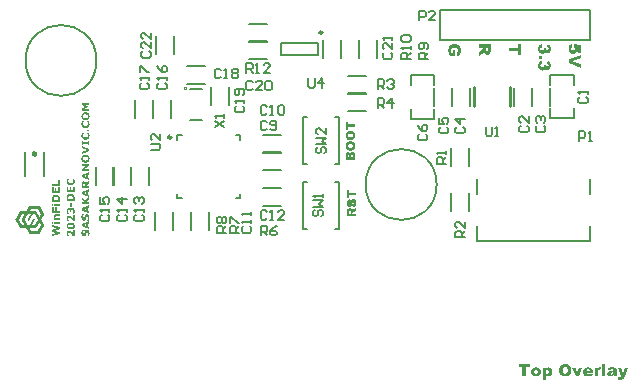
<source format=gto>
G04*
G04 #@! TF.GenerationSoftware,Altium Limited,Altium Designer,24.0.1 (36)*
G04*
G04 Layer_Color=65535*
%FSLAX44Y44*%
%MOMM*%
G71*
G04*
G04 #@! TF.SameCoordinates,F64AAE0E-53C9-4E3E-96B2-16B86AA6748B*
G04*
G04*
G04 #@! TF.FilePolarity,Positive*
G04*
G01*
G75*
%ADD10C,0.2500*%
%ADD11C,0.2000*%
%ADD12C,0.3000*%
%ADD13C,0.2032*%
%ADD14C,0.1778*%
%ADD15C,0.2540*%
%ADD16C,0.1500*%
%ADD17C,0.1000*%
G36*
X4689Y18822D02*
Y18832D01*
X4699D01*
Y18853D01*
X4709D01*
Y18873D01*
X4719D01*
Y18884D01*
X4730D01*
Y18904D01*
X4740D01*
Y18925D01*
X4750D01*
Y18945D01*
X4760D01*
Y18955D01*
X4771D01*
Y18976D01*
X4781D01*
Y18996D01*
X4791D01*
Y19017D01*
X4801D01*
Y19027D01*
X4812D01*
Y19047D01*
X4822D01*
Y19068D01*
X4832D01*
Y19088D01*
X4842D01*
Y19099D01*
X4852D01*
Y19119D01*
X4863D01*
Y19140D01*
X4873D01*
Y19150D01*
X4883D01*
Y19170D01*
X4893D01*
Y19191D01*
X4904D01*
Y19211D01*
X4914D01*
Y19222D01*
X4924D01*
Y19242D01*
X4934D01*
Y19262D01*
X4945D01*
Y19283D01*
X4955D01*
Y19293D01*
X4965D01*
Y19314D01*
X4975D01*
Y19334D01*
X4985D01*
Y19344D01*
X4996D01*
Y19365D01*
X5006D01*
Y19385D01*
X5016D01*
Y19406D01*
X5027D01*
Y19416D01*
X5037D01*
Y19437D01*
X5047D01*
Y19457D01*
X5057D01*
Y19477D01*
X5067D01*
Y19488D01*
X5078D01*
Y19508D01*
X5088D01*
Y19529D01*
X5098D01*
Y19549D01*
X5108D01*
Y19559D01*
X5119D01*
Y19580D01*
X5129D01*
Y19600D01*
X5139D01*
Y19611D01*
X5149D01*
Y19631D01*
X5160D01*
Y19652D01*
X5170D01*
Y19672D01*
X5180D01*
Y19682D01*
X5190D01*
Y19703D01*
X5201D01*
Y19723D01*
X5211D01*
Y19744D01*
X5221D01*
Y19754D01*
X5231D01*
Y19775D01*
X5242D01*
Y19795D01*
X5252D01*
Y19815D01*
X5262D01*
Y19826D01*
X5272D01*
Y19846D01*
X5282D01*
Y19867D01*
X5293D01*
Y19877D01*
X5303D01*
Y19897D01*
X5313D01*
Y19918D01*
X5324D01*
Y19938D01*
X5334D01*
Y19949D01*
X5344D01*
Y19969D01*
X5354D01*
Y19990D01*
X5364D01*
Y20010D01*
X5375D01*
Y20020D01*
X5385D01*
Y20041D01*
X5395D01*
Y20061D01*
X5405D01*
Y20071D01*
X5416D01*
Y20092D01*
X5426D01*
Y20112D01*
X5436D01*
Y20133D01*
X5446D01*
Y20143D01*
X5457D01*
Y20164D01*
X5467D01*
Y20184D01*
X5477D01*
Y20205D01*
X5487D01*
Y20215D01*
X5497D01*
Y20235D01*
X5508D01*
Y20256D01*
X5518D01*
Y20276D01*
X5528D01*
Y20286D01*
X5538D01*
Y20307D01*
X5549D01*
Y20327D01*
X5559D01*
Y20338D01*
X5569D01*
Y20358D01*
X5579D01*
Y20379D01*
X5590D01*
Y20399D01*
X5600D01*
Y20409D01*
X5610D01*
Y20430D01*
X5620D01*
Y20450D01*
X5631D01*
Y20471D01*
X5641D01*
Y20481D01*
X5651D01*
Y20501D01*
X5661D01*
Y20522D01*
X5672D01*
Y20543D01*
X5682D01*
Y20553D01*
X5692D01*
Y20573D01*
X5702D01*
Y20594D01*
X5713D01*
Y20604D01*
X5723D01*
Y20624D01*
X5733D01*
Y20645D01*
X5743D01*
Y20665D01*
X5753D01*
Y20676D01*
X5764D01*
Y20696D01*
X5774D01*
Y20717D01*
X5784D01*
Y20737D01*
X5795D01*
Y20747D01*
X5805D01*
Y20768D01*
X5815D01*
Y20788D01*
X5825D01*
Y20809D01*
X5835D01*
Y20819D01*
X5846D01*
Y20839D01*
X5856D01*
Y20860D01*
X5866D01*
Y20870D01*
X5876D01*
Y20891D01*
X5887D01*
Y20911D01*
X5897D01*
Y20932D01*
X5907D01*
Y20942D01*
X5917D01*
Y20962D01*
X5928D01*
Y20983D01*
X5938D01*
Y21003D01*
X5948D01*
Y21014D01*
X5958D01*
Y21034D01*
X5969D01*
Y21054D01*
X5979D01*
Y21065D01*
X5989D01*
Y21085D01*
X5999D01*
Y21106D01*
X6010D01*
Y21126D01*
X6020D01*
Y21136D01*
X6030D01*
Y21157D01*
X6040D01*
Y21177D01*
X6051D01*
Y21198D01*
X6061D01*
Y21208D01*
X6071D01*
Y21228D01*
X6081D01*
Y21249D01*
X6091D01*
Y21270D01*
X6102D01*
Y21280D01*
X6112D01*
Y21300D01*
X6122D01*
Y21321D01*
X6132D01*
Y21331D01*
X6143D01*
Y21351D01*
X6153D01*
Y21372D01*
X6163D01*
Y21392D01*
X6173D01*
Y21403D01*
X6184D01*
Y21423D01*
X6194D01*
Y21444D01*
X6204D01*
Y21464D01*
X6214D01*
Y21474D01*
X6224D01*
Y21495D01*
X6235D01*
Y21515D01*
X6245D01*
Y21536D01*
X6255D01*
Y21546D01*
X6266D01*
Y21566D01*
X6276D01*
Y21587D01*
X6286D01*
Y21597D01*
X6296D01*
Y21618D01*
X6306D01*
Y21638D01*
X6317D01*
Y21659D01*
X6327D01*
Y21669D01*
X6337D01*
Y21689D01*
X6347D01*
Y21710D01*
X6358D01*
Y21730D01*
X6368D01*
Y21741D01*
X6378D01*
Y21761D01*
X6388D01*
Y21781D01*
X6399D01*
Y21802D01*
X6409D01*
Y21812D01*
X6419D01*
Y21833D01*
X6429D01*
Y21853D01*
X6440D01*
Y21863D01*
X6450D01*
Y21884D01*
X6460D01*
Y21904D01*
X6470D01*
Y21925D01*
X6481D01*
Y21935D01*
X6491D01*
Y21955D01*
X6501D01*
Y21976D01*
X6511D01*
Y21997D01*
X6521D01*
Y22007D01*
X6532D01*
Y22027D01*
X6542D01*
Y22048D01*
X6552D01*
Y22058D01*
X6562D01*
Y22078D01*
X6573D01*
Y22099D01*
X6583D01*
Y22119D01*
X6593D01*
Y22130D01*
X6603D01*
Y22150D01*
X6614D01*
Y22171D01*
X6624D01*
Y22191D01*
X6634D01*
Y22201D01*
X6644D01*
Y22222D01*
X6655D01*
Y22242D01*
X6665D01*
Y22263D01*
X6675D01*
Y22273D01*
X6685D01*
Y22294D01*
X6696D01*
Y22314D01*
X6706D01*
Y22324D01*
X6716D01*
Y22345D01*
X6726D01*
Y22365D01*
X6737D01*
Y22386D01*
X6747D01*
Y22396D01*
X6757D01*
Y22416D01*
X6767D01*
Y22437D01*
X6777D01*
Y22457D01*
X6788D01*
Y22468D01*
X6798D01*
Y22488D01*
X6808D01*
Y22508D01*
X6819D01*
Y22529D01*
X6829D01*
Y22539D01*
X6839D01*
Y22560D01*
X6849D01*
Y22580D01*
X6859D01*
Y22590D01*
X6870D01*
Y22611D01*
X6880D01*
Y22631D01*
X6890D01*
Y22652D01*
X6900D01*
Y22662D01*
X6911D01*
Y22683D01*
X6921D01*
Y22703D01*
X6931D01*
Y22724D01*
X6941D01*
Y22734D01*
X6952D01*
Y22754D01*
X6962D01*
Y22775D01*
X6972D01*
Y22785D01*
X6982D01*
Y22805D01*
X6992D01*
Y22826D01*
X7003D01*
Y22846D01*
X7013D01*
Y22857D01*
X7023D01*
Y22877D01*
X7034D01*
Y22898D01*
X7044D01*
Y22918D01*
X7054D01*
Y22928D01*
X7064D01*
Y22949D01*
X7074D01*
Y22969D01*
X7085D01*
Y22990D01*
X7095D01*
Y23000D01*
X7105D01*
Y23021D01*
X7115D01*
Y23041D01*
X7126D01*
Y23051D01*
X7136D01*
Y23072D01*
X7146D01*
Y23092D01*
X7156D01*
Y23113D01*
X7167D01*
Y23123D01*
X7177D01*
Y23143D01*
X7187D01*
Y23164D01*
X7197D01*
Y23184D01*
X7208D01*
Y23194D01*
X7218D01*
Y23215D01*
X7228D01*
Y23235D01*
X7238D01*
Y23256D01*
X7248D01*
Y23266D01*
X7259D01*
Y23287D01*
X7269D01*
Y23307D01*
X7279D01*
Y23317D01*
X7290D01*
Y23338D01*
X7300D01*
Y23358D01*
X7310D01*
Y23379D01*
X7320D01*
Y23389D01*
X7330D01*
Y23410D01*
X7341D01*
Y23430D01*
X7351D01*
Y23451D01*
X7361D01*
Y23461D01*
X7371D01*
Y23481D01*
X7382D01*
Y23502D01*
X7392D01*
Y23522D01*
X7402D01*
Y23533D01*
X7412D01*
Y23553D01*
X7423D01*
Y23573D01*
X7433D01*
Y23584D01*
X7443D01*
Y23604D01*
X7453D01*
Y23625D01*
X7464D01*
Y23645D01*
X7474D01*
Y23655D01*
X7484D01*
Y23676D01*
X7494D01*
Y23696D01*
X7505D01*
Y23717D01*
X7515D01*
Y23727D01*
X7525D01*
Y23747D01*
X7535D01*
Y23768D01*
X7545D01*
Y23778D01*
X7556D01*
Y23799D01*
X7566D01*
Y23819D01*
X7576D01*
Y23840D01*
X7586D01*
Y23850D01*
X7597D01*
Y23870D01*
X7607D01*
Y23891D01*
X7617D01*
Y23911D01*
X7627D01*
Y23922D01*
X7638D01*
Y23942D01*
X7648D01*
Y23963D01*
X7658D01*
Y23983D01*
X7668D01*
Y23993D01*
X7679D01*
Y24014D01*
X7689D01*
Y24034D01*
X7699D01*
Y24044D01*
X7709D01*
Y24065D01*
X7720D01*
Y24085D01*
X7730D01*
Y24106D01*
X7740D01*
Y24116D01*
X7750D01*
Y24137D01*
X7760D01*
Y24157D01*
X7771D01*
Y24178D01*
X7781D01*
Y24188D01*
X7791D01*
Y24208D01*
X7801D01*
Y24229D01*
X7812D01*
Y24249D01*
X7822D01*
Y24260D01*
X7832D01*
Y24280D01*
X7842D01*
Y24300D01*
X7853D01*
Y24311D01*
X7863D01*
Y24331D01*
X7873D01*
Y24352D01*
X7883D01*
Y24372D01*
X7894D01*
Y24382D01*
X7904D01*
Y24403D01*
X7914D01*
Y24423D01*
X7924D01*
Y24444D01*
X7935D01*
Y24454D01*
X7945D01*
Y24474D01*
X7955D01*
Y24495D01*
X7965D01*
Y24516D01*
X7976D01*
Y24526D01*
X7986D01*
Y24546D01*
X7996D01*
Y24567D01*
X8006D01*
Y24577D01*
X8016D01*
Y24597D01*
X8027D01*
Y24618D01*
X8037D01*
Y24638D01*
X8047D01*
Y24649D01*
X8058D01*
Y24669D01*
X8068D01*
Y24690D01*
X8078D01*
Y24710D01*
X8088D01*
Y24720D01*
X8098D01*
Y24741D01*
X8109D01*
Y24761D01*
X8119D01*
Y24771D01*
X8129D01*
Y24792D01*
X8139D01*
Y24812D01*
X8150D01*
Y24833D01*
X8160D01*
Y24843D01*
X8170D01*
Y24864D01*
X8180D01*
Y24884D01*
X8191D01*
Y24905D01*
X8201D01*
Y24915D01*
X8211D01*
Y24935D01*
X8221D01*
Y24956D01*
X8231D01*
Y24976D01*
X8242D01*
Y24987D01*
X8252D01*
Y25007D01*
X8262D01*
Y25027D01*
X8273D01*
Y25038D01*
X8283D01*
Y25058D01*
X8293D01*
Y25079D01*
X8303D01*
Y25099D01*
X8313D01*
Y25109D01*
X8324D01*
Y25130D01*
X8334D01*
Y25150D01*
X8344D01*
Y25171D01*
X8354D01*
Y25181D01*
X8365D01*
Y25201D01*
X8375D01*
Y25222D01*
X8385D01*
Y25243D01*
X8395D01*
Y25253D01*
X8406D01*
Y25273D01*
X8416D01*
Y25294D01*
X8426D01*
Y25304D01*
X8436D01*
Y25324D01*
X8447D01*
Y25345D01*
X8457D01*
Y25365D01*
X8467D01*
Y25376D01*
X13669D01*
Y25396D01*
X13679D01*
Y25417D01*
X13689D01*
Y25437D01*
X13700D01*
Y25447D01*
X13710D01*
Y25468D01*
X13720D01*
Y25488D01*
X13730D01*
Y25509D01*
X13741D01*
Y25519D01*
X13751D01*
Y25539D01*
X13761D01*
Y25560D01*
X13771D01*
Y25580D01*
X13781D01*
Y25591D01*
X13792D01*
Y25611D01*
X13802D01*
Y25632D01*
X13812D01*
Y25652D01*
X13822D01*
Y25662D01*
X13833D01*
Y25683D01*
X13843D01*
Y25703D01*
X13853D01*
Y25724D01*
X13863D01*
Y25734D01*
X13874D01*
Y25754D01*
X13884D01*
Y25775D01*
X13894D01*
Y25796D01*
X13904D01*
Y25816D01*
X13915D01*
Y25826D01*
X13925D01*
Y25847D01*
X13935D01*
Y25867D01*
X13945D01*
Y25888D01*
X13956D01*
Y25898D01*
X13966D01*
Y25918D01*
X13976D01*
Y25939D01*
X13986D01*
Y25959D01*
X13996D01*
Y25970D01*
X14007D01*
Y25990D01*
X14017D01*
Y26010D01*
X14027D01*
Y26031D01*
X14037D01*
Y26041D01*
X14048D01*
Y26062D01*
X14058D01*
Y26082D01*
X14068D01*
Y26103D01*
X14078D01*
Y26113D01*
X14089D01*
Y26133D01*
X14099D01*
Y26154D01*
X14109D01*
Y26174D01*
X14119D01*
Y26185D01*
X14130D01*
Y26205D01*
X14140D01*
Y26226D01*
X14150D01*
Y26246D01*
X14160D01*
Y26256D01*
X14171D01*
Y26277D01*
X14181D01*
Y26297D01*
X14191D01*
Y26318D01*
X14201D01*
Y26328D01*
X14211D01*
Y26348D01*
X14222D01*
Y26369D01*
X14232D01*
Y26389D01*
X14242D01*
Y26400D01*
X14253D01*
Y26420D01*
X14263D01*
Y26440D01*
X14273D01*
Y26461D01*
X14283D01*
Y26471D01*
X14294D01*
Y26492D01*
X14304D01*
Y26512D01*
X14314D01*
Y26533D01*
X14324D01*
Y26543D01*
X14334D01*
Y26563D01*
X14345D01*
Y26584D01*
X14355D01*
Y26604D01*
X14365D01*
Y26625D01*
X14375D01*
Y26635D01*
X14386D01*
Y26656D01*
X14396D01*
Y26676D01*
X14406D01*
Y26697D01*
X14416D01*
Y26707D01*
X14427D01*
Y26727D01*
X14437D01*
Y26748D01*
X14447D01*
Y26768D01*
X14457D01*
Y26779D01*
X14468D01*
Y26799D01*
X14478D01*
Y26819D01*
X14488D01*
Y26840D01*
X14498D01*
Y26850D01*
X14509D01*
Y26871D01*
X14519D01*
Y26891D01*
X14529D01*
Y26912D01*
X14539D01*
Y26922D01*
X14549D01*
Y26942D01*
X14560D01*
Y26963D01*
X14570D01*
Y26983D01*
X14580D01*
Y26994D01*
X14590D01*
Y27014D01*
X14601D01*
Y27034D01*
X14611D01*
Y27055D01*
X14621D01*
Y27065D01*
X14631D01*
Y27086D01*
X14642D01*
Y27106D01*
X14652D01*
Y27127D01*
X14662D01*
Y27137D01*
X14672D01*
Y27157D01*
X14683D01*
Y27178D01*
X14693D01*
Y27198D01*
X14703D01*
Y27208D01*
X14713D01*
Y27229D01*
X14724D01*
Y27250D01*
X14734D01*
Y27270D01*
X14744D01*
Y27280D01*
X14754D01*
Y27301D01*
X14764D01*
Y27321D01*
X14775D01*
Y27342D01*
X14785D01*
Y27352D01*
X14795D01*
Y27372D01*
X14806D01*
Y27393D01*
X14816D01*
Y27413D01*
X14826D01*
Y27434D01*
X14836D01*
Y27444D01*
X14846D01*
Y27464D01*
X14857D01*
Y27485D01*
X14867D01*
Y27506D01*
X14877D01*
Y27516D01*
X14887D01*
Y27536D01*
X14898D01*
Y27557D01*
X14908D01*
Y27577D01*
X14918D01*
Y27587D01*
X14928D01*
Y27608D01*
X14939D01*
Y27628D01*
X14949D01*
Y27649D01*
X14959D01*
Y27659D01*
X14969D01*
Y27680D01*
X14979D01*
Y27700D01*
X14990D01*
Y27720D01*
X15000D01*
Y27731D01*
X15010D01*
Y27751D01*
X15021D01*
Y27772D01*
X15031D01*
Y27792D01*
X15041D01*
Y27802D01*
X15051D01*
Y27823D01*
X15061D01*
Y27843D01*
X15072D01*
Y27864D01*
X15082D01*
Y27874D01*
X15092D01*
Y27895D01*
X15102D01*
Y27915D01*
X15113D01*
Y27936D01*
X15123D01*
Y27946D01*
X15133D01*
Y27966D01*
X15143D01*
Y27987D01*
X15154D01*
Y28007D01*
X15164D01*
Y28017D01*
X15174D01*
Y28038D01*
X15184D01*
Y28058D01*
X15195D01*
Y28079D01*
X15205D01*
Y28089D01*
X15215D01*
Y28110D01*
X15225D01*
Y28130D01*
X15236D01*
Y28151D01*
X15246D01*
Y28161D01*
X15256D01*
Y28181D01*
X15266D01*
Y28202D01*
X15276D01*
Y28222D01*
X15287D01*
Y28233D01*
X15297D01*
Y28253D01*
X15307D01*
Y28273D01*
X15317D01*
Y28294D01*
X15328D01*
Y28314D01*
X15338D01*
Y28325D01*
X15348D01*
Y28345D01*
X15358D01*
Y28366D01*
X15369D01*
Y28386D01*
X15379D01*
Y28396D01*
X15389D01*
Y28417D01*
X15399D01*
Y28437D01*
X15410D01*
Y28458D01*
X15420D01*
Y28468D01*
X15430D01*
Y28489D01*
X15440D01*
Y28509D01*
X15451D01*
Y28530D01*
X15461D01*
Y28540D01*
X15471D01*
Y28560D01*
X15481D01*
Y28581D01*
X15491D01*
Y28601D01*
X15502D01*
Y28611D01*
X15512D01*
Y28632D01*
X15522D01*
Y28652D01*
X15532D01*
Y28673D01*
X15543D01*
Y28683D01*
X15553D01*
Y28703D01*
X15563D01*
Y28724D01*
X15573D01*
Y28744D01*
X15584D01*
Y28755D01*
X15594D01*
Y28775D01*
X15604D01*
Y28796D01*
X15614D01*
Y28816D01*
X15625D01*
Y28826D01*
X15635D01*
Y28847D01*
X15645D01*
Y28867D01*
X15655D01*
Y28888D01*
X15666D01*
Y28898D01*
X15676D01*
Y28919D01*
X15686D01*
Y28939D01*
X15696D01*
Y28960D01*
X15706D01*
Y28970D01*
X15717D01*
Y28990D01*
X15727D01*
Y29011D01*
X15737D01*
Y29031D01*
X15747D01*
Y29041D01*
X15758D01*
Y29062D01*
X15768D01*
Y29082D01*
X15778D01*
Y29103D01*
X15789D01*
Y29123D01*
X15799D01*
Y29134D01*
X15809D01*
Y29154D01*
X15819D01*
Y29175D01*
X15829D01*
Y29195D01*
X15840D01*
Y29205D01*
X15850D01*
Y29226D01*
X15860D01*
Y29246D01*
X15870D01*
Y29267D01*
X15881D01*
Y29277D01*
X15891D01*
Y29297D01*
X15901D01*
Y29318D01*
X15911D01*
Y29338D01*
X15922D01*
Y29349D01*
X15932D01*
Y29369D01*
X15942D01*
Y29390D01*
X15952D01*
Y29410D01*
X15963D01*
Y29420D01*
X15973D01*
Y29441D01*
X15983D01*
Y29461D01*
X15993D01*
Y29482D01*
X16004D01*
Y29492D01*
X16014D01*
Y29513D01*
X16024D01*
Y29533D01*
X16034D01*
Y29553D01*
X16044D01*
Y29564D01*
X16055D01*
Y29584D01*
X16065D01*
Y29605D01*
X16075D01*
Y29625D01*
X16085D01*
Y29635D01*
X16096D01*
Y29656D01*
X16106D01*
Y29676D01*
X16116D01*
Y29697D01*
X16126D01*
Y29707D01*
X16137D01*
Y29727D01*
X16147D01*
Y29748D01*
X16157D01*
Y29769D01*
X16167D01*
Y29779D01*
X16178D01*
Y29799D01*
X16188D01*
Y29820D01*
X16198D01*
Y29840D01*
X16208D01*
Y29850D01*
X16219D01*
Y29871D01*
X16229D01*
Y29891D01*
X16239D01*
Y29912D01*
X16249D01*
Y29932D01*
X16259D01*
Y29943D01*
X16270D01*
Y29963D01*
X16280D01*
Y29973D01*
X16290D01*
Y29983D01*
X24861D01*
Y29973D01*
X24871D01*
Y29963D01*
X24881D01*
Y29943D01*
X24892D01*
Y29922D01*
X24902D01*
Y29902D01*
X24912D01*
Y29891D01*
X24922D01*
Y29871D01*
X24932D01*
Y29850D01*
X24943D01*
Y29830D01*
X24953D01*
Y29820D01*
X24963D01*
Y29799D01*
X24973D01*
Y29779D01*
X24984D01*
Y29758D01*
X24994D01*
Y29748D01*
X25004D01*
Y29727D01*
X25015D01*
Y29707D01*
X25025D01*
Y29687D01*
X25035D01*
Y29666D01*
X25045D01*
Y29656D01*
X25055D01*
Y29635D01*
X25066D01*
Y29615D01*
X25076D01*
Y29594D01*
X25086D01*
Y29584D01*
X25096D01*
Y29564D01*
X25107D01*
Y29543D01*
X25117D01*
Y29523D01*
X25127D01*
Y29502D01*
X25137D01*
Y29492D01*
X25148D01*
Y29471D01*
X25158D01*
Y29451D01*
X25168D01*
Y29430D01*
X25178D01*
Y29420D01*
X25189D01*
Y29400D01*
X25199D01*
Y29379D01*
X25209D01*
Y29359D01*
X25219D01*
Y29349D01*
X25229D01*
Y29328D01*
X25240D01*
Y29308D01*
X25250D01*
Y29287D01*
X25260D01*
Y29267D01*
X25271D01*
Y29256D01*
X25281D01*
Y29236D01*
X25291D01*
Y29216D01*
X25301D01*
Y29195D01*
X25311D01*
Y29185D01*
X25322D01*
Y29164D01*
X25332D01*
Y29144D01*
X25342D01*
Y29123D01*
X25352D01*
Y29103D01*
X25363D01*
Y29093D01*
X25373D01*
Y29072D01*
X25383D01*
Y29052D01*
X25393D01*
Y29031D01*
X25404D01*
Y29021D01*
X25414D01*
Y29000D01*
X25424D01*
Y28980D01*
X25434D01*
Y28960D01*
X25445D01*
Y28939D01*
X25455D01*
Y28929D01*
X25465D01*
Y28908D01*
X25475D01*
Y28888D01*
X25485D01*
Y28867D01*
X25496D01*
Y28857D01*
X25506D01*
Y28837D01*
X25516D01*
Y28816D01*
X25526D01*
Y28796D01*
X25537D01*
Y28785D01*
X25547D01*
Y28765D01*
X25557D01*
Y28744D01*
X25567D01*
Y28724D01*
X25578D01*
Y28703D01*
X25588D01*
Y28693D01*
X25598D01*
Y28673D01*
X25608D01*
Y28652D01*
X25619D01*
Y28632D01*
X25629D01*
Y28622D01*
X25639D01*
Y28601D01*
X25649D01*
Y28581D01*
X25660D01*
Y28560D01*
X25670D01*
Y28540D01*
X25680D01*
Y28530D01*
X25690D01*
Y28509D01*
X25701D01*
Y28489D01*
X25711D01*
Y28468D01*
X25721D01*
Y28458D01*
X25731D01*
Y28437D01*
X25742D01*
Y28417D01*
X25752D01*
Y28396D01*
X25762D01*
Y28376D01*
X25772D01*
Y28366D01*
X25782D01*
Y28345D01*
X25793D01*
Y28325D01*
X25803D01*
Y28304D01*
X25813D01*
Y28294D01*
X25823D01*
Y28273D01*
X25834D01*
Y28253D01*
X25844D01*
Y28233D01*
X25854D01*
Y28222D01*
X25864D01*
Y28202D01*
X25875D01*
Y28181D01*
X25885D01*
Y28161D01*
X25895D01*
Y28140D01*
X25905D01*
Y28130D01*
X25916D01*
Y28110D01*
X25926D01*
Y28089D01*
X25936D01*
Y28069D01*
X25946D01*
Y28058D01*
X25956D01*
Y28038D01*
X25967D01*
Y28017D01*
X25977D01*
Y27997D01*
X25987D01*
Y27977D01*
X25998D01*
Y27966D01*
X26008D01*
Y27946D01*
X26018D01*
Y27925D01*
X26028D01*
Y27905D01*
X26038D01*
Y27895D01*
X26049D01*
Y27874D01*
X26059D01*
Y27854D01*
X26069D01*
Y27833D01*
X26079D01*
Y27823D01*
X26090D01*
Y27802D01*
X26100D01*
Y27782D01*
X26110D01*
Y27761D01*
X26120D01*
Y27741D01*
X26131D01*
Y27731D01*
X26141D01*
Y27710D01*
X26151D01*
Y27690D01*
X26161D01*
Y27669D01*
X26172D01*
Y27659D01*
X26182D01*
Y27639D01*
X26192D01*
Y27618D01*
X26202D01*
Y27598D01*
X26212D01*
Y27577D01*
X26223D01*
Y27567D01*
X26233D01*
Y27546D01*
X26243D01*
Y27526D01*
X26253D01*
Y27506D01*
X26264D01*
Y27495D01*
X26274D01*
Y27475D01*
X26284D01*
Y27454D01*
X26294D01*
Y27434D01*
X26305D01*
Y27413D01*
X26315D01*
Y27403D01*
X26325D01*
Y27383D01*
X26335D01*
Y27362D01*
X26346D01*
Y27342D01*
X26356D01*
Y27331D01*
X26366D01*
Y27311D01*
X26376D01*
Y27290D01*
X26387D01*
Y27270D01*
X26397D01*
Y27260D01*
X26407D01*
Y27239D01*
X26417D01*
Y27219D01*
X26428D01*
Y27198D01*
X26438D01*
Y27178D01*
X26448D01*
Y27168D01*
X26458D01*
Y27147D01*
X26469D01*
Y27127D01*
X26479D01*
Y27106D01*
X26489D01*
Y27096D01*
X26499D01*
Y27075D01*
X26509D01*
Y27055D01*
X26520D01*
Y27034D01*
X26530D01*
Y27014D01*
X26540D01*
Y27004D01*
X26550D01*
Y26983D01*
X26561D01*
Y26963D01*
X26571D01*
Y26942D01*
X26581D01*
Y26932D01*
X26591D01*
Y26912D01*
X26602D01*
Y26891D01*
X26612D01*
Y26871D01*
X26622D01*
Y26850D01*
X26632D01*
Y26840D01*
X26643D01*
Y26819D01*
X26653D01*
Y26799D01*
X26663D01*
Y26779D01*
X26673D01*
Y26768D01*
X26683D01*
Y26748D01*
X26694D01*
Y26727D01*
X26704D01*
Y26707D01*
X26714D01*
Y26697D01*
X26725D01*
Y26676D01*
X26735D01*
Y26656D01*
X26745D01*
Y26635D01*
X26755D01*
Y26615D01*
X26765D01*
Y26604D01*
X26776D01*
Y26584D01*
X26786D01*
Y26563D01*
X26796D01*
Y26543D01*
X26806D01*
Y26533D01*
X26817D01*
Y26512D01*
X26827D01*
Y26492D01*
X26837D01*
Y26471D01*
X26847D01*
Y26451D01*
X26858D01*
Y26440D01*
X26868D01*
Y26420D01*
X26878D01*
Y26400D01*
X26888D01*
Y26379D01*
X26899D01*
Y26369D01*
X26909D01*
Y26348D01*
X26919D01*
Y26328D01*
X26929D01*
Y26307D01*
X26939D01*
Y26297D01*
X26950D01*
Y26277D01*
X26960D01*
Y26256D01*
X26970D01*
Y26236D01*
X26981D01*
Y26215D01*
X26991D01*
Y26205D01*
X27001D01*
Y26185D01*
X27011D01*
Y26164D01*
X27022D01*
Y26144D01*
X27032D01*
Y26133D01*
X27042D01*
Y26113D01*
X27052D01*
Y26092D01*
X27062D01*
Y26072D01*
X27073D01*
Y26051D01*
X27083D01*
Y26041D01*
X27093D01*
Y26021D01*
X27103D01*
Y26000D01*
X27114D01*
Y25980D01*
X27124D01*
Y25970D01*
X27134D01*
Y25949D01*
X27144D01*
Y25928D01*
X27155D01*
Y25908D01*
X27165D01*
Y25888D01*
X27175D01*
Y25877D01*
X27185D01*
Y25857D01*
X27195D01*
Y25836D01*
X27206D01*
Y25816D01*
X27216D01*
Y25806D01*
X27226D01*
Y25785D01*
X27236D01*
Y25765D01*
X27247D01*
Y25744D01*
X27257D01*
Y25734D01*
X27267D01*
Y25714D01*
X27277D01*
Y25693D01*
X27288D01*
Y25673D01*
X27298D01*
Y25652D01*
X27308D01*
Y25642D01*
X27318D01*
Y25621D01*
X27329D01*
Y25601D01*
X27339D01*
Y25580D01*
X27349D01*
Y25570D01*
X27359D01*
Y25550D01*
X27370D01*
Y25529D01*
X27380D01*
Y25509D01*
X27390D01*
Y25488D01*
X27400D01*
Y25478D01*
X27411D01*
Y25457D01*
X27421D01*
Y25437D01*
X27431D01*
Y25417D01*
X27441D01*
Y25406D01*
X27452D01*
Y25386D01*
X27462D01*
Y25365D01*
X27472D01*
Y25345D01*
X27482D01*
Y25324D01*
X27492D01*
Y25314D01*
X27503D01*
Y25294D01*
X27513D01*
Y25273D01*
X27523D01*
Y25253D01*
X27533D01*
Y25243D01*
X27544D01*
Y25222D01*
X27554D01*
Y25201D01*
X27564D01*
Y25181D01*
X27574D01*
Y25171D01*
X27585D01*
Y25150D01*
X27595D01*
Y25130D01*
X27605D01*
Y25109D01*
X27615D01*
Y25089D01*
X27626D01*
Y25079D01*
X27636D01*
Y25058D01*
X27646D01*
Y25038D01*
X27656D01*
Y25017D01*
X27667D01*
Y25007D01*
X27677D01*
Y24987D01*
X27687D01*
Y24966D01*
X27697D01*
Y24945D01*
X27708D01*
Y24925D01*
X27718D01*
Y24915D01*
X27728D01*
Y24894D01*
X27738D01*
Y24874D01*
X27748D01*
Y24853D01*
X27759D01*
Y24843D01*
X27769D01*
Y24823D01*
X27779D01*
Y24802D01*
X27789D01*
Y24782D01*
X27800D01*
Y24761D01*
X27810D01*
Y24751D01*
X27820D01*
Y24731D01*
X27830D01*
Y24710D01*
X27841D01*
Y24690D01*
X27851D01*
Y24679D01*
X27861D01*
Y24659D01*
X27871D01*
Y24638D01*
X27882D01*
Y24618D01*
X27892D01*
Y24608D01*
X27902D01*
Y24587D01*
X27912D01*
Y24567D01*
X27923D01*
Y24546D01*
X27933D01*
Y24526D01*
X27943D01*
Y24516D01*
X27953D01*
Y24495D01*
X27964D01*
Y24474D01*
X27974D01*
Y24454D01*
X27984D01*
Y24444D01*
X27994D01*
Y24423D01*
X28005D01*
Y24403D01*
X28015D01*
Y24382D01*
X28025D01*
Y24362D01*
X28035D01*
Y24352D01*
X28045D01*
Y24331D01*
X28056D01*
Y24311D01*
X28066D01*
Y24290D01*
X28076D01*
Y24280D01*
X28086D01*
Y24260D01*
X28097D01*
Y24239D01*
X28107D01*
Y24218D01*
X28117D01*
Y24208D01*
X28127D01*
Y24188D01*
X28138D01*
Y24167D01*
X28148D01*
Y24147D01*
X28158D01*
Y24126D01*
X28168D01*
Y24116D01*
X28179D01*
Y24096D01*
X28189D01*
Y24075D01*
X28199D01*
Y24055D01*
X28209D01*
Y24044D01*
X28219D01*
Y24024D01*
X28230D01*
Y24004D01*
X28240D01*
Y23983D01*
X28250D01*
Y23963D01*
X28261D01*
Y23952D01*
X28271D01*
Y23932D01*
X28281D01*
Y23911D01*
X28291D01*
Y23891D01*
X28301D01*
Y23881D01*
X28312D01*
Y23860D01*
X28322D01*
Y23840D01*
X28332D01*
Y23819D01*
X28342D01*
Y23799D01*
X28353D01*
Y23788D01*
X28363D01*
Y23768D01*
X28373D01*
Y23747D01*
X28383D01*
Y23727D01*
X28394D01*
Y23717D01*
X28404D01*
Y23696D01*
X28414D01*
Y23676D01*
X28424D01*
Y23655D01*
X28435D01*
Y23645D01*
X28445D01*
Y23625D01*
X28455D01*
Y23604D01*
X28465D01*
Y23584D01*
X28475D01*
Y23563D01*
X28486D01*
Y23553D01*
X28496D01*
Y23533D01*
X28506D01*
Y23512D01*
X28516D01*
Y23491D01*
X28527D01*
Y23481D01*
X28537D01*
Y23461D01*
X28547D01*
Y23440D01*
X28557D01*
Y23420D01*
X28568D01*
Y23399D01*
X28578D01*
Y23389D01*
X28588D01*
Y23369D01*
X28598D01*
Y23348D01*
X28609D01*
Y23328D01*
X28619D01*
Y23317D01*
X28629D01*
Y23297D01*
X28639D01*
Y23277D01*
X28650D01*
Y23256D01*
X28660D01*
Y23235D01*
X28670D01*
Y23225D01*
X28680D01*
Y23205D01*
X28691D01*
Y23184D01*
X28701D01*
Y23164D01*
X28711D01*
Y23154D01*
X28721D01*
Y23133D01*
X28732D01*
Y23113D01*
X28742D01*
Y23092D01*
X28752D01*
Y23082D01*
X28762D01*
Y23061D01*
X28772D01*
Y23041D01*
X28783D01*
Y23021D01*
X28793D01*
Y23000D01*
X28803D01*
Y22990D01*
X28813D01*
Y22969D01*
X28824D01*
Y22949D01*
X28834D01*
Y22928D01*
X28844D01*
Y22918D01*
X28854D01*
Y22898D01*
X28865D01*
Y22877D01*
X28875D01*
Y22857D01*
X28885D01*
Y22836D01*
X28895D01*
Y22826D01*
X28906D01*
Y22805D01*
X28916D01*
Y22775D01*
X28906D01*
Y22754D01*
X28895D01*
Y22744D01*
X28885D01*
Y22724D01*
X28875D01*
Y22703D01*
X28865D01*
Y22683D01*
X28854D01*
Y22672D01*
X28844D01*
Y22652D01*
X28834D01*
Y22631D01*
X28824D01*
Y22621D01*
X28813D01*
Y22601D01*
X28803D01*
Y22580D01*
X28793D01*
Y22570D01*
X28783D01*
Y22550D01*
X28772D01*
Y22529D01*
X28762D01*
Y22508D01*
X28752D01*
Y22498D01*
X28742D01*
Y22478D01*
X28732D01*
Y22457D01*
X28721D01*
Y22447D01*
X28711D01*
Y22427D01*
X28701D01*
Y22406D01*
X28691D01*
Y22396D01*
X28680D01*
Y22375D01*
X28670D01*
Y22355D01*
X28660D01*
Y22345D01*
X28650D01*
Y22324D01*
X28639D01*
Y22304D01*
X28629D01*
Y22283D01*
X28619D01*
Y22273D01*
X28609D01*
Y22253D01*
X28598D01*
Y22232D01*
X28588D01*
Y22222D01*
X28578D01*
Y22201D01*
X28568D01*
Y22181D01*
X28557D01*
Y22171D01*
X28547D01*
Y22150D01*
X28537D01*
Y22130D01*
X28527D01*
Y22109D01*
X28516D01*
Y22099D01*
X28506D01*
Y22078D01*
X28496D01*
Y22058D01*
X28486D01*
Y22048D01*
X28475D01*
Y22027D01*
X28465D01*
Y22007D01*
X28455D01*
Y21997D01*
X28445D01*
Y21976D01*
X28435D01*
Y21955D01*
X28424D01*
Y21945D01*
X28414D01*
Y21925D01*
X28404D01*
Y21904D01*
X28394D01*
Y21884D01*
X28383D01*
Y21874D01*
X28373D01*
Y21853D01*
X28363D01*
Y21833D01*
X28353D01*
Y21822D01*
X28342D01*
Y21802D01*
X28332D01*
Y21781D01*
X28322D01*
Y21771D01*
X28312D01*
Y21751D01*
X28301D01*
Y21730D01*
X28291D01*
Y21710D01*
X28281D01*
Y21700D01*
X28271D01*
Y21679D01*
X28261D01*
Y21659D01*
X28250D01*
Y21648D01*
X28240D01*
Y21628D01*
X28230D01*
Y21607D01*
X28219D01*
Y21597D01*
X28209D01*
Y21577D01*
X28199D01*
Y21556D01*
X28189D01*
Y21536D01*
X28179D01*
Y21525D01*
X28168D01*
Y21505D01*
X28158D01*
Y21484D01*
X28148D01*
Y21474D01*
X28138D01*
Y21454D01*
X28127D01*
Y21433D01*
X28117D01*
Y21423D01*
X28107D01*
Y21403D01*
X28097D01*
Y21382D01*
X28086D01*
Y21372D01*
X28076D01*
Y21351D01*
X28066D01*
Y21331D01*
X28056D01*
Y21310D01*
X28045D01*
Y21300D01*
X28035D01*
Y21280D01*
X28025D01*
Y21259D01*
X28015D01*
Y21249D01*
X28005D01*
Y21228D01*
X27994D01*
Y21208D01*
X27984D01*
Y21198D01*
X27974D01*
Y21177D01*
X27964D01*
Y21157D01*
X27953D01*
Y21136D01*
X27943D01*
Y21126D01*
X27933D01*
Y21106D01*
X27923D01*
Y21085D01*
X27912D01*
Y21075D01*
X27902D01*
Y21054D01*
X27892D01*
Y21034D01*
X27882D01*
Y21024D01*
X27871D01*
Y21003D01*
X27861D01*
Y20983D01*
X27851D01*
Y20972D01*
X27841D01*
Y20952D01*
X27830D01*
Y20932D01*
X27820D01*
Y20911D01*
X27810D01*
Y20901D01*
X27800D01*
Y20880D01*
X27789D01*
Y20860D01*
X27779D01*
Y20850D01*
X27769D01*
Y20829D01*
X27759D01*
Y20809D01*
X27748D01*
Y20798D01*
X27738D01*
Y20778D01*
X27728D01*
Y20758D01*
X27718D01*
Y20737D01*
X27708D01*
Y20727D01*
X27697D01*
Y20706D01*
X27687D01*
Y20686D01*
X27677D01*
Y20676D01*
X27667D01*
Y20655D01*
X27656D01*
Y20635D01*
X27646D01*
Y20624D01*
X27636D01*
Y20604D01*
X27626D01*
Y20583D01*
X27615D01*
Y20573D01*
X27605D01*
Y20553D01*
X27595D01*
Y20532D01*
X27585D01*
Y20512D01*
X27574D01*
Y20501D01*
X27564D01*
Y20481D01*
X27554D01*
Y20461D01*
X27544D01*
Y20450D01*
X27533D01*
Y20430D01*
X27523D01*
Y20409D01*
X27513D01*
Y20399D01*
X27503D01*
Y20379D01*
X27492D01*
Y20358D01*
X27482D01*
Y20338D01*
X27472D01*
Y20327D01*
X27462D01*
Y20307D01*
X27452D01*
Y20286D01*
X27441D01*
Y20276D01*
X27431D01*
Y20256D01*
X27421D01*
Y20235D01*
X27411D01*
Y20225D01*
X27400D01*
Y20205D01*
X27390D01*
Y20184D01*
X27380D01*
Y20174D01*
X27370D01*
Y20153D01*
X27359D01*
Y20133D01*
X27349D01*
Y20112D01*
X27339D01*
Y20102D01*
X27329D01*
Y20082D01*
X27318D01*
Y20061D01*
X27308D01*
Y20051D01*
X27298D01*
Y20031D01*
X27288D01*
Y20010D01*
X27277D01*
Y20000D01*
X27267D01*
Y19979D01*
X27257D01*
Y19959D01*
X27247D01*
Y19938D01*
X27236D01*
Y19928D01*
X27226D01*
Y19908D01*
X27216D01*
Y19887D01*
X27206D01*
Y19877D01*
X27195D01*
Y19856D01*
X27185D01*
Y19836D01*
X27175D01*
Y19826D01*
X27165D01*
Y19805D01*
X27155D01*
Y19785D01*
X27144D01*
Y19775D01*
X27134D01*
Y19754D01*
X27124D01*
Y19734D01*
X27114D01*
Y19713D01*
X27103D01*
Y19703D01*
X27093D01*
Y19682D01*
X27083D01*
Y19662D01*
X27073D01*
Y19652D01*
X27062D01*
Y19631D01*
X27052D01*
Y19611D01*
X27042D01*
Y19600D01*
X27032D01*
Y19580D01*
X27022D01*
Y19559D01*
X27011D01*
Y19539D01*
X27001D01*
Y19529D01*
X26991D01*
Y19508D01*
X26981D01*
Y19488D01*
X26970D01*
Y19477D01*
X26960D01*
Y19457D01*
X26950D01*
Y19437D01*
X26939D01*
Y19426D01*
X26929D01*
Y19406D01*
X26919D01*
Y19385D01*
X26909D01*
Y19375D01*
X26899D01*
Y19355D01*
X26888D01*
Y19334D01*
X26878D01*
Y19314D01*
X26868D01*
Y19303D01*
X26858D01*
Y19283D01*
X26847D01*
Y19262D01*
X26837D01*
Y19252D01*
X26827D01*
Y19232D01*
X26817D01*
Y19211D01*
X26806D01*
Y19201D01*
X26796D01*
Y19181D01*
X26786D01*
Y19160D01*
X26776D01*
Y19140D01*
X26765D01*
Y19129D01*
X26755D01*
Y19109D01*
X26745D01*
Y19088D01*
X26735D01*
Y19078D01*
X26725D01*
Y19058D01*
X26714D01*
Y19037D01*
X26704D01*
Y19027D01*
X26694D01*
Y19007D01*
X26683D01*
Y18986D01*
X26673D01*
Y18976D01*
X26663D01*
Y18955D01*
X26653D01*
Y18935D01*
X26643D01*
Y18914D01*
X26632D01*
Y18904D01*
X26622D01*
Y18884D01*
X26612D01*
Y18863D01*
X26602D01*
Y18853D01*
X26591D01*
Y18832D01*
X26581D01*
Y18812D01*
X26571D01*
Y18802D01*
X26561D01*
Y18781D01*
X26550D01*
Y18761D01*
X26540D01*
Y18740D01*
X26530D01*
Y18730D01*
X26520D01*
Y18709D01*
X26509D01*
Y18689D01*
X26499D01*
Y18679D01*
X26489D01*
Y18658D01*
X26479D01*
Y18638D01*
X26469D01*
Y18628D01*
X26458D01*
Y18607D01*
X26448D01*
Y18587D01*
X26438D01*
Y18576D01*
X26428D01*
Y18556D01*
X26417D01*
Y18535D01*
X26407D01*
Y18515D01*
X26397D01*
Y18505D01*
X26387D01*
Y18484D01*
X26376D01*
Y18464D01*
X26366D01*
Y18454D01*
X26356D01*
Y18433D01*
X26346D01*
Y18413D01*
X26335D01*
Y18402D01*
X26325D01*
Y18382D01*
X26315D01*
Y18361D01*
X26305D01*
Y18341D01*
X26294D01*
Y18331D01*
X26284D01*
Y18310D01*
X26274D01*
Y18290D01*
X26264D01*
Y18280D01*
X26253D01*
Y18259D01*
X26243D01*
Y18239D01*
X26233D01*
Y18228D01*
X26223D01*
Y18208D01*
X26212D01*
Y18187D01*
X26202D01*
Y18167D01*
X26212D01*
Y18146D01*
X26223D01*
Y18126D01*
X26233D01*
Y18116D01*
X26243D01*
Y18095D01*
X26253D01*
Y18075D01*
X26264D01*
Y18064D01*
X26274D01*
Y18044D01*
X26284D01*
Y18024D01*
X26294D01*
Y18013D01*
X26305D01*
Y17993D01*
X26315D01*
Y17972D01*
X26325D01*
Y17962D01*
X26335D01*
Y17942D01*
X26346D01*
Y17921D01*
X26356D01*
Y17911D01*
X26366D01*
Y17890D01*
X26376D01*
Y17870D01*
X26387D01*
Y17860D01*
X26397D01*
Y17839D01*
X26407D01*
Y17819D01*
X26417D01*
Y17808D01*
X26428D01*
Y17788D01*
X26438D01*
Y17767D01*
X26448D01*
Y17757D01*
X26458D01*
Y17737D01*
X26469D01*
Y17716D01*
X26479D01*
Y17706D01*
X26489D01*
Y17686D01*
X26499D01*
Y17665D01*
X26509D01*
Y17655D01*
X26520D01*
Y17634D01*
X26530D01*
Y17614D01*
X26540D01*
Y17604D01*
X26550D01*
Y17583D01*
X26561D01*
Y17563D01*
X26571D01*
Y17552D01*
X26581D01*
Y17532D01*
X26591D01*
Y17512D01*
X26602D01*
Y17501D01*
X26612D01*
Y17481D01*
X26622D01*
Y17460D01*
X26632D01*
Y17450D01*
X26643D01*
Y17430D01*
X26653D01*
Y17409D01*
X26663D01*
Y17399D01*
X26673D01*
Y17378D01*
X26683D01*
Y17358D01*
X26694D01*
Y17348D01*
X26704D01*
Y17327D01*
X26714D01*
Y17307D01*
X26725D01*
Y17297D01*
X26735D01*
Y17276D01*
X26745D01*
Y17256D01*
X26755D01*
Y17245D01*
X26765D01*
Y17225D01*
X26776D01*
Y17204D01*
X26786D01*
Y17194D01*
X26796D01*
Y17174D01*
X26806D01*
Y17153D01*
X26817D01*
Y17143D01*
X26827D01*
Y17122D01*
X26837D01*
Y17102D01*
X26847D01*
Y17092D01*
X26858D01*
Y17071D01*
X26868D01*
Y17051D01*
X26878D01*
Y17040D01*
X26888D01*
Y17020D01*
X26899D01*
Y16999D01*
X26909D01*
Y16989D01*
X26919D01*
Y16969D01*
X26929D01*
Y16948D01*
X26939D01*
Y16938D01*
X26950D01*
Y16918D01*
X26960D01*
Y16897D01*
X26970D01*
Y16887D01*
X26981D01*
Y16866D01*
X26991D01*
Y16846D01*
X27001D01*
Y16836D01*
X27011D01*
Y16815D01*
X27022D01*
Y16795D01*
X27032D01*
Y16784D01*
X27042D01*
Y16764D01*
X27052D01*
Y16744D01*
X27062D01*
Y16733D01*
X27073D01*
Y16713D01*
X27083D01*
Y16692D01*
X27093D01*
Y16672D01*
X27103D01*
Y16662D01*
X27114D01*
Y16641D01*
X27124D01*
Y16621D01*
X27134D01*
Y16610D01*
X27144D01*
Y16590D01*
X27155D01*
Y16569D01*
X27165D01*
Y16559D01*
X27175D01*
Y16539D01*
X27185D01*
Y16518D01*
X27195D01*
Y16508D01*
X27206D01*
Y16487D01*
X27216D01*
Y16467D01*
X27226D01*
Y16457D01*
X27236D01*
Y16436D01*
X27247D01*
Y16416D01*
X27257D01*
Y16406D01*
X27267D01*
Y16385D01*
X27277D01*
Y16365D01*
X27288D01*
Y16354D01*
X27298D01*
Y16334D01*
X27308D01*
Y16314D01*
X27318D01*
Y16303D01*
X27329D01*
Y16283D01*
X27339D01*
Y16262D01*
X27349D01*
Y16252D01*
X27359D01*
Y16231D01*
X27370D01*
Y16211D01*
X27380D01*
Y16201D01*
X27390D01*
Y16180D01*
X27400D01*
Y16160D01*
X27411D01*
Y16150D01*
X27421D01*
Y16129D01*
X27431D01*
Y16109D01*
X27441D01*
Y16098D01*
X27452D01*
Y16078D01*
X27462D01*
Y16057D01*
X27472D01*
Y16047D01*
X27482D01*
Y16027D01*
X27492D01*
Y16006D01*
X27503D01*
Y15996D01*
X27513D01*
Y15976D01*
X27523D01*
Y15955D01*
X27533D01*
Y15945D01*
X27544D01*
Y15924D01*
X27554D01*
Y15904D01*
X27564D01*
Y15894D01*
X27574D01*
Y15873D01*
X27585D01*
Y15853D01*
X27595D01*
Y15842D01*
X27605D01*
Y15822D01*
X27615D01*
Y15802D01*
X27626D01*
Y15791D01*
X27636D01*
Y15771D01*
X27646D01*
Y15750D01*
X27656D01*
Y15740D01*
X27667D01*
Y15720D01*
X27677D01*
Y15699D01*
X27687D01*
Y15689D01*
X27697D01*
Y15668D01*
X27708D01*
Y15648D01*
X27718D01*
Y15638D01*
X27728D01*
Y15617D01*
X27738D01*
Y15597D01*
X27748D01*
Y15586D01*
X27759D01*
Y15566D01*
X27769D01*
Y15546D01*
X27779D01*
Y15535D01*
X27789D01*
Y15515D01*
X27800D01*
Y15494D01*
X27810D01*
Y15484D01*
X27820D01*
Y15464D01*
X27830D01*
Y15443D01*
X27841D01*
Y15433D01*
X27851D01*
Y15412D01*
X27861D01*
Y15392D01*
X27871D01*
Y15382D01*
X27882D01*
Y15361D01*
X27892D01*
Y15341D01*
X27902D01*
Y15330D01*
X27912D01*
Y15310D01*
X27923D01*
Y15289D01*
X27933D01*
Y15279D01*
X27943D01*
Y15259D01*
X27953D01*
Y15238D01*
X27964D01*
Y15218D01*
X27974D01*
Y15208D01*
X27984D01*
Y15187D01*
X27994D01*
Y15167D01*
X28005D01*
Y15156D01*
X28015D01*
Y15136D01*
X28025D01*
Y15115D01*
X28035D01*
Y15105D01*
X28045D01*
Y15085D01*
X28056D01*
Y15064D01*
X28066D01*
Y15054D01*
X28076D01*
Y15034D01*
X28086D01*
Y15013D01*
X28097D01*
Y15003D01*
X28107D01*
Y14982D01*
X28117D01*
Y14962D01*
X28127D01*
Y14952D01*
X28138D01*
Y14931D01*
X28148D01*
Y14911D01*
X28158D01*
Y14900D01*
X28168D01*
Y14880D01*
X28179D01*
Y14859D01*
X28189D01*
Y14849D01*
X28199D01*
Y14829D01*
X28209D01*
Y14808D01*
X28219D01*
Y14798D01*
X28230D01*
Y14777D01*
X28240D01*
Y14757D01*
X28250D01*
Y14747D01*
X28261D01*
Y14726D01*
X28271D01*
Y14706D01*
X28281D01*
Y14696D01*
X28291D01*
Y14675D01*
X28301D01*
Y14655D01*
X28312D01*
Y14644D01*
X28322D01*
Y14624D01*
X28332D01*
Y14603D01*
X28342D01*
Y14593D01*
X28353D01*
Y14573D01*
X28363D01*
Y14552D01*
X28373D01*
Y14542D01*
X28383D01*
Y14521D01*
X28394D01*
Y14501D01*
X28404D01*
Y14491D01*
X28414D01*
Y14470D01*
X28424D01*
Y14450D01*
X28435D01*
Y14440D01*
X28445D01*
Y14419D01*
X28455D01*
Y14399D01*
X28465D01*
Y14388D01*
X28475D01*
Y14368D01*
X28486D01*
Y14347D01*
X28496D01*
Y14337D01*
X28506D01*
Y14317D01*
X28516D01*
Y14296D01*
X28527D01*
Y14286D01*
X28537D01*
Y14266D01*
X28547D01*
Y14245D01*
X28557D01*
Y14235D01*
X28568D01*
Y14214D01*
X28578D01*
Y14194D01*
X28588D01*
Y14184D01*
X28598D01*
Y14163D01*
X28609D01*
Y14143D01*
X28619D01*
Y14132D01*
X28629D01*
Y14112D01*
X28639D01*
Y14091D01*
X28650D01*
Y14081D01*
X28660D01*
Y14061D01*
X28670D01*
Y14040D01*
X28680D01*
Y14030D01*
X28691D01*
Y14009D01*
X28701D01*
Y13989D01*
X28711D01*
Y13979D01*
X28721D01*
Y13958D01*
X28732D01*
Y13938D01*
X28742D01*
Y13928D01*
X28752D01*
Y13907D01*
X28762D01*
Y13887D01*
X28772D01*
Y13876D01*
X28783D01*
Y13856D01*
X28793D01*
Y13835D01*
X28803D01*
Y13825D01*
X28813D01*
Y13805D01*
X28824D01*
Y13784D01*
X28834D01*
Y13774D01*
X28844D01*
Y13753D01*
X28854D01*
Y13733D01*
X28865D01*
Y13713D01*
X28875D01*
Y13702D01*
X28885D01*
Y13682D01*
X28895D01*
Y13661D01*
X28906D01*
Y13651D01*
X28916D01*
Y13620D01*
X28906D01*
Y13600D01*
X28895D01*
Y13579D01*
X28885D01*
Y13559D01*
X28875D01*
Y13549D01*
X28865D01*
Y13528D01*
X28854D01*
Y13508D01*
X28844D01*
Y13487D01*
X28834D01*
Y13467D01*
X28824D01*
Y13456D01*
X28813D01*
Y13436D01*
X28803D01*
Y13416D01*
X28793D01*
Y13395D01*
X28783D01*
Y13375D01*
X28772D01*
Y13364D01*
X28762D01*
Y13344D01*
X28752D01*
Y13323D01*
X28742D01*
Y13303D01*
X28732D01*
Y13283D01*
X28721D01*
Y13272D01*
X28711D01*
Y13252D01*
X28701D01*
Y13231D01*
X28691D01*
Y13211D01*
X28680D01*
Y13201D01*
X28670D01*
Y13180D01*
X28660D01*
Y13160D01*
X28650D01*
Y13139D01*
X28639D01*
Y13119D01*
X28629D01*
Y13108D01*
X28619D01*
Y13088D01*
X28609D01*
Y13068D01*
X28598D01*
Y13047D01*
X28588D01*
Y13026D01*
X28578D01*
Y13016D01*
X28568D01*
Y12996D01*
X28557D01*
Y12975D01*
X28547D01*
Y12955D01*
X28537D01*
Y12934D01*
X28527D01*
Y12924D01*
X28516D01*
Y12904D01*
X28506D01*
Y12883D01*
X28496D01*
Y12863D01*
X28486D01*
Y12842D01*
X28475D01*
Y12832D01*
X28465D01*
Y12811D01*
X28455D01*
Y12791D01*
X28445D01*
Y12771D01*
X28435D01*
Y12750D01*
X28424D01*
Y12740D01*
X28414D01*
Y12719D01*
X28404D01*
Y12699D01*
X28394D01*
Y12678D01*
X28383D01*
Y12658D01*
X28373D01*
Y12648D01*
X28363D01*
Y12627D01*
X28353D01*
Y12607D01*
X28342D01*
Y12586D01*
X28332D01*
Y12566D01*
X28322D01*
Y12556D01*
X28312D01*
Y12535D01*
X28301D01*
Y12514D01*
X28291D01*
Y12494D01*
X28281D01*
Y12474D01*
X28271D01*
Y12463D01*
X28261D01*
Y12443D01*
X28250D01*
Y12422D01*
X28240D01*
Y12402D01*
X28230D01*
Y12392D01*
X28219D01*
Y12371D01*
X28209D01*
Y12351D01*
X28199D01*
Y12330D01*
X28189D01*
Y12310D01*
X28179D01*
Y12299D01*
X28168D01*
Y12279D01*
X28158D01*
Y12258D01*
X28148D01*
Y12238D01*
X28138D01*
Y12218D01*
X28127D01*
Y12207D01*
X28117D01*
Y12187D01*
X28107D01*
Y12166D01*
X28097D01*
Y12146D01*
X28086D01*
Y12125D01*
X28076D01*
Y12115D01*
X28066D01*
Y12095D01*
X28056D01*
Y12074D01*
X28045D01*
Y12054D01*
X28035D01*
Y12033D01*
X28025D01*
Y12023D01*
X28015D01*
Y12003D01*
X28005D01*
Y11982D01*
X27994D01*
Y11961D01*
X27984D01*
Y11941D01*
X27974D01*
Y11931D01*
X27964D01*
Y11910D01*
X27953D01*
Y11890D01*
X27943D01*
Y11869D01*
X27933D01*
Y11849D01*
X27923D01*
Y11839D01*
X27912D01*
Y11818D01*
X27902D01*
Y11798D01*
X27892D01*
Y11777D01*
X27882D01*
Y11757D01*
X27871D01*
Y11746D01*
X27861D01*
Y11726D01*
X27851D01*
Y11706D01*
X27841D01*
Y11685D01*
X27830D01*
Y11675D01*
X27820D01*
Y11654D01*
X27810D01*
Y11634D01*
X27800D01*
Y11613D01*
X27789D01*
Y11593D01*
X27779D01*
Y11583D01*
X27769D01*
Y11562D01*
X27759D01*
Y11542D01*
X27748D01*
Y11521D01*
X27738D01*
Y11501D01*
X27728D01*
Y11490D01*
X27718D01*
Y11470D01*
X27708D01*
Y11450D01*
X27697D01*
Y11429D01*
X27687D01*
Y11409D01*
X27677D01*
Y11398D01*
X27667D01*
Y11378D01*
X27656D01*
Y11357D01*
X27646D01*
Y11337D01*
X27636D01*
Y11316D01*
X27626D01*
Y11306D01*
X27615D01*
Y11286D01*
X27605D01*
Y11265D01*
X27595D01*
Y11245D01*
X27585D01*
Y11224D01*
X27574D01*
Y11214D01*
X27564D01*
Y11194D01*
X27554D01*
Y11173D01*
X27544D01*
Y11153D01*
X27533D01*
Y11132D01*
X27523D01*
Y11122D01*
X27513D01*
Y11101D01*
X27503D01*
Y11081D01*
X27492D01*
Y11061D01*
X27482D01*
Y11040D01*
X27472D01*
Y11030D01*
X27462D01*
Y11009D01*
X27452D01*
Y10989D01*
X27441D01*
Y10968D01*
X27431D01*
Y10948D01*
X27421D01*
Y10938D01*
X27411D01*
Y10917D01*
X27400D01*
Y10897D01*
X27390D01*
Y10876D01*
X27380D01*
Y10866D01*
X27370D01*
Y10845D01*
X27359D01*
Y10825D01*
X27349D01*
Y10805D01*
X27339D01*
Y10784D01*
X27329D01*
Y10774D01*
X27318D01*
Y10753D01*
X27308D01*
Y10733D01*
X27298D01*
Y10712D01*
X27288D01*
Y10692D01*
X27277D01*
Y10682D01*
X27267D01*
Y10661D01*
X27257D01*
Y10641D01*
X27247D01*
Y10620D01*
X27236D01*
Y10600D01*
X27226D01*
Y10589D01*
X27216D01*
Y10569D01*
X27206D01*
Y10548D01*
X27195D01*
Y10528D01*
X27185D01*
Y10508D01*
X27175D01*
Y10497D01*
X27165D01*
Y10477D01*
X27155D01*
Y10456D01*
X27144D01*
Y10436D01*
X27134D01*
Y10415D01*
X27124D01*
Y10405D01*
X27114D01*
Y10385D01*
X27103D01*
Y10364D01*
X27093D01*
Y10344D01*
X27083D01*
Y10323D01*
X27073D01*
Y10313D01*
X27062D01*
Y10293D01*
X27052D01*
Y10272D01*
X27042D01*
Y10251D01*
X27032D01*
Y10231D01*
X27022D01*
Y10221D01*
X27011D01*
Y10200D01*
X27001D01*
Y10180D01*
X26991D01*
Y10159D01*
X26981D01*
Y10149D01*
X26970D01*
Y10129D01*
X26960D01*
Y10108D01*
X26950D01*
Y10088D01*
X26939D01*
Y10067D01*
X26929D01*
Y10057D01*
X26919D01*
Y10036D01*
X26909D01*
Y10016D01*
X26899D01*
Y9995D01*
X26888D01*
Y9975D01*
X26878D01*
Y9965D01*
X26868D01*
Y9944D01*
X26858D01*
Y9924D01*
X26847D01*
Y9903D01*
X26837D01*
Y9883D01*
X26827D01*
Y9873D01*
X26817D01*
Y9852D01*
X26806D01*
Y9832D01*
X26796D01*
Y9811D01*
X26786D01*
Y9791D01*
X26776D01*
Y9780D01*
X26765D01*
Y9760D01*
X26755D01*
Y9740D01*
X26745D01*
Y9719D01*
X26735D01*
Y9699D01*
X26725D01*
Y9688D01*
X26714D01*
Y9668D01*
X26704D01*
Y9647D01*
X26694D01*
Y9627D01*
X26683D01*
Y9606D01*
X26673D01*
Y9596D01*
X26663D01*
Y9576D01*
X26653D01*
Y9555D01*
X26643D01*
Y9535D01*
X26632D01*
Y9514D01*
X26622D01*
Y9504D01*
X26612D01*
Y9484D01*
X26602D01*
Y9463D01*
X26591D01*
Y9443D01*
X26581D01*
Y9432D01*
X26571D01*
Y9412D01*
X26561D01*
Y9391D01*
X26550D01*
Y9371D01*
X26540D01*
Y9350D01*
X26530D01*
Y9340D01*
X26520D01*
Y9320D01*
X26509D01*
Y9299D01*
X26499D01*
Y9279D01*
X26489D01*
Y9258D01*
X26479D01*
Y9248D01*
X26469D01*
Y9227D01*
X26458D01*
Y9207D01*
X26448D01*
Y9187D01*
X26438D01*
Y9166D01*
X26428D01*
Y9156D01*
X26417D01*
Y9135D01*
X26407D01*
Y9115D01*
X26397D01*
Y9094D01*
X26387D01*
Y9074D01*
X26376D01*
Y9064D01*
X26366D01*
Y9043D01*
X26356D01*
Y9023D01*
X26346D01*
Y9002D01*
X26335D01*
Y8982D01*
X26325D01*
Y8972D01*
X26315D01*
Y8951D01*
X26305D01*
Y8931D01*
X26294D01*
Y8910D01*
X26284D01*
Y8890D01*
X26274D01*
Y8879D01*
X26264D01*
Y8859D01*
X26253D01*
Y8838D01*
X26243D01*
Y8818D01*
X26233D01*
Y8798D01*
X26223D01*
Y8787D01*
X26212D01*
Y8767D01*
X26202D01*
Y8746D01*
X26192D01*
Y8726D01*
X26182D01*
Y8705D01*
X26172D01*
Y8695D01*
X26161D01*
Y8675D01*
X26151D01*
Y8654D01*
X26141D01*
Y8634D01*
X26131D01*
Y8623D01*
X26120D01*
Y8603D01*
X26110D01*
Y8583D01*
X26100D01*
Y8562D01*
X26090D01*
Y8541D01*
X26079D01*
Y8531D01*
X26069D01*
Y8511D01*
X26059D01*
Y8490D01*
X26049D01*
Y8470D01*
X26038D01*
Y8449D01*
X26028D01*
Y8439D01*
X26018D01*
Y8419D01*
X26008D01*
Y8398D01*
X25998D01*
Y8378D01*
X25987D01*
Y8357D01*
X25977D01*
Y8347D01*
X25967D01*
Y8327D01*
X25956D01*
Y8306D01*
X25946D01*
Y8285D01*
X25936D01*
Y8265D01*
X25926D01*
Y8255D01*
X25916D01*
Y8234D01*
X25905D01*
Y8214D01*
X25895D01*
Y8193D01*
X25885D01*
Y8173D01*
X25875D01*
Y8163D01*
X25864D01*
Y8142D01*
X25854D01*
Y8122D01*
X25844D01*
Y8101D01*
X25834D01*
Y8081D01*
X25823D01*
Y8070D01*
X25813D01*
Y8050D01*
X25803D01*
Y8030D01*
X25793D01*
Y8009D01*
X25782D01*
Y7988D01*
X25772D01*
Y7978D01*
X25762D01*
Y7958D01*
X25752D01*
Y7937D01*
X25742D01*
Y7917D01*
X25731D01*
Y7907D01*
X25721D01*
Y7886D01*
X25711D01*
Y7866D01*
X25701D01*
Y7845D01*
X25690D01*
Y7825D01*
X25680D01*
Y7814D01*
X25670D01*
Y7794D01*
X25660D01*
Y7774D01*
X25649D01*
Y7753D01*
X25639D01*
Y7732D01*
X25629D01*
Y7722D01*
X25619D01*
Y7702D01*
X25608D01*
Y7681D01*
X25598D01*
Y7661D01*
X25588D01*
Y7640D01*
X25578D01*
Y7630D01*
X25567D01*
Y7610D01*
X25557D01*
Y7589D01*
X25547D01*
Y7569D01*
X25537D01*
Y7548D01*
X25526D01*
Y7538D01*
X25516D01*
Y7517D01*
X25506D01*
Y7497D01*
X25496D01*
Y7477D01*
X25485D01*
Y7456D01*
X25475D01*
Y7446D01*
X25465D01*
Y7425D01*
X25455D01*
Y7405D01*
X25445D01*
Y7384D01*
X25434D01*
Y7364D01*
X25424D01*
Y7354D01*
X25414D01*
Y7333D01*
X25404D01*
Y7313D01*
X25393D01*
Y7292D01*
X25383D01*
Y7272D01*
X25373D01*
Y7261D01*
X25363D01*
Y7241D01*
X25352D01*
Y7221D01*
X25342D01*
Y7200D01*
X25332D01*
Y7190D01*
X25322D01*
Y7169D01*
X25311D01*
Y7149D01*
X25301D01*
Y7128D01*
X25291D01*
Y7108D01*
X25281D01*
Y7098D01*
X25271D01*
Y7077D01*
X25260D01*
Y7057D01*
X25250D01*
Y7036D01*
X25240D01*
Y7016D01*
X25229D01*
Y7006D01*
X25219D01*
Y6985D01*
X25209D01*
Y6965D01*
X25199D01*
Y6944D01*
X25189D01*
Y6924D01*
X25178D01*
Y6913D01*
X25168D01*
Y6893D01*
X25158D01*
Y6872D01*
X25148D01*
Y6852D01*
X25137D01*
Y6831D01*
X25127D01*
Y6821D01*
X25117D01*
Y6801D01*
X25107D01*
Y6780D01*
X25096D01*
Y6760D01*
X25086D01*
Y6739D01*
X25076D01*
Y6729D01*
X25066D01*
Y6709D01*
X25055D01*
Y6688D01*
X25045D01*
Y6668D01*
X25035D01*
Y6647D01*
X25025D01*
Y6637D01*
X25015D01*
Y6616D01*
X25004D01*
Y6596D01*
X24994D01*
Y6575D01*
X24984D01*
Y6555D01*
X24973D01*
Y6545D01*
X24963D01*
Y6524D01*
X24953D01*
Y6504D01*
X24943D01*
Y6483D01*
X24932D01*
Y6463D01*
X24922D01*
Y6453D01*
X24912D01*
Y6432D01*
X24902D01*
Y6412D01*
X24892D01*
Y6391D01*
X24881D01*
Y6381D01*
X24871D01*
Y6360D01*
X24861D01*
Y6340D01*
X24851D01*
Y6330D01*
X16249D01*
Y6340D01*
X16239D01*
Y6360D01*
X16229D01*
Y6381D01*
X16219D01*
Y6391D01*
X16208D01*
Y6412D01*
X16198D01*
Y6432D01*
X16188D01*
Y6453D01*
X16178D01*
Y6463D01*
X16167D01*
Y6483D01*
X16157D01*
Y6504D01*
X16147D01*
Y6524D01*
X16137D01*
Y6535D01*
X16126D01*
Y6555D01*
X16116D01*
Y6575D01*
X16106D01*
Y6596D01*
X16096D01*
Y6606D01*
X16085D01*
Y6627D01*
X16075D01*
Y6647D01*
X16065D01*
Y6668D01*
X16055D01*
Y6678D01*
X16044D01*
Y6698D01*
X16034D01*
Y6719D01*
X16024D01*
Y6739D01*
X16014D01*
Y6750D01*
X16004D01*
Y6770D01*
X15993D01*
Y6791D01*
X15983D01*
Y6811D01*
X15973D01*
Y6821D01*
X15963D01*
Y6842D01*
X15952D01*
Y6862D01*
X15942D01*
Y6883D01*
X15932D01*
Y6893D01*
X15922D01*
Y6913D01*
X15911D01*
Y6934D01*
X15901D01*
Y6954D01*
X15891D01*
Y6965D01*
X15881D01*
Y6985D01*
X15870D01*
Y7006D01*
X15860D01*
Y7026D01*
X15850D01*
Y7036D01*
X15840D01*
Y7057D01*
X15829D01*
Y7077D01*
X15819D01*
Y7098D01*
X15809D01*
Y7108D01*
X15799D01*
Y7128D01*
X15789D01*
Y7149D01*
X15778D01*
Y7169D01*
X15768D01*
Y7180D01*
X15758D01*
Y7200D01*
X15747D01*
Y7221D01*
X15737D01*
Y7241D01*
X15727D01*
Y7251D01*
X15717D01*
Y7272D01*
X15706D01*
Y7292D01*
X15696D01*
Y7313D01*
X15686D01*
Y7323D01*
X15676D01*
Y7343D01*
X15666D01*
Y7364D01*
X15655D01*
Y7384D01*
X15645D01*
Y7395D01*
X15635D01*
Y7415D01*
X15625D01*
Y7436D01*
X15614D01*
Y7456D01*
X15604D01*
Y7466D01*
X15594D01*
Y7487D01*
X15584D01*
Y7507D01*
X15573D01*
Y7528D01*
X15563D01*
Y7538D01*
X15553D01*
Y7559D01*
X15543D01*
Y7579D01*
X15532D01*
Y7599D01*
X15522D01*
Y7610D01*
X15512D01*
Y7630D01*
X15502D01*
Y7651D01*
X15491D01*
Y7671D01*
X15481D01*
Y7692D01*
X15471D01*
Y7702D01*
X15461D01*
Y7722D01*
X15451D01*
Y7743D01*
X15440D01*
Y7763D01*
X15430D01*
Y7774D01*
X15420D01*
Y7794D01*
X15410D01*
Y7814D01*
X15399D01*
Y7835D01*
X15389D01*
Y7845D01*
X15379D01*
Y7866D01*
X15369D01*
Y7886D01*
X15358D01*
Y7907D01*
X15348D01*
Y7917D01*
X15338D01*
Y7937D01*
X15328D01*
Y7958D01*
X15317D01*
Y7978D01*
X15307D01*
Y7988D01*
X15297D01*
Y8009D01*
X15287D01*
Y8030D01*
X15276D01*
Y8050D01*
X15266D01*
Y8060D01*
X15256D01*
Y8081D01*
X15246D01*
Y8101D01*
X15236D01*
Y8122D01*
X15225D01*
Y8132D01*
X15215D01*
Y8152D01*
X15205D01*
Y8173D01*
X15195D01*
Y8193D01*
X15184D01*
Y8204D01*
X15174D01*
Y8224D01*
X15164D01*
Y8245D01*
X15154D01*
Y8265D01*
X15143D01*
Y8275D01*
X15133D01*
Y8296D01*
X15123D01*
Y8316D01*
X15113D01*
Y8337D01*
X15102D01*
Y8347D01*
X15092D01*
Y8367D01*
X15082D01*
Y8388D01*
X15072D01*
Y8408D01*
X15061D01*
Y8419D01*
X15051D01*
Y8439D01*
X15041D01*
Y8460D01*
X15031D01*
Y8480D01*
X15021D01*
Y8490D01*
X15010D01*
Y8511D01*
X15000D01*
Y8531D01*
X14990D01*
Y8552D01*
X14979D01*
Y8562D01*
X14969D01*
Y8583D01*
X14959D01*
Y8603D01*
X14949D01*
Y8623D01*
X14939D01*
Y8634D01*
X14928D01*
Y8654D01*
X14918D01*
Y8675D01*
X14908D01*
Y8695D01*
X14898D01*
Y8705D01*
X14887D01*
Y8726D01*
X14877D01*
Y8746D01*
X14867D01*
Y8767D01*
X14857D01*
Y8777D01*
X14846D01*
Y8798D01*
X14836D01*
Y8818D01*
X14826D01*
Y8838D01*
X14816D01*
Y8849D01*
X14806D01*
Y8869D01*
X14795D01*
Y8890D01*
X14785D01*
Y8910D01*
X14775D01*
Y8920D01*
X14764D01*
Y8941D01*
X14754D01*
Y8961D01*
X14744D01*
Y8982D01*
X14734D01*
Y8992D01*
X14724D01*
Y9013D01*
X14713D01*
Y9033D01*
X14703D01*
Y9054D01*
X14693D01*
Y9074D01*
X14683D01*
Y9084D01*
X14672D01*
Y9105D01*
X14662D01*
Y9125D01*
X14652D01*
Y9146D01*
X14642D01*
Y9156D01*
X14631D01*
Y9176D01*
X14621D01*
Y9197D01*
X14611D01*
Y9217D01*
X14601D01*
Y9227D01*
X14590D01*
Y9248D01*
X14580D01*
Y9269D01*
X14570D01*
Y9289D01*
X14560D01*
Y9299D01*
X14549D01*
Y9320D01*
X14539D01*
Y9340D01*
X14529D01*
Y9361D01*
X14519D01*
Y9371D01*
X14509D01*
Y9391D01*
X14498D01*
Y9412D01*
X14488D01*
Y9432D01*
X14478D01*
Y9443D01*
X14468D01*
Y9463D01*
X14457D01*
Y9484D01*
X14447D01*
Y9504D01*
X14437D01*
Y9514D01*
X14427D01*
Y9535D01*
X14416D01*
Y9555D01*
X14406D01*
Y9576D01*
X14396D01*
Y9586D01*
X14386D01*
Y9606D01*
X14375D01*
Y9627D01*
X14365D01*
Y9647D01*
X14355D01*
Y9658D01*
X14345D01*
Y9678D01*
X14334D01*
Y9699D01*
X14324D01*
Y9719D01*
X14314D01*
Y9729D01*
X14304D01*
Y9750D01*
X14294D01*
Y9770D01*
X14283D01*
Y9791D01*
X14273D01*
Y9801D01*
X14263D01*
Y9822D01*
X14253D01*
Y9842D01*
X14242D01*
Y9862D01*
X14232D01*
Y9873D01*
X14222D01*
Y9893D01*
X14211D01*
Y9914D01*
X14201D01*
Y9934D01*
X14191D01*
Y9944D01*
X14181D01*
Y9965D01*
X14171D01*
Y9985D01*
X14160D01*
Y10006D01*
X14150D01*
Y10016D01*
X14140D01*
Y10036D01*
X14130D01*
Y10057D01*
X14119D01*
Y10077D01*
X14109D01*
Y10088D01*
X14099D01*
Y10108D01*
X14089D01*
Y10129D01*
X14078D01*
Y10149D01*
X14068D01*
Y10159D01*
X14058D01*
Y10180D01*
X14048D01*
Y10200D01*
X14037D01*
Y10221D01*
X14027D01*
Y10231D01*
X14017D01*
Y10251D01*
X14007D01*
Y10272D01*
X13996D01*
Y10293D01*
X13986D01*
Y10303D01*
X13976D01*
Y10323D01*
X13966D01*
Y10344D01*
X13956D01*
Y10364D01*
X13945D01*
Y10374D01*
X13935D01*
Y10395D01*
X13925D01*
Y10415D01*
X13915D01*
Y10436D01*
X13904D01*
Y10446D01*
X13894D01*
Y10467D01*
X13884D01*
Y10487D01*
X13874D01*
Y10508D01*
X13863D01*
Y10528D01*
X13853D01*
Y10538D01*
X13843D01*
Y10559D01*
X13833D01*
Y10579D01*
X13822D01*
Y10600D01*
X13812D01*
Y10610D01*
X13802D01*
Y10630D01*
X13792D01*
Y10651D01*
X13781D01*
Y10671D01*
X13771D01*
Y10682D01*
X13761D01*
Y10702D01*
X13751D01*
Y10723D01*
X13741D01*
Y10743D01*
X13730D01*
Y10753D01*
X13720D01*
Y10774D01*
X13710D01*
Y10794D01*
X13700D01*
Y10815D01*
X13689D01*
Y10825D01*
X13679D01*
Y10845D01*
X13669D01*
Y10866D01*
X13659D01*
Y10886D01*
X13648D01*
Y10897D01*
X13638D01*
Y10907D01*
X10648D01*
Y10917D01*
X8508D01*
Y10927D01*
X8498D01*
Y10938D01*
X8487D01*
Y10958D01*
X8477D01*
Y10978D01*
X8467D01*
Y10999D01*
X8457D01*
Y11009D01*
X8447D01*
Y11030D01*
X8436D01*
Y11050D01*
X8426D01*
Y11061D01*
X8416D01*
Y11081D01*
X8406D01*
Y11101D01*
X8395D01*
Y11122D01*
X8385D01*
Y11132D01*
X8375D01*
Y11153D01*
X8365D01*
Y11173D01*
X8354D01*
Y11194D01*
X8344D01*
Y11204D01*
X8334D01*
Y11224D01*
X8324D01*
Y11245D01*
X8313D01*
Y11265D01*
X8303D01*
Y11276D01*
X8293D01*
Y11296D01*
X8283D01*
Y11316D01*
X8273D01*
Y11327D01*
X8262D01*
Y11347D01*
X8252D01*
Y11368D01*
X8242D01*
Y11388D01*
X8231D01*
Y11398D01*
X8221D01*
Y11419D01*
X8211D01*
Y11439D01*
X8201D01*
Y11460D01*
X8191D01*
Y11470D01*
X8180D01*
Y11490D01*
X8170D01*
Y11511D01*
X8160D01*
Y11531D01*
X8150D01*
Y11542D01*
X8139D01*
Y11562D01*
X8129D01*
Y11583D01*
X8119D01*
Y11593D01*
X8109D01*
Y11613D01*
X8098D01*
Y11634D01*
X8088D01*
Y11654D01*
X8078D01*
Y11665D01*
X8068D01*
Y11685D01*
X8058D01*
Y11706D01*
X8047D01*
Y11726D01*
X8037D01*
Y11736D01*
X8027D01*
Y11757D01*
X8016D01*
Y11777D01*
X8006D01*
Y11788D01*
X7996D01*
Y11808D01*
X7986D01*
Y11828D01*
X7976D01*
Y11849D01*
X7965D01*
Y11859D01*
X7955D01*
Y11880D01*
X7945D01*
Y11900D01*
X7935D01*
Y11921D01*
X7924D01*
Y11931D01*
X7914D01*
Y11951D01*
X7904D01*
Y11972D01*
X7894D01*
Y11992D01*
X7883D01*
Y12003D01*
X7873D01*
Y12023D01*
X7863D01*
Y12043D01*
X7853D01*
Y12054D01*
X7842D01*
Y12074D01*
X7832D01*
Y12095D01*
X7822D01*
Y12115D01*
X7812D01*
Y12125D01*
X7801D01*
Y12146D01*
X7791D01*
Y12166D01*
X7781D01*
Y12187D01*
X7771D01*
Y12197D01*
X7760D01*
Y12218D01*
X7750D01*
Y12238D01*
X7740D01*
Y12248D01*
X7730D01*
Y12269D01*
X7720D01*
Y12289D01*
X7709D01*
Y12310D01*
X7699D01*
Y12320D01*
X7689D01*
Y12340D01*
X7679D01*
Y12361D01*
X7668D01*
Y12381D01*
X7658D01*
Y12392D01*
X7648D01*
Y12412D01*
X7638D01*
Y12433D01*
X7627D01*
Y12453D01*
X7617D01*
Y12463D01*
X7607D01*
Y12484D01*
X7597D01*
Y12504D01*
X7586D01*
Y12514D01*
X7576D01*
Y12535D01*
X7566D01*
Y12556D01*
X7556D01*
Y12576D01*
X7545D01*
Y12586D01*
X7535D01*
Y12607D01*
X7525D01*
Y12627D01*
X7515D01*
Y12648D01*
X7505D01*
Y12658D01*
X7494D01*
Y12678D01*
X7484D01*
Y12699D01*
X7474D01*
Y12719D01*
X7464D01*
Y12730D01*
X7453D01*
Y12750D01*
X7443D01*
Y12771D01*
X7433D01*
Y12781D01*
X7423D01*
Y12801D01*
X7412D01*
Y12822D01*
X7402D01*
Y12842D01*
X7392D01*
Y12852D01*
X7382D01*
Y12873D01*
X7371D01*
Y12893D01*
X7361D01*
Y12914D01*
X7351D01*
Y12924D01*
X7341D01*
Y12945D01*
X7330D01*
Y12965D01*
X7320D01*
Y12975D01*
X7310D01*
Y12996D01*
X7300D01*
Y13016D01*
X7290D01*
Y13037D01*
X7279D01*
Y13047D01*
X7269D01*
Y13068D01*
X7259D01*
Y13088D01*
X7248D01*
Y13108D01*
X7238D01*
Y13119D01*
X7228D01*
Y13139D01*
X7218D01*
Y13160D01*
X7208D01*
Y13180D01*
X7197D01*
Y13190D01*
X7187D01*
Y13211D01*
X7177D01*
Y13231D01*
X7167D01*
Y13241D01*
X7156D01*
Y13262D01*
X7146D01*
Y13283D01*
X7136D01*
Y13303D01*
X7126D01*
Y13313D01*
X7115D01*
Y13334D01*
X7105D01*
Y13354D01*
X7095D01*
Y13375D01*
X7085D01*
Y13385D01*
X7074D01*
Y13405D01*
X7064D01*
Y13426D01*
X7054D01*
Y13446D01*
X7044D01*
Y13456D01*
X7034D01*
Y13477D01*
X7023D01*
Y13498D01*
X7013D01*
Y13508D01*
X7003D01*
Y13528D01*
X6992D01*
Y13549D01*
X6982D01*
Y13569D01*
X6972D01*
Y13579D01*
X6962D01*
Y13600D01*
X6952D01*
Y13620D01*
X6941D01*
Y13641D01*
X6931D01*
Y13651D01*
X6921D01*
Y13672D01*
X6911D01*
Y13692D01*
X6900D01*
Y13702D01*
X6890D01*
Y13723D01*
X6880D01*
Y13743D01*
X6870D01*
Y13764D01*
X6859D01*
Y13774D01*
X6849D01*
Y13794D01*
X6839D01*
Y13815D01*
X6829D01*
Y13835D01*
X6819D01*
Y13846D01*
X6808D01*
Y13866D01*
X6798D01*
Y13887D01*
X6788D01*
Y13907D01*
X6777D01*
Y13917D01*
X6767D01*
Y13938D01*
X6757D01*
Y13958D01*
X6747D01*
Y13969D01*
X6737D01*
Y13989D01*
X6726D01*
Y14009D01*
X6716D01*
Y14030D01*
X6706D01*
Y14040D01*
X6696D01*
Y14061D01*
X6685D01*
Y14081D01*
X6675D01*
Y14102D01*
X6665D01*
Y14112D01*
X6655D01*
Y14132D01*
X6644D01*
Y14153D01*
X6634D01*
Y14173D01*
X6624D01*
Y14184D01*
X6614D01*
Y14204D01*
X6603D01*
Y14224D01*
X6593D01*
Y14235D01*
X6583D01*
Y14255D01*
X6573D01*
Y14276D01*
X6562D01*
Y14296D01*
X6552D01*
Y14306D01*
X6542D01*
Y14327D01*
X6532D01*
Y14347D01*
X6521D01*
Y14368D01*
X6511D01*
Y14378D01*
X6501D01*
Y14399D01*
X6491D01*
Y14419D01*
X6481D01*
Y14429D01*
X6470D01*
Y14450D01*
X6460D01*
Y14470D01*
X6450D01*
Y14491D01*
X6440D01*
Y14501D01*
X6429D01*
Y14521D01*
X6419D01*
Y14542D01*
X6409D01*
Y14562D01*
X6399D01*
Y14573D01*
X6388D01*
Y14593D01*
X6378D01*
Y14614D01*
X6368D01*
Y14634D01*
X6358D01*
Y14644D01*
X6347D01*
Y14665D01*
X6337D01*
Y14685D01*
X6327D01*
Y14696D01*
X6317D01*
Y14716D01*
X6306D01*
Y14736D01*
X6296D01*
Y14757D01*
X6286D01*
Y14767D01*
X6276D01*
Y14788D01*
X6266D01*
Y14808D01*
X6255D01*
Y14829D01*
X6245D01*
Y14839D01*
X6235D01*
Y14859D01*
X6224D01*
Y14880D01*
X6214D01*
Y14890D01*
X6204D01*
Y14911D01*
X6194D01*
Y14931D01*
X6184D01*
Y14952D01*
X6173D01*
Y14962D01*
X6163D01*
Y14982D01*
X6153D01*
Y15003D01*
X6143D01*
Y15023D01*
X6132D01*
Y15034D01*
X6122D01*
Y15054D01*
X6112D01*
Y15074D01*
X6102D01*
Y15095D01*
X6091D01*
Y15105D01*
X6081D01*
Y15126D01*
X6071D01*
Y15146D01*
X6061D01*
Y15156D01*
X6051D01*
Y15177D01*
X6040D01*
Y15197D01*
X6030D01*
Y15218D01*
X6020D01*
Y15228D01*
X6010D01*
Y15249D01*
X5999D01*
Y15269D01*
X5989D01*
Y15289D01*
X5979D01*
Y15300D01*
X5969D01*
Y15320D01*
X5958D01*
Y15341D01*
X5948D01*
Y15361D01*
X5938D01*
Y15371D01*
X5928D01*
Y15392D01*
X5917D01*
Y15412D01*
X5907D01*
Y15423D01*
X5897D01*
Y15443D01*
X5887D01*
Y15464D01*
X5876D01*
Y15484D01*
X5866D01*
Y15494D01*
X5856D01*
Y15515D01*
X5846D01*
Y15535D01*
X5835D01*
Y15556D01*
X5825D01*
Y15566D01*
X5815D01*
Y15586D01*
X5805D01*
Y15607D01*
X5795D01*
Y15617D01*
X5784D01*
Y15638D01*
X5774D01*
Y15658D01*
X5764D01*
Y15679D01*
X5753D01*
Y15689D01*
X5743D01*
Y15709D01*
X5733D01*
Y15730D01*
X5723D01*
Y15750D01*
X5713D01*
Y15761D01*
X5702D01*
Y15781D01*
X5692D01*
Y15802D01*
X5682D01*
Y15822D01*
X5672D01*
Y15832D01*
X5661D01*
Y15853D01*
X5651D01*
Y15873D01*
X5641D01*
Y15883D01*
X5631D01*
Y15904D01*
X5620D01*
Y15924D01*
X5610D01*
Y15945D01*
X5600D01*
Y15955D01*
X5590D01*
Y15976D01*
X5579D01*
Y15996D01*
X5569D01*
Y16016D01*
X5559D01*
Y16027D01*
X5549D01*
Y16047D01*
X5538D01*
Y16068D01*
X5528D01*
Y16088D01*
X5518D01*
Y16098D01*
X5508D01*
Y16119D01*
X5497D01*
Y16139D01*
X5487D01*
Y16150D01*
X5477D01*
Y16170D01*
X5467D01*
Y16191D01*
X5457D01*
Y16211D01*
X5446D01*
Y16221D01*
X5436D01*
Y16242D01*
X5426D01*
Y16262D01*
X5416D01*
Y16283D01*
X5405D01*
Y16293D01*
X5395D01*
Y16314D01*
X5385D01*
Y16334D01*
X5375D01*
Y16344D01*
X5364D01*
Y16365D01*
X5354D01*
Y16385D01*
X5344D01*
Y16406D01*
X5334D01*
Y16416D01*
X5324D01*
Y16436D01*
X5313D01*
Y16457D01*
X5303D01*
Y16477D01*
X5293D01*
Y16487D01*
X5282D01*
Y16508D01*
X5272D01*
Y16529D01*
X5262D01*
Y16549D01*
X5252D01*
Y16559D01*
X5242D01*
Y16580D01*
X5231D01*
Y16600D01*
X5221D01*
Y16610D01*
X5211D01*
Y16631D01*
X5201D01*
Y16651D01*
X5190D01*
Y16672D01*
X5180D01*
Y16682D01*
X5170D01*
Y16703D01*
X5160D01*
Y16723D01*
X5149D01*
Y16744D01*
X5139D01*
Y16754D01*
X5129D01*
Y16774D01*
X5119D01*
Y16795D01*
X5108D01*
Y16815D01*
X5098D01*
Y16825D01*
X5088D01*
Y16846D01*
X5078D01*
Y16866D01*
X5067D01*
Y16877D01*
X5057D01*
Y16897D01*
X5047D01*
Y16918D01*
X5037D01*
Y16938D01*
X5027D01*
Y16948D01*
X5016D01*
Y16969D01*
X5006D01*
Y16989D01*
X4996D01*
Y17010D01*
X4985D01*
Y17020D01*
X4975D01*
Y17040D01*
X4965D01*
Y17061D01*
X4955D01*
Y17071D01*
X4945D01*
Y17092D01*
X4934D01*
Y17112D01*
X4924D01*
Y17133D01*
X4914D01*
Y17143D01*
X4904D01*
Y17163D01*
X4893D01*
Y17184D01*
X4883D01*
Y17204D01*
X4873D01*
Y17214D01*
X4863D01*
Y17235D01*
X4852D01*
Y17256D01*
X4842D01*
Y17276D01*
X4832D01*
Y17286D01*
X4822D01*
Y17307D01*
X4812D01*
Y17327D01*
X4801D01*
Y17337D01*
X4791D01*
Y17358D01*
X4781D01*
Y17378D01*
X4771D01*
Y17399D01*
X4760D01*
Y17409D01*
X4750D01*
Y17430D01*
X4740D01*
Y17450D01*
X4730D01*
Y17471D01*
X4719D01*
Y17481D01*
X4709D01*
Y17501D01*
X4699D01*
Y17522D01*
X4689D01*
Y17532D01*
X4678D01*
Y17552D01*
X4668D01*
Y17573D01*
X4658D01*
Y17593D01*
X4648D01*
Y17604D01*
X4637D01*
Y17624D01*
X4627D01*
Y17645D01*
X4617D01*
Y17665D01*
X4607D01*
Y17675D01*
X4596D01*
Y17696D01*
X4586D01*
Y17716D01*
X4576D01*
Y17737D01*
X4566D01*
Y17747D01*
X4555D01*
Y17767D01*
X4545D01*
Y17788D01*
X4535D01*
Y17798D01*
X4525D01*
Y17819D01*
X4514D01*
Y17839D01*
X4504D01*
Y17860D01*
X4494D01*
Y17870D01*
X4484D01*
Y17890D01*
X4473D01*
Y17911D01*
X4463D01*
Y17931D01*
X4453D01*
Y17942D01*
X4443D01*
Y17962D01*
X4433D01*
Y17982D01*
X4422D01*
Y18003D01*
X4412D01*
Y18013D01*
X4402D01*
Y18034D01*
X4392D01*
Y18054D01*
X4381D01*
Y18064D01*
X4371D01*
Y18085D01*
X4361D01*
Y18105D01*
X4351D01*
Y18126D01*
X4340D01*
Y18136D01*
X4330D01*
Y18157D01*
X4320D01*
Y18198D01*
X4330D01*
Y18218D01*
X4340D01*
Y18228D01*
X4351D01*
Y18249D01*
X4361D01*
Y18269D01*
X4371D01*
Y18290D01*
X4381D01*
Y18300D01*
X4392D01*
Y18320D01*
X4402D01*
Y18341D01*
X4412D01*
Y18351D01*
X4422D01*
Y18372D01*
X4433D01*
Y18392D01*
X4443D01*
Y18413D01*
X4453D01*
Y18423D01*
X4463D01*
Y18443D01*
X4473D01*
Y18464D01*
X4484D01*
Y18484D01*
X4494D01*
Y18494D01*
X4504D01*
Y18515D01*
X4514D01*
Y18535D01*
X4525D01*
Y18556D01*
X4535D01*
Y18566D01*
X4545D01*
Y18587D01*
X4555D01*
Y18607D01*
X4566D01*
Y18617D01*
X4576D01*
Y18638D01*
X4586D01*
Y18658D01*
X4596D01*
Y18679D01*
X4607D01*
Y18689D01*
X4617D01*
Y18709D01*
X4627D01*
Y18730D01*
X4637D01*
Y18750D01*
X4648D01*
Y18761D01*
X4658D01*
Y18781D01*
X4668D01*
Y18802D01*
X4678D01*
Y18822D01*
X4689D01*
D02*
G37*
G36*
X376435Y166986D02*
X376588Y166972D01*
X376754Y166958D01*
X376934Y166945D01*
X377142Y166917D01*
X377364Y166875D01*
X377600Y166833D01*
X378072Y166709D01*
X378321Y166639D01*
X378571Y166542D01*
X378807Y166445D01*
X379042Y166320D01*
X379056Y166307D01*
X379098Y166293D01*
X379153Y166251D01*
X379250Y166196D01*
X379347Y166126D01*
X379458Y166029D01*
X379597Y165932D01*
X379736Y165807D01*
X379874Y165683D01*
X380027Y165530D01*
X380193Y165364D01*
X380346Y165183D01*
X380499Y164989D01*
X380637Y164781D01*
X380776Y164545D01*
X380901Y164310D01*
Y164296D01*
X380928Y164268D01*
X380942Y164199D01*
X380984Y164115D01*
X381012Y164018D01*
X381053Y163893D01*
X381109Y163741D01*
X381150Y163575D01*
X381192Y163394D01*
X381247Y163186D01*
X381289Y162950D01*
X381317Y162701D01*
X381358Y162437D01*
X381372Y162160D01*
X381400Y161855D01*
Y161259D01*
X381386Y161120D01*
Y160967D01*
X381372Y160787D01*
X381358Y160593D01*
X381331Y160191D01*
X381275Y159775D01*
X381192Y159372D01*
X381150Y159192D01*
X381095Y159026D01*
Y159012D01*
X381081Y158984D01*
X381067Y158942D01*
X381039Y158887D01*
X380970Y158734D01*
X380859Y158540D01*
X380734Y158318D01*
X380568Y158083D01*
X380360Y157861D01*
X380138Y157639D01*
X380124D01*
X380110Y157611D01*
X380069Y157583D01*
X380027Y157542D01*
X379888Y157445D01*
X379694Y157320D01*
X379458Y157195D01*
X379181Y157056D01*
X378862Y156918D01*
X378515Y156807D01*
X377988Y159830D01*
X378016Y159844D01*
X378085Y159872D01*
X378182Y159913D01*
X378307Y159983D01*
X378446Y160066D01*
X378599Y160177D01*
X378737Y160315D01*
X378862Y160468D01*
X378876Y160482D01*
X378904Y160551D01*
X378959Y160648D01*
X379015Y160773D01*
X379070Y160940D01*
X379126Y161134D01*
X379153Y161355D01*
X379167Y161605D01*
Y161702D01*
X379153Y161772D01*
X379139Y161869D01*
X379126Y161966D01*
X379084Y162201D01*
X378987Y162465D01*
X378862Y162742D01*
X378779Y162881D01*
X378682Y163006D01*
X378571Y163131D01*
X378446Y163256D01*
X378432D01*
X378418Y163283D01*
X378377Y163311D01*
X378307Y163353D01*
X378238Y163394D01*
X378141Y163450D01*
X378030Y163505D01*
X377905Y163561D01*
X377753Y163616D01*
X377586Y163672D01*
X377392Y163727D01*
X377198Y163769D01*
X376976Y163810D01*
X376726Y163838D01*
X376463Y163852D01*
X376185Y163866D01*
X376172D01*
X376116D01*
X376033D01*
X375922Y163852D01*
X375783D01*
X375631Y163838D01*
X375464Y163810D01*
X375284Y163783D01*
X374896Y163713D01*
X374507Y163602D01*
X374327Y163533D01*
X374147Y163450D01*
X373980Y163366D01*
X373842Y163256D01*
X373828Y163242D01*
X373814Y163228D01*
X373772Y163186D01*
X373731Y163145D01*
X373620Y163006D01*
X373495Y162798D01*
X373370Y162562D01*
X373259Y162257D01*
X373176Y161910D01*
X373162Y161730D01*
X373148Y161522D01*
Y161425D01*
X373162Y161328D01*
Y161203D01*
X373176Y161050D01*
X373204Y160884D01*
X373287Y160523D01*
X373301Y160496D01*
X373315Y160440D01*
X373356Y160343D01*
X373412Y160205D01*
X373481Y160038D01*
X373564Y159844D01*
X373675Y159636D01*
X373800Y159414D01*
X374757D01*
Y161508D01*
X376865D01*
Y156668D01*
X372552D01*
X372538Y156682D01*
X372510Y156723D01*
X372469Y156807D01*
X372399Y156904D01*
X372316Y157029D01*
X372233Y157167D01*
X372136Y157320D01*
X372039Y157500D01*
X371817Y157888D01*
X371609Y158305D01*
X371415Y158721D01*
X371331Y158929D01*
X371262Y159137D01*
Y159150D01*
X371248Y159178D01*
X371234Y159248D01*
X371207Y159331D01*
X371179Y159428D01*
X371151Y159553D01*
X371124Y159691D01*
X371096Y159858D01*
X371068Y160038D01*
X371040Y160218D01*
X371012Y160440D01*
X370985Y160662D01*
X370943Y161147D01*
X370929Y161674D01*
Y161855D01*
X370943Y161980D01*
Y162132D01*
X370957Y162299D01*
X370985Y162507D01*
X371012Y162715D01*
X371082Y163186D01*
X371193Y163672D01*
X371345Y164157D01*
X371429Y164393D01*
X371539Y164615D01*
X371553Y164629D01*
X371567Y164670D01*
X371609Y164726D01*
X371651Y164795D01*
X371720Y164892D01*
X371803Y165003D01*
X371886Y165128D01*
X371997Y165266D01*
X372122Y165405D01*
X372247Y165544D01*
X372399Y165696D01*
X372566Y165835D01*
X372746Y165988D01*
X372926Y166126D01*
X373134Y166251D01*
X373356Y166376D01*
X373370D01*
X373412Y166404D01*
X373481Y166431D01*
X373578Y166473D01*
X373689Y166515D01*
X373828Y166570D01*
X373980Y166625D01*
X374161Y166681D01*
X374369Y166750D01*
X374577Y166806D01*
X374813Y166861D01*
X375048Y166903D01*
X375589Y166972D01*
X375867Y166986D01*
X376158Y167000D01*
X376172D01*
X376227D01*
X376324D01*
X376435Y166986D01*
D02*
G37*
G36*
X406800Y161550D02*
X406786Y161425D01*
Y161134D01*
X406772Y160967D01*
X406744Y160607D01*
X406689Y160246D01*
X406634Y159899D01*
X406592Y159733D01*
X406550Y159580D01*
Y159566D01*
X406536Y159539D01*
X406523Y159511D01*
X406495Y159456D01*
X406439Y159303D01*
X406342Y159137D01*
X406217Y158929D01*
X406051Y158721D01*
X405857Y158526D01*
X405621Y158332D01*
X405607D01*
X405593Y158318D01*
X405552Y158291D01*
X405496Y158263D01*
X405358Y158180D01*
X405163Y158097D01*
X404914Y158013D01*
X404636Y157930D01*
X404318Y157875D01*
X403971Y157861D01*
X403957D01*
X403929D01*
X403888D01*
X403832D01*
X403666Y157875D01*
X403472Y157902D01*
X403250Y157944D01*
X403000Y158013D01*
X402750Y158097D01*
X402515Y158221D01*
X402487Y158235D01*
X402418Y158291D01*
X402307Y158374D01*
X402168Y158485D01*
X402001Y158624D01*
X401835Y158790D01*
X401669Y158998D01*
X401516Y159220D01*
X401502Y159234D01*
X401474Y159289D01*
X401433Y159386D01*
X401377Y159511D01*
X401308Y159664D01*
X401253Y159858D01*
X401183Y160066D01*
X401114Y160315D01*
X401100Y160288D01*
X401086Y160218D01*
X401045Y160121D01*
X401003Y160010D01*
X400892Y159733D01*
X400823Y159608D01*
X400753Y159497D01*
Y159483D01*
X400726Y159469D01*
X400698Y159428D01*
X400642Y159372D01*
X400573Y159303D01*
X400476Y159220D01*
X400351Y159123D01*
X400213Y159012D01*
X400199Y158998D01*
X400143Y158956D01*
X400074Y158901D01*
X399991Y158832D01*
X399783Y158679D01*
X399686Y158624D01*
X399588Y158568D01*
X396662Y157043D01*
Y160593D01*
X399741Y162257D01*
X399755D01*
X399769Y162271D01*
X399838Y162313D01*
X399949Y162368D01*
X400074Y162451D01*
X400199Y162534D01*
X400337Y162631D01*
X400448Y162715D01*
X400532Y162812D01*
X400545Y162826D01*
X400573Y162867D01*
X400601Y162950D01*
X400656Y163034D01*
X400698Y163158D01*
X400726Y163283D01*
X400753Y163436D01*
X400767Y163588D01*
Y163852D01*
X396662D01*
Y167000D01*
X406800D01*
Y161550D01*
D02*
G37*
G36*
X432200Y157486D02*
X429704D01*
Y160676D01*
X422062D01*
Y163810D01*
X429704D01*
Y167000D01*
X432200D01*
Y157486D01*
D02*
G37*
G36*
X450347Y164185D02*
X450333D01*
X450305Y164171D01*
X450264D01*
X450208Y164157D01*
X450056Y164115D01*
X449889Y164060D01*
X449681Y163990D01*
X449487Y163893D01*
X449320Y163796D01*
X449168Y163672D01*
X449154Y163658D01*
X449113Y163602D01*
X449071Y163533D01*
X449015Y163436D01*
X448946Y163297D01*
X448904Y163145D01*
X448863Y162978D01*
X448849Y162784D01*
Y162687D01*
X448877Y162590D01*
X448904Y162451D01*
X448946Y162299D01*
X449015Y162146D01*
X449113Y161994D01*
X449251Y161841D01*
X449265Y161827D01*
X449334Y161786D01*
X449418Y161716D01*
X449542Y161647D01*
X449709Y161577D01*
X449889Y161508D01*
X450111Y161467D01*
X450361Y161453D01*
X450374D01*
X450388D01*
X450472D01*
X450610Y161467D01*
X450763Y161494D01*
X450943Y161550D01*
X451123Y161605D01*
X451304Y161702D01*
X451456Y161827D01*
X451470Y161841D01*
X451512Y161896D01*
X451581Y161980D01*
X451650Y162091D01*
X451720Y162229D01*
X451789Y162396D01*
X451831Y162590D01*
X451845Y162812D01*
Y162867D01*
X451831Y162950D01*
Y163048D01*
X451803Y163172D01*
X451775Y163339D01*
X451734Y163505D01*
X451678Y163713D01*
X453689Y163575D01*
Y163533D01*
X453675Y163491D01*
Y163436D01*
X453661Y163325D01*
Y163117D01*
X453675Y163020D01*
X453703Y162895D01*
X453745Y162742D01*
X453814Y162590D01*
X453897Y162437D01*
X454008Y162285D01*
X454022Y162271D01*
X454063Y162229D01*
X454147Y162160D01*
X454244Y162091D01*
X454369Y162035D01*
X454507Y161966D01*
X454660Y161924D01*
X454840Y161910D01*
X454854D01*
X454923D01*
X455007Y161924D01*
X455104Y161938D01*
X455215Y161980D01*
X455339Y162021D01*
X455464Y162091D01*
X455575Y162188D01*
X455589Y162201D01*
X455617Y162243D01*
X455658Y162299D01*
X455714Y162382D01*
X455769Y162493D01*
X455811Y162631D01*
X455839Y162784D01*
X455853Y162950D01*
Y163034D01*
X455839Y163131D01*
X455811Y163242D01*
X455783Y163366D01*
X455728Y163505D01*
X455644Y163644D01*
X455547Y163769D01*
X455534Y163783D01*
X455492Y163824D01*
X455409Y163866D01*
X455298Y163935D01*
X455159Y164004D01*
X454979Y164074D01*
X454757Y164129D01*
X454493Y164185D01*
X454965Y166847D01*
X454979D01*
X455020Y166833D01*
X455090Y166806D01*
X455173Y166778D01*
X455284Y166750D01*
X455409Y166695D01*
X455686Y166570D01*
X456005Y166404D01*
X456324Y166182D01*
X456643Y165904D01*
X456782Y165752D01*
X456920Y165585D01*
X456934Y165571D01*
X456948Y165544D01*
X456990Y165488D01*
X457031Y165405D01*
X457073Y165308D01*
X457142Y165197D01*
X457198Y165058D01*
X457267Y164892D01*
X457323Y164712D01*
X457392Y164517D01*
X457447Y164296D01*
X457489Y164046D01*
X457545Y163796D01*
X457572Y163519D01*
X457586Y163228D01*
X457600Y162909D01*
Y162715D01*
X457586Y162576D01*
X457572Y162423D01*
X457558Y162229D01*
X457545Y162021D01*
X457503Y161799D01*
X457420Y161328D01*
X457281Y160842D01*
X457198Y160620D01*
X457101Y160399D01*
X456990Y160205D01*
X456851Y160024D01*
X456837Y160010D01*
X456823Y159983D01*
X456782Y159941D01*
X456726Y159886D01*
X456643Y159816D01*
X456560Y159747D01*
X456463Y159664D01*
X456352Y159580D01*
X456074Y159414D01*
X455769Y159275D01*
X455589Y159220D01*
X455409Y159178D01*
X455215Y159150D01*
X455007Y159137D01*
X454993D01*
X454979D01*
X454896D01*
X454771Y159150D01*
X454604Y159178D01*
X454424Y159220D01*
X454230Y159289D01*
X454022Y159372D01*
X453814Y159497D01*
X453786Y159511D01*
X453731Y159566D01*
X453620Y159650D01*
X453495Y159775D01*
X453356Y159927D01*
X453204Y160107D01*
X453037Y160329D01*
X452885Y160593D01*
Y160565D01*
X452857Y160496D01*
X452829Y160385D01*
X452788Y160260D01*
X452746Y160121D01*
X452691Y159969D01*
X452621Y159816D01*
X452552Y159691D01*
X452538Y159664D01*
X452496Y159608D01*
X452427Y159525D01*
X452330Y159400D01*
X452205Y159275D01*
X452066Y159150D01*
X451900Y159026D01*
X451720Y158915D01*
X451692Y158901D01*
X451637Y158873D01*
X451526Y158818D01*
X451387Y158762D01*
X451207Y158721D01*
X450999Y158665D01*
X450763Y158637D01*
X450513Y158624D01*
X450499D01*
X450472D01*
X450430D01*
X450361D01*
X450277Y158637D01*
X450194Y158651D01*
X449972Y158679D01*
X449709Y158734D01*
X449418Y158818D01*
X449113Y158942D01*
X448807Y159095D01*
X448793D01*
X448766Y159123D01*
X448724Y159137D01*
X448669Y159178D01*
X448530Y159289D01*
X448350Y159428D01*
X448156Y159622D01*
X447948Y159844D01*
X447739Y160121D01*
X447559Y160426D01*
Y160440D01*
X447545Y160468D01*
X447518Y160510D01*
X447490Y160579D01*
X447462Y160676D01*
X447421Y160773D01*
X447379Y160898D01*
X447351Y161037D01*
X447310Y161189D01*
X447268Y161369D01*
X447226Y161564D01*
X447199Y161758D01*
X447171Y161980D01*
X447143Y162215D01*
X447129Y162715D01*
Y162936D01*
X447143Y163061D01*
Y163200D01*
X447157Y163339D01*
X447171Y163505D01*
X447212Y163852D01*
X447268Y164226D01*
X447337Y164587D01*
X447448Y164906D01*
Y164920D01*
X447462Y164934D01*
X447476Y164975D01*
X447504Y165031D01*
X447587Y165183D01*
X447684Y165364D01*
X447823Y165571D01*
X447975Y165793D01*
X448170Y166015D01*
X448391Y166223D01*
X448405D01*
X448419Y166251D01*
X448461Y166279D01*
X448502Y166307D01*
X448641Y166404D01*
X448835Y166515D01*
X449057Y166639D01*
X449334Y166764D01*
X449640Y166889D01*
X449972Y167000D01*
X450347Y164185D01*
D02*
G37*
G36*
X450111Y154186D02*
X447296D01*
Y157195D01*
X450111D01*
Y154186D01*
D02*
G37*
G36*
X450347Y150025D02*
X450333D01*
X450305Y150011D01*
X450264D01*
X450208Y149997D01*
X450056Y149956D01*
X449889Y149900D01*
X449681Y149831D01*
X449487Y149734D01*
X449320Y149637D01*
X449168Y149512D01*
X449154Y149498D01*
X449113Y149443D01*
X449071Y149373D01*
X449015Y149276D01*
X448946Y149137D01*
X448904Y148985D01*
X448863Y148819D01*
X448849Y148624D01*
Y148527D01*
X448877Y148430D01*
X448904Y148292D01*
X448946Y148139D01*
X449015Y147986D01*
X449113Y147834D01*
X449251Y147681D01*
X449265Y147667D01*
X449334Y147626D01*
X449418Y147556D01*
X449542Y147487D01*
X449709Y147418D01*
X449889Y147348D01*
X450111Y147307D01*
X450361Y147293D01*
X450374D01*
X450388D01*
X450472D01*
X450610Y147307D01*
X450763Y147335D01*
X450943Y147390D01*
X451123Y147445D01*
X451304Y147543D01*
X451456Y147667D01*
X451470Y147681D01*
X451512Y147737D01*
X451581Y147820D01*
X451650Y147931D01*
X451720Y148070D01*
X451789Y148236D01*
X451831Y148430D01*
X451845Y148652D01*
Y148708D01*
X451831Y148791D01*
Y148888D01*
X451803Y149013D01*
X451775Y149179D01*
X451734Y149346D01*
X451678Y149553D01*
X453689Y149415D01*
Y149373D01*
X453675Y149332D01*
Y149276D01*
X453661Y149165D01*
Y148957D01*
X453675Y148860D01*
X453703Y148735D01*
X453745Y148583D01*
X453814Y148430D01*
X453897Y148278D01*
X454008Y148125D01*
X454022Y148111D01*
X454063Y148070D01*
X454147Y148000D01*
X454244Y147931D01*
X454369Y147875D01*
X454507Y147806D01*
X454660Y147765D01*
X454840Y147751D01*
X454854D01*
X454923D01*
X455007Y147765D01*
X455104Y147778D01*
X455215Y147820D01*
X455339Y147862D01*
X455464Y147931D01*
X455575Y148028D01*
X455589Y148042D01*
X455617Y148083D01*
X455658Y148139D01*
X455714Y148222D01*
X455769Y148333D01*
X455811Y148472D01*
X455839Y148624D01*
X455853Y148791D01*
Y148874D01*
X455839Y148971D01*
X455811Y149082D01*
X455783Y149207D01*
X455728Y149346D01*
X455644Y149484D01*
X455547Y149609D01*
X455534Y149623D01*
X455492Y149664D01*
X455409Y149706D01*
X455298Y149775D01*
X455159Y149845D01*
X454979Y149914D01*
X454757Y149970D01*
X454493Y150025D01*
X454965Y152688D01*
X454979D01*
X455020Y152674D01*
X455090Y152646D01*
X455173Y152618D01*
X455284Y152591D01*
X455409Y152535D01*
X455686Y152410D01*
X456005Y152244D01*
X456324Y152022D01*
X456643Y151745D01*
X456782Y151592D01*
X456920Y151426D01*
X456934Y151412D01*
X456948Y151384D01*
X456990Y151329D01*
X457031Y151245D01*
X457073Y151148D01*
X457142Y151037D01*
X457198Y150899D01*
X457267Y150732D01*
X457323Y150552D01*
X457392Y150358D01*
X457447Y150136D01*
X457489Y149886D01*
X457545Y149637D01*
X457572Y149359D01*
X457586Y149068D01*
X457600Y148749D01*
Y148555D01*
X457586Y148416D01*
X457572Y148264D01*
X457558Y148070D01*
X457545Y147862D01*
X457503Y147640D01*
X457420Y147168D01*
X457281Y146683D01*
X457198Y146461D01*
X457101Y146239D01*
X456990Y146045D01*
X456851Y145864D01*
X456837Y145851D01*
X456823Y145823D01*
X456782Y145781D01*
X456726Y145726D01*
X456643Y145656D01*
X456560Y145587D01*
X456463Y145504D01*
X456352Y145421D01*
X456074Y145254D01*
X455769Y145116D01*
X455589Y145060D01*
X455409Y145019D01*
X455215Y144991D01*
X455007Y144977D01*
X454993D01*
X454979D01*
X454896D01*
X454771Y144991D01*
X454604Y145019D01*
X454424Y145060D01*
X454230Y145129D01*
X454022Y145213D01*
X453814Y145337D01*
X453786Y145351D01*
X453731Y145407D01*
X453620Y145490D01*
X453495Y145615D01*
X453356Y145767D01*
X453204Y145948D01*
X453037Y146170D01*
X452885Y146433D01*
Y146405D01*
X452857Y146336D01*
X452829Y146225D01*
X452788Y146100D01*
X452746Y145962D01*
X452691Y145809D01*
X452621Y145656D01*
X452552Y145532D01*
X452538Y145504D01*
X452496Y145449D01*
X452427Y145365D01*
X452330Y145240D01*
X452205Y145116D01*
X452066Y144991D01*
X451900Y144866D01*
X451720Y144755D01*
X451692Y144741D01*
X451637Y144713D01*
X451526Y144658D01*
X451387Y144602D01*
X451207Y144561D01*
X450999Y144505D01*
X450763Y144478D01*
X450513Y144464D01*
X450499D01*
X450472D01*
X450430D01*
X450361D01*
X450277Y144478D01*
X450194Y144492D01*
X449972Y144519D01*
X449709Y144575D01*
X449418Y144658D01*
X449113Y144783D01*
X448807Y144935D01*
X448793D01*
X448766Y144963D01*
X448724Y144977D01*
X448669Y145019D01*
X448530Y145129D01*
X448350Y145268D01*
X448156Y145462D01*
X447948Y145684D01*
X447739Y145962D01*
X447559Y146267D01*
Y146281D01*
X447545Y146308D01*
X447518Y146350D01*
X447490Y146419D01*
X447462Y146516D01*
X447421Y146613D01*
X447379Y146738D01*
X447351Y146877D01*
X447310Y147029D01*
X447268Y147210D01*
X447226Y147404D01*
X447199Y147598D01*
X447171Y147820D01*
X447143Y148056D01*
X447129Y148555D01*
Y148777D01*
X447143Y148902D01*
Y149040D01*
X447157Y149179D01*
X447171Y149346D01*
X447212Y149692D01*
X447268Y150067D01*
X447337Y150427D01*
X447448Y150746D01*
Y150760D01*
X447462Y150774D01*
X447476Y150815D01*
X447504Y150871D01*
X447587Y151024D01*
X447684Y151204D01*
X447823Y151412D01*
X447975Y151634D01*
X448170Y151856D01*
X448391Y152064D01*
X448405D01*
X448419Y152091D01*
X448461Y152119D01*
X448502Y152147D01*
X448641Y152244D01*
X448835Y152355D01*
X449057Y152480D01*
X449334Y152605D01*
X449640Y152729D01*
X449972Y152840D01*
X450347Y150025D01*
D02*
G37*
G36*
X475802Y164157D02*
X475788D01*
X475774D01*
X475691Y164129D01*
X475566Y164102D01*
X475414Y164060D01*
X475247Y164004D01*
X475067Y163921D01*
X474901Y163810D01*
X474762Y163685D01*
X474748Y163672D01*
X474707Y163616D01*
X474651Y163533D01*
X474596Y163422D01*
X474526Y163297D01*
X474471Y163131D01*
X474429Y162964D01*
X474415Y162770D01*
Y162742D01*
X474429Y162673D01*
X474443Y162562D01*
X474471Y162423D01*
X474526Y162271D01*
X474610Y162104D01*
X474707Y161938D01*
X474859Y161786D01*
X474887Y161772D01*
X474942Y161730D01*
X475039Y161661D01*
X475192Y161591D01*
X475372Y161522D01*
X475608Y161453D01*
X475872Y161411D01*
X476177Y161397D01*
X476191D01*
X476218D01*
X476260D01*
X476329D01*
X476482Y161411D01*
X476676Y161453D01*
X476898Y161494D01*
X477120Y161564D01*
X477314Y161661D01*
X477494Y161799D01*
X477508Y161813D01*
X477564Y161869D01*
X477633Y161952D01*
X477716Y162077D01*
X477785Y162215D01*
X477855Y162396D01*
X477910Y162604D01*
X477924Y162826D01*
Y162895D01*
X477910Y162978D01*
X477896Y163075D01*
X477869Y163200D01*
X477841Y163339D01*
X477785Y163477D01*
X477716Y163616D01*
Y163630D01*
X477688Y163672D01*
X477647Y163727D01*
X477605Y163810D01*
X477522Y163893D01*
X477439Y164004D01*
X477328Y164129D01*
X477189Y164254D01*
X477536Y166639D01*
X483000Y165752D01*
Y159053D01*
X480753D01*
Y163602D01*
X479228Y163838D01*
X479242Y163810D01*
X479269Y163755D01*
X479311Y163658D01*
X479353Y163547D01*
X479408Y163408D01*
X479464Y163242D01*
X479561Y162909D01*
Y162881D01*
X479575Y162826D01*
X479602Y162742D01*
X479616Y162618D01*
X479644Y162479D01*
X479658Y162326D01*
X479672Y161994D01*
Y161841D01*
X479658Y161744D01*
X479644Y161605D01*
X479616Y161467D01*
X479588Y161300D01*
X479561Y161106D01*
X479450Y160718D01*
X479366Y160510D01*
X479283Y160301D01*
X479172Y160107D01*
X479048Y159899D01*
X478909Y159705D01*
X478742Y159525D01*
X478728Y159511D01*
X478701Y159483D01*
X478645Y159442D01*
X478576Y159372D01*
X478493Y159303D01*
X478382Y159220D01*
X478257Y159137D01*
X478104Y159039D01*
X477952Y158956D01*
X477772Y158873D01*
X477591Y158790D01*
X477383Y158721D01*
X477161Y158651D01*
X476926Y158610D01*
X476690Y158582D01*
X476426Y158568D01*
X476413D01*
X476385D01*
X476329D01*
X476260Y158582D01*
X476177D01*
X476066Y158596D01*
X475830Y158624D01*
X475539Y158693D01*
X475220Y158776D01*
X474887Y158901D01*
X474540Y159067D01*
X474526D01*
X474499Y159095D01*
X474457Y159123D01*
X474388Y159150D01*
X474235Y159261D01*
X474027Y159428D01*
X473805Y159622D01*
X473583Y159858D01*
X473361Y160135D01*
X473167Y160454D01*
Y160468D01*
X473153Y160496D01*
X473126Y160551D01*
X473098Y160620D01*
X473056Y160704D01*
X473015Y160815D01*
X472973Y160926D01*
X472932Y161078D01*
X472890Y161231D01*
X472848Y161397D01*
X472807Y161591D01*
X472765Y161799D01*
X472737Y162007D01*
X472710Y162243D01*
X472696Y162742D01*
Y162992D01*
X472710Y163089D01*
X472724Y163325D01*
X472737Y163602D01*
X472779Y163893D01*
X472821Y164185D01*
X472876Y164462D01*
Y164476D01*
X472890Y164490D01*
X472904Y164531D01*
X472918Y164587D01*
X472959Y164712D01*
X473015Y164878D01*
X473098Y165072D01*
X473195Y165280D01*
X473320Y165488D01*
X473445Y165683D01*
X473459Y165710D01*
X473514Y165766D01*
X473583Y165863D01*
X473694Y165974D01*
X473819Y166098D01*
X473958Y166237D01*
X474124Y166376D01*
X474291Y166501D01*
X474318Y166515D01*
X474374Y166556D01*
X474485Y166612D01*
X474623Y166681D01*
X474790Y166750D01*
X474998Y166833D01*
X475234Y166917D01*
X475483Y167000D01*
X475802Y164157D01*
D02*
G37*
G36*
X483000Y154699D02*
X475691Y152424D01*
X483000Y150178D01*
Y146988D01*
X472862Y150760D01*
Y154158D01*
X483000Y157972D01*
Y154699D01*
D02*
G37*
G36*
X455824Y-106832D02*
X455935D01*
X456046Y-106846D01*
X456198Y-106874D01*
X456351Y-106915D01*
X456517Y-106957D01*
X456697Y-107026D01*
X456892Y-107096D01*
X457072Y-107193D01*
X457266Y-107304D01*
X457446Y-107429D01*
X457627Y-107581D01*
X457807Y-107761D01*
X457959Y-107956D01*
X457973Y-107969D01*
X458001Y-108011D01*
X458029Y-108067D01*
X458084Y-108150D01*
X458154Y-108261D01*
X458223Y-108399D01*
X458292Y-108552D01*
X458376Y-108718D01*
X458445Y-108912D01*
X458514Y-109121D01*
X458583Y-109356D01*
X458653Y-109606D01*
X458708Y-109855D01*
X458736Y-110133D01*
X458764Y-110424D01*
X458778Y-110729D01*
Y-110743D01*
Y-110812D01*
Y-110910D01*
X458764Y-111034D01*
X458750Y-111187D01*
X458736Y-111353D01*
X458708Y-111561D01*
X458667Y-111769D01*
X458556Y-112213D01*
X458486Y-112449D01*
X458403Y-112685D01*
X458306Y-112907D01*
X458181Y-113128D01*
X458043Y-113336D01*
X457890Y-113531D01*
X457876Y-113545D01*
X457849Y-113572D01*
X457807Y-113614D01*
X457738Y-113683D01*
X457640Y-113752D01*
X457543Y-113836D01*
X457419Y-113919D01*
X457280Y-114002D01*
X457127Y-114099D01*
X456961Y-114182D01*
X456781Y-114266D01*
X456586Y-114335D01*
X456378Y-114404D01*
X456157Y-114446D01*
X455921Y-114474D01*
X455671Y-114488D01*
X455560D01*
X455435Y-114474D01*
X455283Y-114460D01*
X455089Y-114432D01*
X454894Y-114390D01*
X454687Y-114335D01*
X454478Y-114266D01*
X454451Y-114252D01*
X454395Y-114224D01*
X454284Y-114169D01*
X454160Y-114099D01*
X454021Y-114002D01*
X453854Y-113891D01*
X453702Y-113766D01*
X453535Y-113614D01*
Y-117109D01*
X450692D01*
Y-106985D01*
X453327D01*
Y-108067D01*
X453355Y-108053D01*
X453424Y-107969D01*
X453521Y-107845D01*
X453660Y-107706D01*
X453813Y-107553D01*
X453979Y-107401D01*
X454146Y-107262D01*
X454326Y-107151D01*
X454340D01*
X454354Y-107137D01*
X454437Y-107096D01*
X454562Y-107040D01*
X454728Y-106985D01*
X454922Y-106929D01*
X455158Y-106874D01*
X455408Y-106832D01*
X455685Y-106818D01*
X455754D01*
X455824Y-106832D01*
D02*
G37*
G36*
X499426D02*
X499592Y-106860D01*
X499800Y-106915D01*
X500036Y-106985D01*
X500286Y-107082D01*
X500563Y-107207D01*
X499689Y-109218D01*
X499662Y-109204D01*
X499606Y-109190D01*
X499523Y-109148D01*
X499398Y-109107D01*
X499149Y-109037D01*
X499024Y-109023D01*
X498899Y-109010D01*
X498802D01*
X498705Y-109037D01*
X498580Y-109065D01*
X498441Y-109121D01*
X498303Y-109204D01*
X498164Y-109315D01*
X498039Y-109467D01*
Y-109481D01*
X498025Y-109495D01*
X497998Y-109537D01*
X497970Y-109592D01*
X497942Y-109675D01*
X497900Y-109758D01*
X497859Y-109883D01*
X497831Y-110008D01*
X497789Y-110161D01*
X497748Y-110341D01*
X497706Y-110535D01*
X497678Y-110757D01*
X497651Y-110993D01*
X497623Y-111256D01*
X497609Y-111547D01*
Y-111866D01*
Y-114321D01*
X494780D01*
Y-106985D01*
X497415D01*
Y-108177D01*
X497429Y-108164D01*
X497457Y-108122D01*
X497484Y-108067D01*
X497554Y-107928D01*
X497651Y-107761D01*
X497776Y-107595D01*
X497900Y-107415D01*
X498039Y-107248D01*
X498192Y-107123D01*
X498205Y-107110D01*
X498261Y-107082D01*
X498344Y-107026D01*
X498469Y-106971D01*
X498608Y-106915D01*
X498788Y-106860D01*
X498982Y-106832D01*
X499190Y-106818D01*
X499301D01*
X499426Y-106832D01*
D02*
G37*
G36*
X481369Y-114321D02*
X478873D01*
X475822Y-106985D01*
X478748D01*
X480177Y-111644D01*
X481660Y-106985D01*
X484504D01*
X481369Y-114321D01*
D02*
G37*
G36*
X520131Y-114820D02*
Y-114834D01*
X520104Y-114876D01*
X520076Y-114945D01*
X520048Y-115028D01*
X520007Y-115139D01*
X519951Y-115264D01*
X519813Y-115542D01*
X519660Y-115847D01*
X519493Y-116138D01*
X519313Y-116415D01*
X519216Y-116526D01*
X519119Y-116623D01*
X519105Y-116637D01*
X519091Y-116651D01*
X519036Y-116679D01*
X518980Y-116720D01*
X518897Y-116776D01*
X518814Y-116831D01*
X518689Y-116887D01*
X518564Y-116956D01*
X518412Y-117012D01*
X518245Y-117081D01*
X518065Y-117136D01*
X517871Y-117178D01*
X517649Y-117233D01*
X517413Y-117261D01*
X517164Y-117275D01*
X516886Y-117289D01*
X516706D01*
X516623Y-117275D01*
X516526D01*
X516429Y-117261D01*
X516304D01*
X516151Y-117247D01*
X515999Y-117233D01*
X515832Y-117220D01*
X515652Y-117206D01*
X515444Y-117178D01*
X515236Y-117150D01*
X515000Y-117122D01*
X514792Y-115153D01*
X514806D01*
X514820Y-115167D01*
X514903Y-115181D01*
X515014Y-115209D01*
X515181Y-115250D01*
X515388Y-115292D01*
X515610Y-115320D01*
X515860Y-115333D01*
X516137Y-115347D01*
X516221D01*
X516318Y-115333D01*
X516429Y-115320D01*
X516553Y-115292D01*
X516692Y-115250D01*
X516817Y-115195D01*
X516942Y-115112D01*
X516956Y-115098D01*
X516997Y-115070D01*
X517053Y-115015D01*
X517122Y-114931D01*
X517205Y-114820D01*
X517288Y-114682D01*
X517385Y-114515D01*
X517469Y-114321D01*
X514390Y-106985D01*
X517358D01*
X518869Y-111880D01*
X520284Y-106985D01*
X523058D01*
X520131Y-114820D01*
D02*
G37*
G36*
X509869Y-106832D02*
X510146D01*
X510479Y-106860D01*
X510812Y-106888D01*
X511145Y-106915D01*
X511450Y-106971D01*
X511492D01*
X511519Y-106985D01*
X511575Y-106999D01*
X511727Y-107040D01*
X511908Y-107096D01*
X512102Y-107179D01*
X512324Y-107276D01*
X512532Y-107401D01*
X512740Y-107553D01*
X512753Y-107567D01*
X512795Y-107609D01*
X512864Y-107678D01*
X512948Y-107789D01*
X513031Y-107914D01*
X513128Y-108067D01*
X513225Y-108233D01*
X513308Y-108441D01*
X513322Y-108469D01*
X513336Y-108538D01*
X513378Y-108649D01*
X513419Y-108788D01*
X513447Y-108954D01*
X513489Y-109134D01*
X513502Y-109328D01*
X513516Y-109523D01*
Y-112768D01*
Y-112796D01*
Y-112851D01*
Y-112948D01*
X513530Y-113059D01*
Y-113198D01*
X513544Y-113323D01*
X513558Y-113461D01*
X513572Y-113586D01*
Y-113600D01*
X513586Y-113642D01*
X513600Y-113697D01*
X513641Y-113780D01*
X513669Y-113891D01*
X513724Y-114016D01*
X513794Y-114169D01*
X513863Y-114321D01*
X511228D01*
Y-114307D01*
X511200Y-114279D01*
X511172Y-114224D01*
X511145Y-114169D01*
X511062Y-114016D01*
X511006Y-113891D01*
Y-113877D01*
Y-113863D01*
X510992Y-113822D01*
X510978Y-113780D01*
X510965Y-113711D01*
X510951Y-113628D01*
X510937Y-113531D01*
X510923Y-113420D01*
X510895Y-113447D01*
X510826Y-113503D01*
X510715Y-113600D01*
X510576Y-113711D01*
X510410Y-113850D01*
X510216Y-113974D01*
X510021Y-114085D01*
X509813Y-114182D01*
X509799D01*
X509786Y-114196D01*
X509744Y-114210D01*
X509675Y-114224D01*
X509605Y-114252D01*
X509522Y-114279D01*
X509314Y-114335D01*
X509064Y-114390D01*
X508773Y-114446D01*
X508440Y-114474D01*
X508080Y-114488D01*
X507955D01*
X507858Y-114474D01*
X507761D01*
X507622Y-114460D01*
X507331Y-114418D01*
X507012Y-114335D01*
X506679Y-114238D01*
X506360Y-114085D01*
X506222Y-114002D01*
X506083Y-113891D01*
X506069Y-113877D01*
X506055Y-113863D01*
X505972Y-113780D01*
X505875Y-113655D01*
X505750Y-113475D01*
X505625Y-113253D01*
X505514Y-113004D01*
X505431Y-112712D01*
X505417Y-112560D01*
X505403Y-112393D01*
Y-112380D01*
Y-112352D01*
Y-112310D01*
X505417Y-112255D01*
X505431Y-112102D01*
X505459Y-111908D01*
X505528Y-111686D01*
X505611Y-111450D01*
X505722Y-111229D01*
X505889Y-111020D01*
X505916Y-110993D01*
X505986Y-110937D01*
X506041Y-110882D01*
X506110Y-110840D01*
X506208Y-110785D01*
X506305Y-110715D01*
X506416Y-110646D01*
X506554Y-110590D01*
X506707Y-110521D01*
X506859Y-110452D01*
X507054Y-110382D01*
X507248Y-110327D01*
X507470Y-110272D01*
X507705Y-110216D01*
X507719D01*
X507775Y-110202D01*
X507858Y-110188D01*
X507969Y-110161D01*
X508094Y-110133D01*
X508232Y-110105D01*
X508565Y-110036D01*
X508912Y-109966D01*
X509245Y-109897D01*
X509411Y-109855D01*
X509550Y-109828D01*
X509675Y-109800D01*
X509772Y-109772D01*
X509799D01*
X509855Y-109745D01*
X509952Y-109717D01*
X510077Y-109675D01*
X510229Y-109620D01*
X510396Y-109564D01*
X510576Y-109495D01*
X510770Y-109426D01*
Y-109398D01*
Y-109342D01*
X510756Y-109245D01*
X510743Y-109148D01*
X510715Y-109023D01*
X510673Y-108899D01*
X510618Y-108801D01*
X510548Y-108704D01*
X510535Y-108691D01*
X510507Y-108677D01*
X510451Y-108635D01*
X510368Y-108594D01*
X510271Y-108566D01*
X510132Y-108524D01*
X509980Y-108510D01*
X509786Y-108496D01*
X509675D01*
X509550Y-108510D01*
X509397Y-108524D01*
X509231Y-108552D01*
X509051Y-108594D01*
X508884Y-108649D01*
X508745Y-108718D01*
X508732Y-108732D01*
X508704Y-108760D01*
X508648Y-108801D01*
X508593Y-108871D01*
X508524Y-108954D01*
X508454Y-109065D01*
X508385Y-109204D01*
X508316Y-109370D01*
X505625Y-109079D01*
Y-109065D01*
X505639Y-109051D01*
X505653Y-108968D01*
X505681Y-108843D01*
X505736Y-108677D01*
X505792Y-108510D01*
X505861Y-108330D01*
X505958Y-108150D01*
X506055Y-107983D01*
X506069Y-107969D01*
X506110Y-107914D01*
X506180Y-107831D01*
X506263Y-107734D01*
X506388Y-107623D01*
X506527Y-107512D01*
X506693Y-107387D01*
X506887Y-107276D01*
X506901Y-107262D01*
X506956Y-107234D01*
X507040Y-107193D01*
X507164Y-107151D01*
X507317Y-107096D01*
X507497Y-107040D01*
X507719Y-106985D01*
X507955Y-106943D01*
X507983D01*
X508024Y-106929D01*
X508080D01*
X508218Y-106902D01*
X508399Y-106874D01*
X508607Y-106860D01*
X508857Y-106832D01*
X509134Y-106818D01*
X509744D01*
X509869Y-106832D01*
D02*
G37*
G36*
X503947Y-114321D02*
X501132D01*
Y-104183D01*
X503947D01*
Y-114321D01*
D02*
G37*
G36*
X440014Y-106680D02*
X436824D01*
Y-114321D01*
X433690D01*
Y-106680D01*
X430500D01*
Y-104183D01*
X440014D01*
Y-106680D01*
D02*
G37*
G36*
X489371Y-106832D02*
X489496D01*
X489649Y-106846D01*
X489829Y-106860D01*
X490009Y-106874D01*
X490398Y-106943D01*
X490814Y-107026D01*
X491216Y-107137D01*
X491410Y-107220D01*
X491590Y-107304D01*
X491604D01*
X491632Y-107331D01*
X491674Y-107359D01*
X491743Y-107387D01*
X491909Y-107498D01*
X492103Y-107650D01*
X492325Y-107845D01*
X492561Y-108080D01*
X492783Y-108372D01*
X492977Y-108691D01*
Y-108704D01*
X493005Y-108732D01*
X493019Y-108788D01*
X493060Y-108857D01*
X493088Y-108940D01*
X493130Y-109051D01*
X493171Y-109176D01*
X493227Y-109328D01*
X493268Y-109481D01*
X493310Y-109661D01*
X493352Y-109855D01*
X493393Y-110063D01*
X493421Y-110285D01*
X493449Y-110535D01*
X493462Y-110785D01*
Y-111048D01*
Y-111353D01*
X487818D01*
Y-111367D01*
Y-111381D01*
X487832Y-111464D01*
X487860Y-111589D01*
X487887Y-111728D01*
X487943Y-111894D01*
X487998Y-112061D01*
X488082Y-112227D01*
X488179Y-112366D01*
X488192Y-112380D01*
X488248Y-112435D01*
X488345Y-112518D01*
X488470Y-112601D01*
X488623Y-112685D01*
X488803Y-112768D01*
X489011Y-112823D01*
X489246Y-112837D01*
X489316D01*
X489399Y-112823D01*
X489496Y-112809D01*
X489621Y-112796D01*
X489760Y-112754D01*
X489898Y-112712D01*
X490037Y-112643D01*
X490051Y-112629D01*
X490079Y-112615D01*
X490120Y-112588D01*
X490190Y-112532D01*
X490259Y-112463D01*
X490342Y-112380D01*
X490439Y-112282D01*
X490536Y-112171D01*
X493310Y-112421D01*
X493296Y-112435D01*
X493282Y-112463D01*
X493241Y-112532D01*
X493199Y-112601D01*
X493130Y-112698D01*
X493060Y-112796D01*
X492880Y-113031D01*
X492658Y-113295D01*
X492395Y-113558D01*
X492090Y-113808D01*
X491937Y-113919D01*
X491771Y-114016D01*
X491757D01*
X491729Y-114030D01*
X491674Y-114058D01*
X491604Y-114085D01*
X491507Y-114127D01*
X491396Y-114169D01*
X491258Y-114210D01*
X491105Y-114252D01*
X490938Y-114293D01*
X490744Y-114335D01*
X490536Y-114377D01*
X490300Y-114418D01*
X490051Y-114446D01*
X489787Y-114474D01*
X489496Y-114488D01*
X488955D01*
X488830Y-114474D01*
X488692Y-114460D01*
X488525D01*
X488359Y-114432D01*
X487985Y-114390D01*
X487610Y-114321D01*
X487236Y-114224D01*
X487055Y-114155D01*
X486889Y-114085D01*
X486875D01*
X486847Y-114072D01*
X486806Y-114044D01*
X486750Y-114002D01*
X486598Y-113905D01*
X486404Y-113766D01*
X486182Y-113586D01*
X485960Y-113364D01*
X485724Y-113087D01*
X485502Y-112782D01*
Y-112768D01*
X485474Y-112740D01*
X485447Y-112685D01*
X485419Y-112615D01*
X485377Y-112532D01*
X485336Y-112435D01*
X485280Y-112310D01*
X485239Y-112185D01*
X485183Y-112033D01*
X485128Y-111866D01*
X485044Y-111506D01*
X484989Y-111104D01*
X484961Y-110674D01*
Y-110660D01*
Y-110590D01*
X484975Y-110507D01*
Y-110382D01*
X484989Y-110244D01*
X485017Y-110077D01*
X485058Y-109883D01*
X485100Y-109675D01*
X485155Y-109467D01*
X485225Y-109231D01*
X485322Y-109010D01*
X485419Y-108774D01*
X485544Y-108538D01*
X485696Y-108316D01*
X485863Y-108094D01*
X486057Y-107886D01*
X486071Y-107872D01*
X486112Y-107845D01*
X486168Y-107789D01*
X486265Y-107720D01*
X486376Y-107637D01*
X486501Y-107553D01*
X486667Y-107456D01*
X486847Y-107345D01*
X487055Y-107248D01*
X487277Y-107151D01*
X487541Y-107068D01*
X487804Y-106985D01*
X488096Y-106915D01*
X488414Y-106860D01*
X488747Y-106832D01*
X489108Y-106818D01*
X489260D01*
X489371Y-106832D01*
D02*
G37*
G36*
X470122Y-104031D02*
X470288D01*
X470496Y-104059D01*
X470746Y-104086D01*
X471023Y-104128D01*
X471315Y-104183D01*
X471620Y-104253D01*
X471939Y-104350D01*
X472272Y-104461D01*
X472591Y-104586D01*
X472910Y-104752D01*
X473215Y-104932D01*
X473520Y-105140D01*
X473783Y-105376D01*
X473797Y-105390D01*
X473839Y-105445D01*
X473908Y-105515D01*
X474005Y-105626D01*
X474102Y-105764D01*
X474213Y-105931D01*
X474338Y-106139D01*
X474477Y-106361D01*
X474602Y-106624D01*
X474726Y-106902D01*
X474837Y-107220D01*
X474948Y-107553D01*
X475031Y-107928D01*
X475101Y-108316D01*
X475142Y-108746D01*
X475156Y-109190D01*
Y-109204D01*
Y-109273D01*
Y-109356D01*
X475142Y-109481D01*
Y-109634D01*
X475129Y-109814D01*
X475101Y-110008D01*
X475087Y-110216D01*
X475004Y-110674D01*
X474893Y-111173D01*
X474754Y-111644D01*
X474657Y-111880D01*
X474546Y-112102D01*
Y-112116D01*
X474518Y-112158D01*
X474491Y-112213D01*
X474435Y-112282D01*
X474380Y-112380D01*
X474296Y-112491D01*
X474102Y-112740D01*
X473867Y-113031D01*
X473561Y-113323D01*
X473215Y-113600D01*
X472812Y-113863D01*
X472799D01*
X472757Y-113891D01*
X472701Y-113919D01*
X472604Y-113961D01*
X472507Y-114002D01*
X472369Y-114058D01*
X472216Y-114113D01*
X472036Y-114169D01*
X471842Y-114238D01*
X471634Y-114293D01*
X471398Y-114349D01*
X471148Y-114390D01*
X470885Y-114432D01*
X470607Y-114460D01*
X470302Y-114474D01*
X469997Y-114488D01*
X469831D01*
X469706Y-114474D01*
X469567D01*
X469401Y-114460D01*
X469207Y-114446D01*
X468999Y-114418D01*
X468541Y-114349D01*
X468069Y-114266D01*
X467598Y-114127D01*
X467376Y-114044D01*
X467154Y-113947D01*
X467140D01*
X467099Y-113919D01*
X467043Y-113891D01*
X466974Y-113850D01*
X466877Y-113780D01*
X466766Y-113711D01*
X466502Y-113531D01*
X466364Y-113420D01*
X466211Y-113295D01*
X466072Y-113142D01*
X465920Y-112990D01*
X465767Y-112823D01*
X465615Y-112643D01*
X465476Y-112435D01*
X465337Y-112227D01*
X465324Y-112213D01*
X465310Y-112171D01*
X465268Y-112102D01*
X465227Y-112019D01*
X465171Y-111894D01*
X465116Y-111756D01*
X465060Y-111589D01*
X464991Y-111409D01*
X464921Y-111201D01*
X464866Y-110979D01*
X464810Y-110729D01*
X464755Y-110466D01*
X464713Y-110188D01*
X464672Y-109897D01*
X464658Y-109578D01*
X464644Y-109259D01*
Y-109245D01*
Y-109231D01*
Y-109148D01*
X464658Y-109023D01*
X464672Y-108857D01*
X464686Y-108649D01*
X464713Y-108399D01*
X464755Y-108136D01*
X464810Y-107845D01*
X464894Y-107553D01*
X464977Y-107234D01*
X465088Y-106915D01*
X465227Y-106596D01*
X465379Y-106278D01*
X465559Y-105972D01*
X465781Y-105681D01*
X466017Y-105404D01*
X466031Y-105390D01*
X466086Y-105348D01*
X466156Y-105279D01*
X466267Y-105182D01*
X466419Y-105085D01*
X466586Y-104960D01*
X466794Y-104835D01*
X467015Y-104710D01*
X467279Y-104586D01*
X467570Y-104461D01*
X467889Y-104336D01*
X468236Y-104239D01*
X468596Y-104142D01*
X468999Y-104072D01*
X469429Y-104031D01*
X469872Y-104017D01*
X469983D01*
X470122Y-104031D01*
D02*
G37*
G36*
X445298Y-106832D02*
X445450D01*
X445630Y-106860D01*
X445852Y-106888D01*
X446074Y-106929D01*
X446338Y-106985D01*
X446601Y-107054D01*
X446865Y-107137D01*
X447142Y-107234D01*
X447420Y-107359D01*
X447697Y-107512D01*
X447946Y-107678D01*
X448196Y-107886D01*
X448418Y-108108D01*
X448432Y-108122D01*
X448460Y-108150D01*
X448501Y-108219D01*
X448557Y-108288D01*
X448626Y-108385D01*
X448709Y-108510D01*
X448792Y-108649D01*
X448876Y-108801D01*
X448959Y-108982D01*
X449042Y-109176D01*
X449125Y-109384D01*
X449195Y-109606D01*
X449250Y-109842D01*
X449292Y-110091D01*
X449319Y-110355D01*
X449333Y-110632D01*
Y-110646D01*
Y-110702D01*
X449319Y-110799D01*
Y-110910D01*
X449306Y-111062D01*
X449278Y-111229D01*
X449236Y-111423D01*
X449195Y-111617D01*
X449125Y-111839D01*
X449056Y-112061D01*
X448959Y-112296D01*
X448848Y-112532D01*
X448723Y-112754D01*
X448571Y-112990D01*
X448390Y-113212D01*
X448196Y-113420D01*
X448182Y-113434D01*
X448141Y-113461D01*
X448085Y-113517D01*
X447988Y-113586D01*
X447877Y-113669D01*
X447738Y-113752D01*
X447572Y-113850D01*
X447392Y-113947D01*
X447184Y-114058D01*
X446948Y-114155D01*
X446684Y-114238D01*
X446407Y-114321D01*
X446116Y-114390D01*
X445797Y-114446D01*
X445450Y-114474D01*
X445090Y-114488D01*
X444923D01*
X444798Y-114474D01*
X444646Y-114460D01*
X444465Y-114446D01*
X444271Y-114418D01*
X444063Y-114377D01*
X443606Y-114266D01*
X443370Y-114196D01*
X443134Y-114113D01*
X442884Y-114016D01*
X442663Y-113891D01*
X442427Y-113752D01*
X442219Y-113600D01*
X442205Y-113586D01*
X442163Y-113545D01*
X442094Y-113489D01*
X442011Y-113392D01*
X441914Y-113281D01*
X441803Y-113156D01*
X441678Y-112990D01*
X441553Y-112823D01*
X441428Y-112615D01*
X441303Y-112393D01*
X441193Y-112158D01*
X441096Y-111894D01*
X441012Y-111617D01*
X440943Y-111326D01*
X440901Y-111007D01*
X440887Y-110674D01*
Y-110660D01*
Y-110604D01*
X440901Y-110507D01*
Y-110396D01*
X440929Y-110258D01*
X440943Y-110091D01*
X440984Y-109897D01*
X441026Y-109703D01*
X441082Y-109481D01*
X441165Y-109259D01*
X441248Y-109037D01*
X441359Y-108801D01*
X441484Y-108566D01*
X441636Y-108344D01*
X441817Y-108122D01*
X442011Y-107914D01*
X442025Y-107900D01*
X442066Y-107872D01*
X442136Y-107817D01*
X442219Y-107747D01*
X442330Y-107664D01*
X442468Y-107567D01*
X442635Y-107470D01*
X442829Y-107359D01*
X443037Y-107262D01*
X443259Y-107165D01*
X443522Y-107068D01*
X443786Y-106985D01*
X444091Y-106915D01*
X444396Y-106860D01*
X444729Y-106832D01*
X445090Y-106818D01*
X445187D01*
X445298Y-106832D01*
D02*
G37*
G36*
X287068Y41130D02*
X292806D01*
Y38777D01*
X287068D01*
Y36381D01*
X285194D01*
Y43526D01*
X287068D01*
Y41130D01*
D02*
G37*
G36*
X290453Y35715D02*
X290515D01*
X290599Y35705D01*
X290776Y35673D01*
X290984Y35632D01*
X291213Y35559D01*
X291442Y35455D01*
X291682Y35319D01*
X291692D01*
X291713Y35298D01*
X291744Y35278D01*
X291786Y35246D01*
X291890Y35153D01*
X292025Y35028D01*
X292181Y34861D01*
X292338Y34674D01*
X292484Y34444D01*
X292619Y34184D01*
Y34174D01*
X292629Y34153D01*
X292650Y34111D01*
X292671Y34049D01*
X292692Y33986D01*
X292713Y33893D01*
X292744Y33799D01*
X292775Y33684D01*
X292806Y33559D01*
X292827Y33414D01*
X292858Y33268D01*
X292879Y33101D01*
X292900Y32935D01*
X292921Y32747D01*
X292931Y32351D01*
Y32164D01*
X292921Y32039D01*
X292910Y31883D01*
X292890Y31695D01*
X292869Y31497D01*
X292838Y31289D01*
X292796Y31070D01*
X292754Y30841D01*
X292692Y30622D01*
X292619Y30404D01*
X292536Y30196D01*
X292432Y29998D01*
X292317Y29821D01*
X292192Y29664D01*
X292181Y29654D01*
X292161Y29633D01*
X292119Y29592D01*
X292057Y29550D01*
X291984Y29487D01*
X291890Y29425D01*
X291786Y29352D01*
X291671Y29279D01*
X291536Y29206D01*
X291401Y29133D01*
X291244Y29071D01*
X291067Y28998D01*
X290890Y28946D01*
X290703Y28894D01*
X290494Y28852D01*
X290286Y28831D01*
X290140Y31070D01*
X290151D01*
X290161D01*
X290193Y31081D01*
X290234D01*
X290328Y31102D01*
X290453Y31133D01*
X290588Y31174D01*
X290724Y31216D01*
X290859Y31289D01*
X290973Y31362D01*
X290994Y31383D01*
X291046Y31435D01*
X291119Y31508D01*
X291203Y31633D01*
X291286Y31779D01*
X291359Y31955D01*
X291411Y32153D01*
X291421Y32268D01*
X291432Y32393D01*
Y32476D01*
X291421Y32570D01*
X291401Y32674D01*
X291380Y32799D01*
X291338Y32935D01*
X291276Y33049D01*
X291203Y33164D01*
X291192Y33174D01*
X291161Y33205D01*
X291109Y33257D01*
X291046Y33309D01*
X290963Y33351D01*
X290869Y33403D01*
X290765Y33434D01*
X290651Y33445D01*
X290640D01*
X290599D01*
X290546Y33434D01*
X290474Y33414D01*
X290390Y33382D01*
X290307Y33330D01*
X290213Y33268D01*
X290130Y33184D01*
X290120Y33174D01*
X290088Y33132D01*
X290047Y33049D01*
X290015Y32997D01*
X289984Y32935D01*
X289953Y32862D01*
X289911Y32778D01*
X289880Y32674D01*
X289838Y32570D01*
X289797Y32445D01*
X289765Y32299D01*
X289724Y32143D01*
X289682Y31976D01*
Y31955D01*
X289661Y31914D01*
X289651Y31831D01*
X289620Y31726D01*
X289588Y31602D01*
X289547Y31456D01*
X289495Y31289D01*
X289443Y31122D01*
X289307Y30758D01*
X289151Y30393D01*
X289068Y30216D01*
X288974Y30060D01*
X288870Y29904D01*
X288766Y29769D01*
X288755Y29758D01*
X288734Y29737D01*
X288703Y29706D01*
X288662Y29664D01*
X288610Y29612D01*
X288537Y29560D01*
X288453Y29498D01*
X288370Y29446D01*
X288266Y29383D01*
X288151Y29321D01*
X287901Y29217D01*
X287766Y29175D01*
X287620Y29144D01*
X287464Y29123D01*
X287297Y29113D01*
X287287D01*
X287266D01*
X287235D01*
X287193Y29123D01*
X287089Y29133D01*
X286943Y29154D01*
X286766Y29196D01*
X286589Y29258D01*
X286391Y29331D01*
X286194Y29446D01*
X286183D01*
X286173Y29467D01*
X286110Y29508D01*
X286016Y29592D01*
X285891Y29706D01*
X285767Y29841D01*
X285631Y30018D01*
X285496Y30227D01*
X285371Y30466D01*
Y30477D01*
X285360Y30498D01*
X285340Y30539D01*
X285319Y30591D01*
X285298Y30664D01*
X285277Y30747D01*
X285246Y30841D01*
X285215Y30956D01*
X285194Y31081D01*
X285163Y31227D01*
X285142Y31383D01*
X285110Y31549D01*
X285100Y31726D01*
X285079Y31924D01*
X285069Y32122D01*
Y32476D01*
X285079Y32580D01*
X285090Y32705D01*
X285100Y32841D01*
X285110Y32997D01*
X285142Y33164D01*
X285204Y33528D01*
X285298Y33893D01*
X285360Y34070D01*
X285433Y34247D01*
X285527Y34413D01*
X285621Y34559D01*
X285631Y34569D01*
X285641Y34590D01*
X285683Y34632D01*
X285725Y34684D01*
X285777Y34746D01*
X285850Y34809D01*
X285944Y34882D01*
X286037Y34965D01*
X286152Y35038D01*
X286277Y35121D01*
X286423Y35194D01*
X286579Y35267D01*
X286745Y35340D01*
X286922Y35392D01*
X287120Y35444D01*
X287339Y35475D01*
X287464Y33257D01*
X287454D01*
X287443D01*
X287381Y33236D01*
X287287Y33216D01*
X287183Y33174D01*
X287058Y33122D01*
X286933Y33059D01*
X286818Y32976D01*
X286725Y32882D01*
X286714Y32872D01*
X286683Y32830D01*
X286652Y32768D01*
X286600Y32685D01*
X286558Y32570D01*
X286527Y32435D01*
X286495Y32278D01*
X286485Y32101D01*
Y32039D01*
X286495Y31966D01*
X286506Y31872D01*
X286527Y31768D01*
X286558Y31674D01*
X286600Y31570D01*
X286662Y31487D01*
X286672Y31477D01*
X286693Y31456D01*
X286735Y31424D01*
X286777Y31393D01*
X286839Y31351D01*
X286912Y31320D01*
X286995Y31300D01*
X287089Y31289D01*
X287099D01*
X287120D01*
X287152Y31300D01*
X287193Y31310D01*
X287245Y31331D01*
X287297Y31362D01*
X287360Y31404D01*
X287412Y31456D01*
X287422Y31466D01*
X287433Y31487D01*
X287464Y31539D01*
X287506Y31612D01*
X287547Y31716D01*
X287589Y31851D01*
X287641Y32028D01*
X287672Y32122D01*
X287693Y32237D01*
Y32257D01*
X287703Y32310D01*
X287724Y32383D01*
X287745Y32487D01*
X287776Y32612D01*
X287818Y32757D01*
X287860Y32924D01*
X287901Y33091D01*
X288006Y33455D01*
X288120Y33820D01*
X288183Y33997D01*
X288245Y34163D01*
X288307Y34309D01*
X288370Y34444D01*
Y34455D01*
X288380Y34476D01*
X288401Y34507D01*
X288433Y34549D01*
X288505Y34674D01*
X288599Y34819D01*
X288724Y34976D01*
X288870Y35132D01*
X289026Y35288D01*
X289214Y35413D01*
X289224D01*
X289234Y35423D01*
X289266Y35444D01*
X289297Y35465D01*
X289401Y35517D01*
X289536Y35569D01*
X289703Y35632D01*
X289890Y35673D01*
X290099Y35715D01*
X290328Y35725D01*
X290338D01*
X290359D01*
X290401D01*
X290453Y35715D01*
D02*
G37*
G36*
X292806Y25811D02*
X290494Y24562D01*
X290484D01*
X290474Y24551D01*
X290422Y24520D01*
X290338Y24478D01*
X290245Y24416D01*
X290151Y24353D01*
X290047Y24280D01*
X289963Y24218D01*
X289901Y24145D01*
X289890Y24135D01*
X289870Y24103D01*
X289849Y24041D01*
X289807Y23978D01*
X289776Y23885D01*
X289755Y23791D01*
X289734Y23676D01*
X289724Y23562D01*
Y23364D01*
X292806D01*
Y21000D01*
X285194D01*
Y25093D01*
X285204Y25186D01*
Y25405D01*
X285215Y25530D01*
X285235Y25801D01*
X285277Y26072D01*
X285319Y26332D01*
X285350Y26457D01*
X285381Y26572D01*
Y26582D01*
X285392Y26603D01*
X285402Y26624D01*
X285423Y26665D01*
X285464Y26780D01*
X285537Y26905D01*
X285631Y27061D01*
X285756Y27217D01*
X285902Y27363D01*
X286079Y27509D01*
X286089D01*
X286100Y27519D01*
X286131Y27540D01*
X286173Y27561D01*
X286277Y27623D01*
X286423Y27686D01*
X286610Y27748D01*
X286818Y27811D01*
X287058Y27852D01*
X287318Y27863D01*
X287329D01*
X287349D01*
X287381D01*
X287422D01*
X287547Y27852D01*
X287693Y27832D01*
X287860Y27800D01*
X288047Y27748D01*
X288235Y27686D01*
X288412Y27592D01*
X288433Y27582D01*
X288485Y27540D01*
X288568Y27478D01*
X288672Y27394D01*
X288797Y27290D01*
X288922Y27165D01*
X289047Y27009D01*
X289161Y26842D01*
X289172Y26832D01*
X289193Y26790D01*
X289224Y26717D01*
X289266Y26624D01*
X289318Y26509D01*
X289359Y26363D01*
X289411Y26207D01*
X289464Y26020D01*
X289474Y26040D01*
X289484Y26093D01*
X289515Y26165D01*
X289547Y26249D01*
X289630Y26457D01*
X289682Y26551D01*
X289734Y26634D01*
Y26644D01*
X289755Y26655D01*
X289776Y26686D01*
X289818Y26728D01*
X289870Y26780D01*
X289942Y26842D01*
X290036Y26915D01*
X290140Y26999D01*
X290151Y27009D01*
X290193Y27040D01*
X290245Y27082D01*
X290307Y27134D01*
X290463Y27248D01*
X290536Y27290D01*
X290609Y27332D01*
X292806Y28477D01*
Y25811D01*
D02*
G37*
G36*
X286068Y98908D02*
X291806D01*
Y96554D01*
X286068D01*
Y94159D01*
X284194D01*
Y101303D01*
X286068D01*
Y98908D01*
D02*
G37*
G36*
X288172Y93409D02*
X288286D01*
X288422Y93399D01*
X288568Y93378D01*
X288724Y93368D01*
X289067Y93305D01*
X289442Y93222D01*
X289797Y93118D01*
X289974Y93045D01*
X290140Y92962D01*
X290151D01*
X290182Y92941D01*
X290223Y92920D01*
X290275Y92878D01*
X290348Y92837D01*
X290432Y92774D01*
X290619Y92628D01*
X290838Y92451D01*
X291057Y92222D01*
X291265Y91962D01*
X291463Y91660D01*
Y91649D01*
X291483Y91618D01*
X291504Y91576D01*
X291536Y91504D01*
X291567Y91431D01*
X291609Y91327D01*
X291650Y91212D01*
X291692Y91077D01*
X291744Y90931D01*
X291786Y90775D01*
X291827Y90597D01*
X291858Y90410D01*
X291890Y90212D01*
X291910Y90004D01*
X291921Y89775D01*
X291931Y89546D01*
Y89421D01*
X291921Y89327D01*
Y89223D01*
X291910Y89098D01*
X291900Y88952D01*
X291879Y88796D01*
X291827Y88452D01*
X291765Y88098D01*
X291661Y87744D01*
X291598Y87577D01*
X291525Y87411D01*
Y87400D01*
X291504Y87369D01*
X291483Y87327D01*
X291452Y87275D01*
X291400Y87203D01*
X291348Y87119D01*
X291213Y86921D01*
X291129Y86817D01*
X291036Y86703D01*
X290921Y86599D01*
X290807Y86484D01*
X290682Y86369D01*
X290546Y86255D01*
X290390Y86151D01*
X290234Y86047D01*
X290223Y86036D01*
X290192Y86026D01*
X290140Y85995D01*
X290078Y85963D01*
X289984Y85922D01*
X289880Y85880D01*
X289755Y85838D01*
X289619Y85786D01*
X289463Y85734D01*
X289297Y85693D01*
X289109Y85651D01*
X288911Y85609D01*
X288703Y85578D01*
X288484Y85547D01*
X288245Y85536D01*
X288005Y85526D01*
X287995D01*
X287984D01*
X287922D01*
X287828Y85536D01*
X287703Y85547D01*
X287547Y85557D01*
X287360Y85578D01*
X287162Y85609D01*
X286943Y85651D01*
X286724Y85713D01*
X286485Y85776D01*
X286245Y85859D01*
X286006Y85963D01*
X285766Y86078D01*
X285537Y86213D01*
X285319Y86380D01*
X285110Y86557D01*
X285100Y86567D01*
X285068Y86609D01*
X285016Y86661D01*
X284944Y86744D01*
X284871Y86859D01*
X284777Y86984D01*
X284683Y87140D01*
X284590Y87307D01*
X284496Y87505D01*
X284402Y87723D01*
X284308Y87963D01*
X284235Y88223D01*
X284163Y88494D01*
X284110Y88796D01*
X284079Y89119D01*
X284069Y89452D01*
Y89535D01*
X284079Y89639D01*
Y89764D01*
X284100Y89921D01*
X284121Y90108D01*
X284152Y90316D01*
X284194Y90535D01*
X284246Y90764D01*
X284319Y91004D01*
X284402Y91254D01*
X284496Y91493D01*
X284621Y91733D01*
X284756Y91962D01*
X284912Y92191D01*
X285089Y92389D01*
X285100Y92399D01*
X285141Y92430D01*
X285194Y92483D01*
X285277Y92555D01*
X285381Y92628D01*
X285506Y92712D01*
X285662Y92805D01*
X285829Y92909D01*
X286027Y93003D01*
X286235Y93097D01*
X286474Y93180D01*
X286724Y93264D01*
X287006Y93326D01*
X287297Y93378D01*
X287620Y93409D01*
X287953Y93420D01*
X287964D01*
X288016D01*
X288078D01*
X288172Y93409D01*
D02*
G37*
G36*
Y84547D02*
X288286D01*
X288422Y84537D01*
X288568Y84516D01*
X288724Y84505D01*
X289067Y84443D01*
X289442Y84360D01*
X289797Y84255D01*
X289974Y84183D01*
X290140Y84099D01*
X290151D01*
X290182Y84078D01*
X290223Y84058D01*
X290275Y84016D01*
X290348Y83974D01*
X290432Y83912D01*
X290619Y83766D01*
X290838Y83589D01*
X291057Y83360D01*
X291265Y83099D01*
X291463Y82797D01*
Y82787D01*
X291483Y82756D01*
X291504Y82714D01*
X291536Y82641D01*
X291567Y82568D01*
X291609Y82464D01*
X291650Y82350D01*
X291692Y82214D01*
X291744Y82069D01*
X291786Y81912D01*
X291827Y81735D01*
X291858Y81548D01*
X291890Y81350D01*
X291910Y81142D01*
X291921Y80913D01*
X291931Y80683D01*
Y80558D01*
X291921Y80465D01*
Y80361D01*
X291910Y80236D01*
X291900Y80090D01*
X291879Y79934D01*
X291827Y79590D01*
X291765Y79236D01*
X291661Y78882D01*
X291598Y78715D01*
X291525Y78548D01*
Y78538D01*
X291504Y78507D01*
X291483Y78465D01*
X291452Y78413D01*
X291400Y78340D01*
X291348Y78257D01*
X291213Y78059D01*
X291129Y77955D01*
X291036Y77840D01*
X290921Y77736D01*
X290807Y77622D01*
X290682Y77507D01*
X290546Y77393D01*
X290390Y77288D01*
X290234Y77184D01*
X290223Y77174D01*
X290192Y77164D01*
X290140Y77132D01*
X290078Y77101D01*
X289984Y77059D01*
X289880Y77018D01*
X289755Y76976D01*
X289619Y76924D01*
X289463Y76872D01*
X289297Y76830D01*
X289109Y76789D01*
X288911Y76747D01*
X288703Y76716D01*
X288484Y76684D01*
X288245Y76674D01*
X288005Y76664D01*
X287995D01*
X287984D01*
X287922D01*
X287828Y76674D01*
X287703Y76684D01*
X287547Y76695D01*
X287360Y76716D01*
X287162Y76747D01*
X286943Y76789D01*
X286724Y76851D01*
X286485Y76913D01*
X286245Y76997D01*
X286006Y77101D01*
X285766Y77215D01*
X285537Y77351D01*
X285319Y77517D01*
X285110Y77695D01*
X285100Y77705D01*
X285068Y77747D01*
X285016Y77799D01*
X284944Y77882D01*
X284871Y77997D01*
X284777Y78122D01*
X284683Y78278D01*
X284590Y78444D01*
X284496Y78642D01*
X284402Y78861D01*
X284308Y79100D01*
X284235Y79361D01*
X284163Y79632D01*
X284110Y79934D01*
X284079Y80256D01*
X284069Y80590D01*
Y80673D01*
X284079Y80777D01*
Y80902D01*
X284100Y81058D01*
X284121Y81246D01*
X284152Y81454D01*
X284194Y81673D01*
X284246Y81902D01*
X284319Y82141D01*
X284402Y82391D01*
X284496Y82631D01*
X284621Y82870D01*
X284756Y83099D01*
X284912Y83329D01*
X285089Y83526D01*
X285100Y83537D01*
X285141Y83568D01*
X285194Y83620D01*
X285277Y83693D01*
X285381Y83766D01*
X285506Y83849D01*
X285662Y83943D01*
X285829Y84047D01*
X286027Y84141D01*
X286235Y84235D01*
X286474Y84318D01*
X286724Y84401D01*
X287006Y84464D01*
X287297Y84516D01*
X287620Y84547D01*
X287953Y84557D01*
X287964D01*
X288016D01*
X288078D01*
X288172Y84547D01*
D02*
G37*
G36*
X289859Y75726D02*
X290005Y75705D01*
X290161Y75664D01*
X290348Y75622D01*
X290525Y75549D01*
X290713Y75456D01*
X290734Y75445D01*
X290786Y75403D01*
X290879Y75341D01*
X290984Y75258D01*
X291098Y75154D01*
X291223Y75029D01*
X291348Y74872D01*
X291463Y74706D01*
X291473Y74695D01*
X291494Y74654D01*
X291515Y74581D01*
X291556Y74477D01*
X291598Y74352D01*
X291640Y74206D01*
X291681Y74018D01*
X291713Y73810D01*
Y73779D01*
X291723Y73737D01*
Y73685D01*
X291733Y73623D01*
X291744Y73550D01*
X291754Y73383D01*
X291775Y73206D01*
X291796Y73029D01*
X291806Y72883D01*
Y68697D01*
X284194D01*
Y73206D01*
X284204Y73279D01*
X284215Y73373D01*
X284225Y73477D01*
X284235Y73602D01*
X284267Y73727D01*
X284329Y73998D01*
X284423Y74279D01*
X284485Y74414D01*
X284558Y74550D01*
X284652Y74675D01*
X284746Y74789D01*
X284756Y74799D01*
X284767Y74810D01*
X284798Y74841D01*
X284839Y74883D01*
X284891Y74925D01*
X284964Y74977D01*
X285121Y75091D01*
X285319Y75195D01*
X285548Y75289D01*
X285672Y75331D01*
X285808Y75362D01*
X285954Y75372D01*
X286099Y75383D01*
X286110D01*
X286131D01*
X286162D01*
X286214Y75372D01*
X286266D01*
X286339Y75362D01*
X286495Y75331D01*
X286672Y75279D01*
X286870Y75206D01*
X287068Y75101D01*
X287255Y74956D01*
X287266Y74945D01*
X287307Y74904D01*
X287370Y74841D01*
X287443Y74747D01*
X287526Y74633D01*
X287610Y74497D01*
X287693Y74331D01*
X287766Y74143D01*
Y74154D01*
X287776Y74175D01*
X287787Y74216D01*
X287807Y74279D01*
X287828Y74341D01*
X287849Y74425D01*
X287922Y74602D01*
X288016Y74789D01*
X288130Y74987D01*
X288276Y75174D01*
X288443Y75341D01*
X288453D01*
X288463Y75362D01*
X288495Y75383D01*
X288526Y75403D01*
X288630Y75466D01*
X288776Y75539D01*
X288953Y75612D01*
X289151Y75674D01*
X289390Y75716D01*
X289651Y75737D01*
X289661D01*
X289671D01*
X289703D01*
X289744D01*
X289859Y75726D01*
D02*
G37*
G36*
X42000Y46878D02*
X35432D01*
Y48569D01*
X40728D01*
Y51610D01*
X42000D01*
Y46878D01*
D02*
G37*
G36*
Y40713D02*
X35432D01*
Y45460D01*
X36704D01*
Y42405D01*
X37832D01*
Y45239D01*
X39104D01*
Y42405D01*
X40728D01*
Y45460D01*
X42000D01*
Y40713D01*
D02*
G37*
G36*
X38876Y39410D02*
X38960Y39402D01*
X39051Y39395D01*
X39158Y39380D01*
X39272Y39364D01*
X39402Y39342D01*
X39531Y39319D01*
X39805Y39242D01*
X39950Y39197D01*
X40087Y39136D01*
X40232Y39075D01*
X40369Y38999D01*
X40377Y38991D01*
X40400Y38983D01*
X40438Y38953D01*
X40491Y38923D01*
X40552Y38884D01*
X40621Y38831D01*
X40697Y38778D01*
X40781Y38709D01*
X40956Y38557D01*
X41147Y38374D01*
X41322Y38168D01*
X41406Y38054D01*
X41482Y37940D01*
Y37932D01*
X41497Y37917D01*
X41512Y37894D01*
X41528Y37856D01*
X41550Y37810D01*
X41581Y37757D01*
X41611Y37696D01*
X41642Y37627D01*
X41710Y37467D01*
X41771Y37292D01*
X41832Y37094D01*
X41886Y36880D01*
Y36873D01*
X41893Y36857D01*
Y36819D01*
X41901Y36781D01*
X41909Y36720D01*
X41924Y36659D01*
X41931Y36583D01*
X41939Y36499D01*
X41954Y36400D01*
X41962Y36301D01*
X41969Y36187D01*
X41985Y36065D01*
X41992Y35806D01*
X42000Y35524D01*
Y33215D01*
X35432D01*
Y35730D01*
X35439Y35798D01*
Y35966D01*
X35447Y36065D01*
X35462Y36278D01*
X35492Y36514D01*
X35523Y36743D01*
X35569Y36972D01*
Y36979D01*
X35576Y36995D01*
X35584Y37025D01*
X35592Y37071D01*
X35607Y37116D01*
X35622Y37178D01*
X35668Y37315D01*
X35721Y37467D01*
X35790Y37635D01*
X35866Y37802D01*
X35950Y37955D01*
X35957Y37962D01*
X35973Y37985D01*
X35995Y38023D01*
X36026Y38069D01*
X36072Y38122D01*
X36117Y38191D01*
X36178Y38267D01*
X36247Y38343D01*
X36323Y38427D01*
X36407Y38511D01*
X36498Y38602D01*
X36597Y38694D01*
X36818Y38861D01*
X37070Y39021D01*
X37078Y39029D01*
X37100Y39037D01*
X37138Y39060D01*
X37192Y39083D01*
X37260Y39113D01*
X37344Y39143D01*
X37436Y39181D01*
X37542Y39220D01*
X37657Y39258D01*
X37778Y39296D01*
X37916Y39326D01*
X38061Y39357D01*
X38221Y39380D01*
X38380Y39402D01*
X38548Y39410D01*
X38723Y39418D01*
X38731D01*
X38761D01*
X38815D01*
X38876Y39410D01*
D02*
G37*
G36*
X42000Y30038D02*
X37047D01*
Y31630D01*
X42000D01*
Y30038D01*
D02*
G37*
G36*
X36346Y29992D02*
X35142D01*
Y31676D01*
X36346D01*
Y29992D01*
D02*
G37*
G36*
X36704Y25946D02*
X37923D01*
Y28742D01*
X39196D01*
Y25946D01*
X42000D01*
Y24254D01*
X35432D01*
Y28963D01*
X36704D01*
Y25946D01*
D02*
G37*
G36*
X42000Y21114D02*
X39546D01*
X39531D01*
X39493D01*
X39432D01*
X39356Y21107D01*
X39264D01*
X39165Y21099D01*
X38944Y21076D01*
X38929D01*
X38899Y21069D01*
X38845Y21061D01*
X38777Y21054D01*
X38632Y21023D01*
X38571Y21000D01*
X38510Y20977D01*
X38502Y20970D01*
X38480Y20962D01*
X38449Y20939D01*
X38419Y20909D01*
X38373Y20871D01*
X38335Y20825D01*
X38297Y20772D01*
X38266Y20711D01*
Y20703D01*
X38251Y20680D01*
X38243Y20642D01*
X38228Y20589D01*
X38213Y20520D01*
X38205Y20444D01*
X38190Y20345D01*
Y20162D01*
X38198Y20101D01*
X38205Y20040D01*
X38221Y19964D01*
X38266Y19804D01*
Y19796D01*
X38281Y19766D01*
X38297Y19720D01*
X38319Y19659D01*
X38350Y19591D01*
X38388Y19507D01*
X38434Y19423D01*
X38487Y19324D01*
X42000D01*
Y17731D01*
X37047D01*
Y19324D01*
X37596D01*
X37588Y19331D01*
X37580Y19339D01*
X37565Y19362D01*
X37542Y19392D01*
X37481Y19476D01*
X37413Y19583D01*
X37329Y19705D01*
X37245Y19842D01*
X37161Y19987D01*
X37093Y20131D01*
Y20139D01*
X37085Y20147D01*
X37078Y20170D01*
X37062Y20200D01*
X37032Y20276D01*
X37001Y20383D01*
X36971Y20512D01*
X36940Y20665D01*
X36918Y20825D01*
X36910Y21000D01*
Y21076D01*
X36918Y21130D01*
X36925Y21198D01*
X36933Y21274D01*
X36948Y21366D01*
X36971Y21457D01*
X37024Y21655D01*
X37062Y21762D01*
X37108Y21869D01*
X37161Y21968D01*
X37230Y22067D01*
X37299Y22159D01*
X37382Y22250D01*
X37390Y22257D01*
X37405Y22273D01*
X37428Y22296D01*
X37466Y22318D01*
X37519Y22357D01*
X37580Y22395D01*
X37649Y22433D01*
X37733Y22478D01*
X37824Y22524D01*
X37923Y22562D01*
X38038Y22600D01*
X38167Y22638D01*
X38304Y22661D01*
X38449Y22684D01*
X38609Y22699D01*
X38777Y22707D01*
X42000D01*
Y21114D01*
D02*
G37*
G36*
Y14645D02*
X37047D01*
Y16238D01*
X42000D01*
Y14645D01*
D02*
G37*
G36*
X36346Y14599D02*
X35142D01*
Y16283D01*
X36346D01*
Y14599D01*
D02*
G37*
G36*
X42000Y11833D02*
Y9966D01*
X37725Y8785D01*
X42000Y7635D01*
Y5768D01*
X35432Y4000D01*
Y5760D01*
X39958Y6774D01*
X35432Y7985D01*
Y9669D01*
X39958Y10827D01*
X35432Y11887D01*
Y13609D01*
X42000Y11833D01*
D02*
G37*
G36*
X67000Y115603D02*
X62603D01*
X65453Y114383D01*
Y113217D01*
X62603Y112006D01*
X67000D01*
Y110413D01*
X60432D01*
Y112372D01*
X63731Y113850D01*
X60432Y115321D01*
Y117294D01*
X67000D01*
Y115603D01*
D02*
G37*
G36*
X63876Y109110D02*
X63983Y109103D01*
X64112Y109087D01*
X64272Y109072D01*
X64440Y109042D01*
X64623Y109004D01*
X64821Y108958D01*
X65019Y108897D01*
X65232Y108828D01*
X65438Y108737D01*
X65644Y108638D01*
X65842Y108516D01*
X66032Y108379D01*
X66215Y108219D01*
X66223Y108211D01*
X66253Y108181D01*
X66299Y108127D01*
X66360Y108051D01*
X66428Y107960D01*
X66505Y107853D01*
X66589Y107723D01*
X66672Y107571D01*
X66764Y107403D01*
X66848Y107220D01*
X66924Y107015D01*
X66992Y106794D01*
X67053Y106550D01*
X67099Y106299D01*
X67130Y106024D01*
X67137Y105735D01*
Y105628D01*
X67130Y105582D01*
X67122Y105476D01*
X67107Y105338D01*
X67091Y105186D01*
X67061Y105018D01*
X67023Y104828D01*
X66969Y104637D01*
X66909Y104432D01*
X66840Y104226D01*
X66748Y104020D01*
X66642Y103814D01*
X66520Y103616D01*
X66375Y103426D01*
X66215Y103251D01*
X66207Y103243D01*
X66169Y103212D01*
X66116Y103167D01*
X66048Y103113D01*
X65956Y103045D01*
X65842Y102969D01*
X65712Y102885D01*
X65560Y102809D01*
X65392Y102725D01*
X65202Y102641D01*
X64996Y102565D01*
X64775Y102496D01*
X64539Y102443D01*
X64280Y102397D01*
X64013Y102367D01*
X63723Y102359D01*
X63716D01*
X63708D01*
X63685D01*
X63655D01*
X63617D01*
X63571Y102367D01*
X63464Y102374D01*
X63327Y102389D01*
X63175Y102405D01*
X63000Y102435D01*
X62817Y102473D01*
X62618Y102519D01*
X62413Y102580D01*
X62207Y102648D01*
X61994Y102732D01*
X61788Y102839D01*
X61590Y102953D01*
X61399Y103090D01*
X61216Y103251D01*
X61209Y103258D01*
X61178Y103296D01*
X61133Y103342D01*
X61072Y103418D01*
X61003Y103510D01*
X60927Y103616D01*
X60843Y103746D01*
X60752Y103898D01*
X60668Y104066D01*
X60584Y104249D01*
X60508Y104454D01*
X60439Y104675D01*
X60378Y104919D01*
X60332Y105171D01*
X60302Y105445D01*
X60294Y105735D01*
Y105803D01*
X60302Y105887D01*
X60310Y105994D01*
X60325Y106131D01*
X60340Y106283D01*
X60371Y106451D01*
X60409Y106634D01*
X60462Y106832D01*
X60523Y107030D01*
X60592Y107236D01*
X60683Y107442D01*
X60790Y107647D01*
X60912Y107845D01*
X61056Y108036D01*
X61216Y108211D01*
X61224Y108219D01*
X61262Y108249D01*
X61315Y108295D01*
X61384Y108356D01*
X61476Y108425D01*
X61590Y108501D01*
X61727Y108577D01*
X61872Y108668D01*
X62047Y108752D01*
X62230Y108828D01*
X62436Y108904D01*
X62664Y108973D01*
X62900Y109034D01*
X63159Y109080D01*
X63434Y109110D01*
X63723Y109118D01*
X63731D01*
X63739D01*
X63762D01*
X63792D01*
X63876Y109110D01*
D02*
G37*
G36*
X66581Y101490D02*
X66596Y101452D01*
X66611Y101406D01*
X66642Y101346D01*
X66672Y101269D01*
X66710Y101193D01*
X66787Y101018D01*
X66794Y101010D01*
X66802Y100980D01*
X66817Y100934D01*
X66840Y100881D01*
X66870Y100805D01*
X66893Y100728D01*
X66954Y100553D01*
Y100538D01*
X66969Y100500D01*
X66985Y100431D01*
X67000Y100355D01*
X67023Y100264D01*
X67046Y100157D01*
X67084Y99943D01*
Y99928D01*
X67091Y99890D01*
X67099Y99829D01*
X67107Y99738D01*
X67122Y99631D01*
X67130Y99494D01*
X67137Y99341D01*
Y99044D01*
X67130Y98976D01*
X67122Y98899D01*
Y98816D01*
X67107Y98724D01*
X67084Y98518D01*
X67046Y98290D01*
X66992Y98054D01*
X66924Y97817D01*
Y97810D01*
X66916Y97787D01*
X66901Y97757D01*
X66886Y97711D01*
X66863Y97657D01*
X66832Y97597D01*
X66764Y97452D01*
X66672Y97284D01*
X66566Y97109D01*
X66436Y96926D01*
X66284Y96751D01*
X66276Y96743D01*
X66261Y96728D01*
X66238Y96705D01*
X66207Y96674D01*
X66162Y96644D01*
X66116Y96598D01*
X66055Y96552D01*
X65986Y96499D01*
X65827Y96392D01*
X65644Y96278D01*
X65438Y96164D01*
X65209Y96065D01*
X65202D01*
X65179Y96057D01*
X65141Y96042D01*
X65095Y96027D01*
X65034Y96011D01*
X64966Y95989D01*
X64882Y95966D01*
X64783Y95943D01*
X64683Y95920D01*
X64569Y95897D01*
X64447Y95874D01*
X64318Y95859D01*
X64036Y95829D01*
X63731Y95821D01*
X63723D01*
X63693D01*
X63655D01*
X63601Y95829D01*
X63533D01*
X63449Y95836D01*
X63365Y95844D01*
X63266Y95851D01*
X63045Y95874D01*
X62809Y95920D01*
X62565Y95973D01*
X62321Y96050D01*
X62314D01*
X62291Y96057D01*
X62260Y96073D01*
X62215Y96095D01*
X62161Y96118D01*
X62093Y96149D01*
X62024Y96179D01*
X61940Y96225D01*
X61773Y96316D01*
X61590Y96438D01*
X61399Y96575D01*
X61224Y96728D01*
X61216Y96735D01*
X61201Y96751D01*
X61186Y96774D01*
X61156Y96804D01*
X61117Y96850D01*
X61072Y96895D01*
X61026Y96956D01*
X60980Y97017D01*
X60866Y97177D01*
X60759Y97353D01*
X60652Y97558D01*
X60553Y97787D01*
Y97795D01*
X60546Y97817D01*
X60531Y97848D01*
X60515Y97901D01*
X60500Y97962D01*
X60477Y98031D01*
X60454Y98107D01*
X60432Y98198D01*
X60409Y98298D01*
X60386Y98404D01*
X60348Y98640D01*
X60317Y98899D01*
X60310Y99174D01*
Y99319D01*
X60317Y99425D01*
X60325Y99540D01*
X60332Y99662D01*
X60363Y99921D01*
Y99936D01*
X60371Y99974D01*
X60378Y100042D01*
X60394Y100126D01*
X60416Y100218D01*
X60432Y100324D01*
X60485Y100538D01*
Y100553D01*
X60500Y100591D01*
X60515Y100645D01*
X60538Y100713D01*
X60569Y100797D01*
X60599Y100888D01*
X60675Y101071D01*
X60683Y101079D01*
X60691Y101109D01*
X60714Y101155D01*
X60736Y101216D01*
X60767Y101285D01*
X60797Y101353D01*
X60858Y101498D01*
X62451D01*
Y101300D01*
X62443Y101292D01*
X62436Y101277D01*
X62413Y101254D01*
X62382Y101216D01*
X62344Y101170D01*
X62306Y101117D01*
X62260Y101056D01*
X62207Y100987D01*
X62199Y100980D01*
X62184Y100957D01*
X62154Y100919D01*
X62116Y100865D01*
X62070Y100805D01*
X62024Y100728D01*
X61971Y100652D01*
X61918Y100561D01*
X61910Y100553D01*
X61895Y100522D01*
X61872Y100469D01*
X61834Y100408D01*
X61796Y100332D01*
X61757Y100241D01*
X61719Y100141D01*
X61681Y100035D01*
X61674Y100020D01*
X61666Y99989D01*
X61651Y99928D01*
X61628Y99852D01*
X61613Y99761D01*
X61597Y99662D01*
X61590Y99547D01*
X61582Y99433D01*
Y99372D01*
X61590Y99303D01*
X61597Y99212D01*
X61613Y99113D01*
X61628Y98998D01*
X61658Y98877D01*
X61697Y98755D01*
X61704Y98740D01*
X61719Y98701D01*
X61750Y98640D01*
X61788Y98564D01*
X61841Y98473D01*
X61902Y98366D01*
X61978Y98267D01*
X62070Y98160D01*
X62077Y98153D01*
X62116Y98115D01*
X62169Y98069D01*
X62245Y98008D01*
X62344Y97947D01*
X62459Y97871D01*
X62588Y97802D01*
X62740Y97741D01*
X62748D01*
X62756Y97734D01*
X62779Y97726D01*
X62817Y97718D01*
X62855Y97703D01*
X62900Y97688D01*
X63022Y97665D01*
X63167Y97635D01*
X63335Y97604D01*
X63525Y97589D01*
X63739Y97581D01*
X63746D01*
X63769D01*
X63800D01*
X63838D01*
X63891Y97589D01*
X63952D01*
X64097Y97604D01*
X64264Y97619D01*
X64432Y97650D01*
X64607Y97696D01*
X64767Y97749D01*
X64775D01*
X64783Y97757D01*
X64805Y97764D01*
X64836Y97779D01*
X64912Y97817D01*
X65004Y97871D01*
X65110Y97932D01*
X65217Y98008D01*
X65324Y98092D01*
X65423Y98191D01*
X65430Y98206D01*
X65461Y98237D01*
X65507Y98290D01*
X65552Y98366D01*
X65613Y98450D01*
X65666Y98557D01*
X65720Y98663D01*
X65766Y98785D01*
Y98793D01*
X65773Y98800D01*
X65781Y98846D01*
X65796Y98907D01*
X65811Y98991D01*
X65834Y99090D01*
X65849Y99204D01*
X65857Y99319D01*
X65865Y99440D01*
Y99494D01*
X65857Y99555D01*
X65849Y99631D01*
X65842Y99730D01*
X65827Y99829D01*
X65804Y99936D01*
X65773Y100050D01*
X65766Y100065D01*
X65758Y100103D01*
X65735Y100157D01*
X65705Y100233D01*
X65674Y100324D01*
X65628Y100416D01*
X65529Y100614D01*
X65522Y100622D01*
X65507Y100652D01*
X65484Y100690D01*
X65445Y100744D01*
X65407Y100805D01*
X65362Y100873D01*
X65255Y101010D01*
X65247Y101018D01*
X65232Y101041D01*
X65202Y101079D01*
X65171Y101117D01*
X65087Y101216D01*
X65004Y101315D01*
Y101498D01*
X66573D01*
X66581Y101490D01*
D02*
G37*
G36*
X67000Y92910D02*
X65270D01*
Y94556D01*
X67000D01*
Y92910D01*
D02*
G37*
G36*
X66581Y91691D02*
X66596Y91653D01*
X66611Y91607D01*
X66642Y91546D01*
X66672Y91470D01*
X66710Y91394D01*
X66787Y91219D01*
X66794Y91211D01*
X66802Y91180D01*
X66817Y91135D01*
X66840Y91081D01*
X66870Y91005D01*
X66893Y90929D01*
X66954Y90754D01*
Y90738D01*
X66969Y90700D01*
X66985Y90632D01*
X67000Y90556D01*
X67023Y90464D01*
X67046Y90358D01*
X67084Y90144D01*
Y90129D01*
X67091Y90091D01*
X67099Y90030D01*
X67107Y89938D01*
X67122Y89832D01*
X67130Y89694D01*
X67137Y89542D01*
Y89245D01*
X67130Y89176D01*
X67122Y89100D01*
Y89016D01*
X67107Y88925D01*
X67084Y88719D01*
X67046Y88491D01*
X66992Y88254D01*
X66924Y88018D01*
Y88011D01*
X66916Y87988D01*
X66901Y87957D01*
X66886Y87911D01*
X66863Y87858D01*
X66832Y87797D01*
X66764Y87652D01*
X66672Y87485D01*
X66566Y87310D01*
X66436Y87127D01*
X66284Y86951D01*
X66276Y86944D01*
X66261Y86929D01*
X66238Y86906D01*
X66207Y86875D01*
X66162Y86845D01*
X66116Y86799D01*
X66055Y86753D01*
X65986Y86700D01*
X65827Y86593D01*
X65644Y86479D01*
X65438Y86365D01*
X65209Y86265D01*
X65202D01*
X65179Y86258D01*
X65141Y86243D01*
X65095Y86227D01*
X65034Y86212D01*
X64966Y86189D01*
X64882Y86166D01*
X64783Y86144D01*
X64683Y86121D01*
X64569Y86098D01*
X64447Y86075D01*
X64318Y86060D01*
X64036Y86029D01*
X63731Y86022D01*
X63723D01*
X63693D01*
X63655D01*
X63601Y86029D01*
X63533D01*
X63449Y86037D01*
X63365Y86045D01*
X63266Y86052D01*
X63045Y86075D01*
X62809Y86121D01*
X62565Y86174D01*
X62321Y86250D01*
X62314D01*
X62291Y86258D01*
X62260Y86273D01*
X62215Y86296D01*
X62161Y86319D01*
X62093Y86349D01*
X62024Y86380D01*
X61940Y86426D01*
X61773Y86517D01*
X61590Y86639D01*
X61399Y86776D01*
X61224Y86929D01*
X61216Y86936D01*
X61201Y86951D01*
X61186Y86974D01*
X61156Y87005D01*
X61117Y87050D01*
X61072Y87096D01*
X61026Y87157D01*
X60980Y87218D01*
X60866Y87378D01*
X60759Y87553D01*
X60652Y87759D01*
X60553Y87988D01*
Y87995D01*
X60546Y88018D01*
X60531Y88049D01*
X60515Y88102D01*
X60500Y88163D01*
X60477Y88231D01*
X60454Y88308D01*
X60432Y88399D01*
X60409Y88498D01*
X60386Y88605D01*
X60348Y88841D01*
X60317Y89100D01*
X60310Y89375D01*
Y89519D01*
X60317Y89626D01*
X60325Y89740D01*
X60332Y89862D01*
X60363Y90121D01*
Y90136D01*
X60371Y90175D01*
X60378Y90243D01*
X60394Y90327D01*
X60416Y90418D01*
X60432Y90525D01*
X60485Y90738D01*
Y90754D01*
X60500Y90792D01*
X60515Y90845D01*
X60538Y90914D01*
X60569Y90997D01*
X60599Y91089D01*
X60675Y91272D01*
X60683Y91279D01*
X60691Y91310D01*
X60714Y91356D01*
X60736Y91417D01*
X60767Y91485D01*
X60797Y91554D01*
X60858Y91699D01*
X62451D01*
Y91501D01*
X62443Y91493D01*
X62436Y91478D01*
X62413Y91455D01*
X62382Y91417D01*
X62344Y91371D01*
X62306Y91318D01*
X62260Y91257D01*
X62207Y91188D01*
X62199Y91180D01*
X62184Y91158D01*
X62154Y91119D01*
X62116Y91066D01*
X62070Y91005D01*
X62024Y90929D01*
X61971Y90853D01*
X61918Y90761D01*
X61910Y90754D01*
X61895Y90723D01*
X61872Y90670D01*
X61834Y90609D01*
X61796Y90533D01*
X61757Y90441D01*
X61719Y90342D01*
X61681Y90236D01*
X61674Y90220D01*
X61666Y90190D01*
X61651Y90129D01*
X61628Y90053D01*
X61613Y89961D01*
X61597Y89862D01*
X61590Y89748D01*
X61582Y89634D01*
Y89573D01*
X61590Y89504D01*
X61597Y89413D01*
X61613Y89313D01*
X61628Y89199D01*
X61658Y89077D01*
X61697Y88955D01*
X61704Y88940D01*
X61719Y88902D01*
X61750Y88841D01*
X61788Y88765D01*
X61841Y88673D01*
X61902Y88567D01*
X61978Y88468D01*
X62070Y88361D01*
X62077Y88353D01*
X62116Y88315D01*
X62169Y88270D01*
X62245Y88209D01*
X62344Y88148D01*
X62459Y88071D01*
X62588Y88003D01*
X62740Y87942D01*
X62748D01*
X62756Y87934D01*
X62779Y87927D01*
X62817Y87919D01*
X62855Y87904D01*
X62900Y87889D01*
X63022Y87866D01*
X63167Y87835D01*
X63335Y87805D01*
X63525Y87789D01*
X63739Y87782D01*
X63746D01*
X63769D01*
X63800D01*
X63838D01*
X63891Y87789D01*
X63952D01*
X64097Y87805D01*
X64264Y87820D01*
X64432Y87851D01*
X64607Y87896D01*
X64767Y87949D01*
X64775D01*
X64783Y87957D01*
X64805Y87965D01*
X64836Y87980D01*
X64912Y88018D01*
X65004Y88071D01*
X65110Y88132D01*
X65217Y88209D01*
X65324Y88292D01*
X65423Y88392D01*
X65430Y88407D01*
X65461Y88437D01*
X65507Y88491D01*
X65552Y88567D01*
X65613Y88651D01*
X65666Y88757D01*
X65720Y88864D01*
X65766Y88986D01*
Y88994D01*
X65773Y89001D01*
X65781Y89047D01*
X65796Y89108D01*
X65811Y89192D01*
X65834Y89291D01*
X65849Y89405D01*
X65857Y89519D01*
X65865Y89641D01*
Y89694D01*
X65857Y89755D01*
X65849Y89832D01*
X65842Y89931D01*
X65827Y90030D01*
X65804Y90136D01*
X65773Y90251D01*
X65766Y90266D01*
X65758Y90304D01*
X65735Y90358D01*
X65705Y90434D01*
X65674Y90525D01*
X65628Y90617D01*
X65529Y90815D01*
X65522Y90822D01*
X65507Y90853D01*
X65484Y90891D01*
X65445Y90944D01*
X65407Y91005D01*
X65362Y91074D01*
X65255Y91211D01*
X65247Y91219D01*
X65232Y91241D01*
X65202Y91279D01*
X65171Y91318D01*
X65087Y91417D01*
X65004Y91516D01*
Y91699D01*
X66573D01*
X66581Y91691D01*
D02*
G37*
G36*
X67000Y81175D02*
X65834D01*
Y82250D01*
X61597D01*
Y81175D01*
X60432D01*
Y85016D01*
X61597D01*
Y83941D01*
X65834D01*
Y85016D01*
X67000D01*
Y81175D01*
D02*
G37*
G36*
Y78127D02*
Y76238D01*
X60432Y73845D01*
Y75620D01*
X65042Y77205D01*
X60432Y78790D01*
Y80528D01*
X67000Y78127D01*
D02*
G37*
G36*
X63876Y73273D02*
X63983Y73266D01*
X64112Y73251D01*
X64272Y73235D01*
X64440Y73205D01*
X64623Y73167D01*
X64821Y73121D01*
X65019Y73060D01*
X65232Y72991D01*
X65438Y72900D01*
X65644Y72801D01*
X65842Y72679D01*
X66032Y72542D01*
X66215Y72382D01*
X66223Y72374D01*
X66253Y72344D01*
X66299Y72290D01*
X66360Y72214D01*
X66428Y72123D01*
X66505Y72016D01*
X66589Y71887D01*
X66672Y71734D01*
X66764Y71567D01*
X66848Y71384D01*
X66924Y71178D01*
X66992Y70957D01*
X67053Y70713D01*
X67099Y70462D01*
X67130Y70187D01*
X67137Y69898D01*
Y69791D01*
X67130Y69745D01*
X67122Y69639D01*
X67107Y69502D01*
X67091Y69349D01*
X67061Y69181D01*
X67023Y68991D01*
X66969Y68801D01*
X66909Y68595D01*
X66840Y68389D01*
X66748Y68183D01*
X66642Y67977D01*
X66520Y67779D01*
X66375Y67589D01*
X66215Y67414D01*
X66207Y67406D01*
X66169Y67375D01*
X66116Y67330D01*
X66048Y67277D01*
X65956Y67208D01*
X65842Y67132D01*
X65712Y67048D01*
X65560Y66972D01*
X65392Y66888D01*
X65202Y66804D01*
X64996Y66728D01*
X64775Y66659D01*
X64539Y66606D01*
X64280Y66560D01*
X64013Y66530D01*
X63723Y66522D01*
X63716D01*
X63708D01*
X63685D01*
X63655D01*
X63617D01*
X63571Y66530D01*
X63464Y66537D01*
X63327Y66553D01*
X63175Y66568D01*
X63000Y66598D01*
X62817Y66636D01*
X62618Y66682D01*
X62413Y66743D01*
X62207Y66812D01*
X61994Y66895D01*
X61788Y67002D01*
X61590Y67116D01*
X61399Y67254D01*
X61216Y67414D01*
X61209Y67421D01*
X61178Y67459D01*
X61133Y67505D01*
X61072Y67581D01*
X61003Y67673D01*
X60927Y67779D01*
X60843Y67909D01*
X60752Y68061D01*
X60668Y68229D01*
X60584Y68412D01*
X60508Y68618D01*
X60439Y68839D01*
X60378Y69082D01*
X60332Y69334D01*
X60302Y69608D01*
X60294Y69898D01*
Y69966D01*
X60302Y70050D01*
X60310Y70157D01*
X60325Y70294D01*
X60340Y70446D01*
X60371Y70614D01*
X60409Y70797D01*
X60462Y70995D01*
X60523Y71193D01*
X60592Y71399D01*
X60683Y71605D01*
X60790Y71810D01*
X60912Y72009D01*
X61056Y72199D01*
X61216Y72374D01*
X61224Y72382D01*
X61262Y72412D01*
X61315Y72458D01*
X61384Y72519D01*
X61476Y72588D01*
X61590Y72664D01*
X61727Y72740D01*
X61872Y72832D01*
X62047Y72915D01*
X62230Y72991D01*
X62436Y73068D01*
X62664Y73136D01*
X62900Y73197D01*
X63159Y73243D01*
X63434Y73273D01*
X63723Y73281D01*
X63731D01*
X63739D01*
X63762D01*
X63792D01*
X63876Y73273D01*
D02*
G37*
G36*
X67000Y63588D02*
X62497Y60815D01*
X67000D01*
Y59260D01*
X60432D01*
Y61280D01*
X64196Y63672D01*
X60432D01*
Y65227D01*
X67000D01*
Y63588D01*
D02*
G37*
G36*
Y56563D02*
X65674Y56106D01*
Y53682D01*
X67000Y53225D01*
Y51518D01*
X60432Y53941D01*
Y55885D01*
X67000Y58315D01*
Y56563D01*
D02*
G37*
G36*
Y49438D02*
X64592Y47655D01*
Y46878D01*
X67000D01*
Y45186D01*
X60432D01*
Y48226D01*
X60439Y48364D01*
X60447Y48524D01*
X60462Y48691D01*
X60477Y48867D01*
X60500Y49027D01*
Y49042D01*
X60508Y49065D01*
X60515Y49095D01*
X60531Y49179D01*
X60561Y49286D01*
X60599Y49400D01*
X60652Y49537D01*
X60714Y49674D01*
X60790Y49811D01*
Y49819D01*
X60797Y49827D01*
X60828Y49872D01*
X60881Y49941D01*
X60942Y50025D01*
X61026Y50116D01*
X61125Y50215D01*
X61239Y50307D01*
X61361Y50398D01*
X61369D01*
X61376Y50406D01*
X61399Y50421D01*
X61422Y50436D01*
X61498Y50467D01*
X61605Y50512D01*
X61727Y50551D01*
X61879Y50589D01*
X62047Y50612D01*
X62238Y50619D01*
X62245D01*
X62268D01*
X62306D01*
X62359Y50612D01*
X62420D01*
X62497Y50604D01*
X62573Y50589D01*
X62657Y50573D01*
X62847Y50535D01*
X63045Y50474D01*
X63243Y50391D01*
X63335Y50337D01*
X63426Y50276D01*
X63434D01*
X63449Y50261D01*
X63472Y50238D01*
X63502Y50215D01*
X63586Y50139D01*
X63693Y50032D01*
X63815Y49895D01*
X63937Y49728D01*
X64066Y49537D01*
X64188Y49316D01*
X67000Y51511D01*
Y49438D01*
D02*
G37*
G36*
Y42489D02*
X65674Y42031D01*
Y39608D01*
X67000Y39151D01*
Y37444D01*
X60432Y39867D01*
Y41810D01*
X67000Y44241D01*
Y42489D01*
D02*
G37*
G36*
Y35257D02*
X64371Y33291D01*
X64859Y32903D01*
X67000D01*
Y31211D01*
X60432D01*
Y32903D01*
X63411D01*
X60432Y35250D01*
Y37216D01*
X63472Y34640D01*
X67000Y37345D01*
Y35257D01*
D02*
G37*
G36*
Y28514D02*
X65674Y28056D01*
Y25633D01*
X67000Y25176D01*
Y23469D01*
X60432Y25892D01*
Y27835D01*
X67000Y30266D01*
Y28514D01*
D02*
G37*
G36*
X65034Y23035D02*
X65103Y23027D01*
X65186Y23019D01*
X65278Y22997D01*
X65385Y22974D01*
X65499Y22943D01*
X65628Y22898D01*
X65750Y22844D01*
X65887Y22776D01*
X66017Y22692D01*
X66147Y22600D01*
X66276Y22494D01*
X66398Y22364D01*
X66520Y22219D01*
X66528Y22212D01*
X66543Y22181D01*
X66573Y22136D01*
X66611Y22067D01*
X66657Y21983D01*
X66710Y21884D01*
X66764Y21770D01*
X66817Y21633D01*
X66878Y21480D01*
X66931Y21313D01*
X66985Y21130D01*
X67031Y20924D01*
X67069Y20711D01*
X67099Y20482D01*
X67114Y20238D01*
X67122Y19979D01*
Y19842D01*
X67114Y19773D01*
Y19690D01*
X67107Y19598D01*
Y19499D01*
X67091Y19270D01*
X67061Y19034D01*
X67031Y18790D01*
X66985Y18554D01*
Y18547D01*
X66977Y18531D01*
X66969Y18493D01*
X66962Y18455D01*
X66947Y18402D01*
X66924Y18333D01*
X66909Y18265D01*
X66886Y18188D01*
X66832Y18013D01*
X66771Y17823D01*
X66695Y17625D01*
X66619Y17426D01*
X65042D01*
Y17609D01*
X65049Y17617D01*
X65057Y17632D01*
X65080Y17663D01*
X65110Y17701D01*
X65148Y17754D01*
X65186Y17807D01*
X65232Y17876D01*
X65278Y17952D01*
X65385Y18127D01*
X65491Y18326D01*
X65598Y18547D01*
X65689Y18783D01*
Y18790D01*
X65697Y18813D01*
X65712Y18844D01*
X65720Y18897D01*
X65743Y18950D01*
X65758Y19019D01*
X65781Y19095D01*
X65796Y19179D01*
X65842Y19369D01*
X65872Y19583D01*
X65903Y19804D01*
X65910Y20032D01*
Y20139D01*
X65903Y20200D01*
Y20269D01*
X65895Y20345D01*
X65887Y20436D01*
Y20444D01*
X65880Y20482D01*
Y20528D01*
X65865Y20581D01*
X65842Y20718D01*
X65819Y20787D01*
X65796Y20848D01*
Y20855D01*
X65781Y20878D01*
X65766Y20916D01*
X65743Y20962D01*
X65682Y21069D01*
X65606Y21168D01*
X65598Y21175D01*
X65583Y21191D01*
X65552Y21206D01*
X65514Y21236D01*
X65461Y21259D01*
X65400Y21274D01*
X65331Y21290D01*
X65247Y21297D01*
X65240D01*
X65209D01*
X65171Y21290D01*
X65118Y21274D01*
X65065Y21252D01*
X64996Y21214D01*
X64935Y21168D01*
X64874Y21107D01*
X64866Y21099D01*
X64851Y21076D01*
X64821Y21031D01*
X64783Y20970D01*
X64745Y20893D01*
X64706Y20802D01*
X64668Y20695D01*
X64638Y20573D01*
Y20566D01*
X64630Y20558D01*
Y20535D01*
X64623Y20512D01*
X64607Y20436D01*
X64584Y20337D01*
X64554Y20223D01*
X64531Y20086D01*
X64501Y19941D01*
X64470Y19789D01*
Y19773D01*
X64462Y19750D01*
X64455Y19720D01*
X64440Y19636D01*
X64417Y19537D01*
X64386Y19423D01*
X64356Y19293D01*
X64272Y19019D01*
Y19011D01*
X64257Y18981D01*
X64242Y18943D01*
X64226Y18882D01*
X64196Y18813D01*
X64165Y18737D01*
X64127Y18653D01*
X64082Y18562D01*
X63975Y18364D01*
X63853Y18166D01*
X63708Y17983D01*
X63632Y17899D01*
X63548Y17823D01*
X63541D01*
X63525Y17807D01*
X63502Y17792D01*
X63464Y17769D01*
X63419Y17739D01*
X63365Y17708D01*
X63304Y17678D01*
X63228Y17647D01*
X63152Y17609D01*
X63060Y17579D01*
X62870Y17518D01*
X62641Y17480D01*
X62519Y17472D01*
X62397Y17464D01*
X62390D01*
X62359D01*
X62306Y17472D01*
X62245Y17480D01*
X62169Y17487D01*
X62077Y17510D01*
X61978Y17533D01*
X61864Y17571D01*
X61750Y17609D01*
X61628Y17663D01*
X61506Y17731D01*
X61384Y17815D01*
X61255Y17907D01*
X61133Y18013D01*
X61018Y18143D01*
X60904Y18288D01*
X60896Y18295D01*
X60881Y18326D01*
X60851Y18371D01*
X60813Y18440D01*
X60767Y18516D01*
X60721Y18615D01*
X60668Y18729D01*
X60607Y18859D01*
X60553Y19004D01*
X60500Y19164D01*
X60454Y19339D01*
X60409Y19522D01*
X60371Y19728D01*
X60340Y19941D01*
X60325Y20162D01*
X60317Y20398D01*
Y20566D01*
X60325Y20635D01*
Y20718D01*
X60332Y20802D01*
X60348Y20993D01*
X60371Y21214D01*
X60401Y21442D01*
X60447Y21678D01*
Y21686D01*
X60454Y21709D01*
X60462Y21739D01*
X60470Y21785D01*
X60477Y21838D01*
X60493Y21907D01*
X60515Y21976D01*
X60531Y22059D01*
X60576Y22227D01*
X60630Y22418D01*
X60691Y22600D01*
X60759Y22783D01*
X62268D01*
Y22593D01*
X62253Y22585D01*
X62238Y22562D01*
X62215Y22532D01*
X62192Y22494D01*
X62161Y22448D01*
X62085Y22334D01*
X62001Y22189D01*
X61918Y22021D01*
X61826Y21831D01*
X61742Y21625D01*
Y21617D01*
X61735Y21602D01*
X61719Y21572D01*
X61712Y21526D01*
X61689Y21473D01*
X61674Y21412D01*
X61658Y21343D01*
X61635Y21267D01*
X61597Y21084D01*
X61559Y20886D01*
X61536Y20673D01*
X61529Y20452D01*
Y20322D01*
X61536Y20254D01*
X61544Y20185D01*
X61559Y20025D01*
Y20017D01*
X61567Y19987D01*
X61575Y19949D01*
X61582Y19895D01*
X61597Y19834D01*
X61620Y19773D01*
X61666Y19629D01*
Y19621D01*
X61681Y19598D01*
X61697Y19568D01*
X61719Y19530D01*
X61780Y19431D01*
X61872Y19331D01*
X61879Y19324D01*
X61895Y19316D01*
X61925Y19293D01*
X61956Y19270D01*
X62001Y19248D01*
X62055Y19232D01*
X62116Y19217D01*
X62176Y19210D01*
X62184D01*
X62222D01*
X62268Y19217D01*
X62321Y19232D01*
X62390Y19255D01*
X62451Y19293D01*
X62519Y19339D01*
X62573Y19408D01*
X62580Y19415D01*
X62596Y19446D01*
X62618Y19499D01*
X62657Y19575D01*
X62695Y19674D01*
X62733Y19804D01*
X62756Y19880D01*
X62779Y19964D01*
X62801Y20055D01*
X62824Y20154D01*
Y20170D01*
X62839Y20215D01*
X62855Y20284D01*
X62870Y20375D01*
X62893Y20482D01*
X62923Y20596D01*
X62977Y20848D01*
Y20863D01*
X62992Y20909D01*
X63007Y20977D01*
X63022Y21061D01*
X63053Y21168D01*
X63083Y21290D01*
X63121Y21427D01*
X63167Y21564D01*
Y21572D01*
X63175Y21595D01*
X63190Y21633D01*
X63213Y21686D01*
X63236Y21747D01*
X63266Y21823D01*
X63342Y21983D01*
X63442Y22166D01*
X63556Y22349D01*
X63685Y22524D01*
X63762Y22608D01*
X63838Y22677D01*
X63845Y22684D01*
X63861Y22692D01*
X63883Y22707D01*
X63914Y22738D01*
X63960Y22760D01*
X64005Y22791D01*
X64066Y22829D01*
X64135Y22859D01*
X64211Y22898D01*
X64295Y22928D01*
X64485Y22989D01*
X64699Y23027D01*
X64821Y23035D01*
X64943Y23042D01*
X64950D01*
X64988D01*
X65034Y23035D01*
D02*
G37*
G36*
X67000Y15087D02*
X65674Y14630D01*
Y12207D01*
X67000Y11750D01*
Y10043D01*
X60432Y12466D01*
Y14409D01*
X67000Y16840D01*
Y15087D01*
D02*
G37*
G36*
X65034Y9608D02*
X65103Y9601D01*
X65186Y9593D01*
X65278Y9570D01*
X65385Y9547D01*
X65499Y9517D01*
X65628Y9471D01*
X65750Y9418D01*
X65887Y9349D01*
X66017Y9265D01*
X66147Y9174D01*
X66276Y9067D01*
X66398Y8938D01*
X66520Y8793D01*
X66528Y8785D01*
X66543Y8755D01*
X66573Y8709D01*
X66611Y8641D01*
X66657Y8557D01*
X66710Y8458D01*
X66764Y8343D01*
X66817Y8206D01*
X66878Y8054D01*
X66931Y7886D01*
X66985Y7703D01*
X67031Y7498D01*
X67069Y7284D01*
X67099Y7056D01*
X67114Y6812D01*
X67122Y6553D01*
Y6416D01*
X67114Y6347D01*
Y6263D01*
X67107Y6172D01*
Y6073D01*
X67091Y5844D01*
X67061Y5608D01*
X67031Y5364D01*
X66985Y5128D01*
Y5120D01*
X66977Y5105D01*
X66969Y5067D01*
X66962Y5029D01*
X66947Y4975D01*
X66924Y4907D01*
X66909Y4838D01*
X66886Y4762D01*
X66832Y4587D01*
X66771Y4396D01*
X66695Y4198D01*
X66619Y4000D01*
X65042D01*
Y4183D01*
X65049Y4191D01*
X65057Y4206D01*
X65080Y4236D01*
X65110Y4274D01*
X65148Y4328D01*
X65186Y4381D01*
X65232Y4450D01*
X65278Y4526D01*
X65385Y4701D01*
X65491Y4899D01*
X65598Y5120D01*
X65689Y5356D01*
Y5364D01*
X65697Y5387D01*
X65712Y5417D01*
X65720Y5471D01*
X65743Y5524D01*
X65758Y5593D01*
X65781Y5669D01*
X65796Y5753D01*
X65842Y5943D01*
X65872Y6156D01*
X65903Y6377D01*
X65910Y6606D01*
Y6713D01*
X65903Y6774D01*
Y6842D01*
X65895Y6919D01*
X65887Y7010D01*
Y7017D01*
X65880Y7056D01*
Y7101D01*
X65865Y7155D01*
X65842Y7292D01*
X65819Y7360D01*
X65796Y7421D01*
Y7429D01*
X65781Y7452D01*
X65766Y7490D01*
X65743Y7536D01*
X65682Y7642D01*
X65606Y7741D01*
X65598Y7749D01*
X65583Y7764D01*
X65552Y7779D01*
X65514Y7810D01*
X65461Y7833D01*
X65400Y7848D01*
X65331Y7863D01*
X65247Y7871D01*
X65240D01*
X65209D01*
X65171Y7863D01*
X65118Y7848D01*
X65065Y7825D01*
X64996Y7787D01*
X64935Y7741D01*
X64874Y7681D01*
X64866Y7673D01*
X64851Y7650D01*
X64821Y7604D01*
X64783Y7543D01*
X64745Y7467D01*
X64706Y7376D01*
X64668Y7269D01*
X64638Y7147D01*
Y7139D01*
X64630Y7132D01*
Y7109D01*
X64623Y7086D01*
X64607Y7010D01*
X64584Y6911D01*
X64554Y6797D01*
X64531Y6659D01*
X64501Y6515D01*
X64470Y6362D01*
Y6347D01*
X64462Y6324D01*
X64455Y6294D01*
X64440Y6210D01*
X64417Y6111D01*
X64386Y5996D01*
X64356Y5867D01*
X64272Y5593D01*
Y5585D01*
X64257Y5555D01*
X64242Y5516D01*
X64226Y5455D01*
X64196Y5387D01*
X64165Y5311D01*
X64127Y5227D01*
X64082Y5135D01*
X63975Y4937D01*
X63853Y4739D01*
X63708Y4556D01*
X63632Y4472D01*
X63548Y4396D01*
X63541D01*
X63525Y4381D01*
X63502Y4366D01*
X63464Y4343D01*
X63419Y4312D01*
X63365Y4282D01*
X63304Y4252D01*
X63228Y4221D01*
X63152Y4183D01*
X63060Y4152D01*
X62870Y4091D01*
X62641Y4053D01*
X62519Y4046D01*
X62397Y4038D01*
X62390D01*
X62359D01*
X62306Y4046D01*
X62245Y4053D01*
X62169Y4061D01*
X62077Y4084D01*
X61978Y4107D01*
X61864Y4145D01*
X61750Y4183D01*
X61628Y4236D01*
X61506Y4305D01*
X61384Y4389D01*
X61255Y4480D01*
X61133Y4587D01*
X61018Y4716D01*
X60904Y4861D01*
X60896Y4869D01*
X60881Y4899D01*
X60851Y4945D01*
X60813Y5013D01*
X60767Y5090D01*
X60721Y5189D01*
X60668Y5303D01*
X60607Y5433D01*
X60553Y5577D01*
X60500Y5737D01*
X60454Y5913D01*
X60409Y6095D01*
X60371Y6301D01*
X60340Y6515D01*
X60325Y6736D01*
X60317Y6972D01*
Y7139D01*
X60325Y7208D01*
Y7292D01*
X60332Y7376D01*
X60348Y7566D01*
X60371Y7787D01*
X60401Y8016D01*
X60447Y8252D01*
Y8260D01*
X60454Y8282D01*
X60462Y8313D01*
X60470Y8359D01*
X60477Y8412D01*
X60493Y8481D01*
X60515Y8549D01*
X60531Y8633D01*
X60576Y8801D01*
X60630Y8991D01*
X60691Y9174D01*
X60759Y9357D01*
X62268D01*
Y9166D01*
X62253Y9159D01*
X62238Y9136D01*
X62215Y9105D01*
X62192Y9067D01*
X62161Y9022D01*
X62085Y8907D01*
X62001Y8763D01*
X61918Y8595D01*
X61826Y8404D01*
X61742Y8199D01*
Y8191D01*
X61735Y8176D01*
X61719Y8145D01*
X61712Y8100D01*
X61689Y8046D01*
X61674Y7985D01*
X61658Y7917D01*
X61635Y7840D01*
X61597Y7658D01*
X61559Y7459D01*
X61536Y7246D01*
X61529Y7025D01*
Y6896D01*
X61536Y6827D01*
X61544Y6758D01*
X61559Y6598D01*
Y6591D01*
X61567Y6560D01*
X61575Y6522D01*
X61582Y6469D01*
X61597Y6408D01*
X61620Y6347D01*
X61666Y6202D01*
Y6195D01*
X61681Y6172D01*
X61697Y6141D01*
X61719Y6103D01*
X61780Y6004D01*
X61872Y5905D01*
X61879Y5897D01*
X61895Y5890D01*
X61925Y5867D01*
X61956Y5844D01*
X62001Y5821D01*
X62055Y5806D01*
X62116Y5791D01*
X62176Y5783D01*
X62184D01*
X62222D01*
X62268Y5791D01*
X62321Y5806D01*
X62390Y5829D01*
X62451Y5867D01*
X62519Y5913D01*
X62573Y5981D01*
X62580Y5989D01*
X62596Y6019D01*
X62618Y6073D01*
X62657Y6149D01*
X62695Y6248D01*
X62733Y6377D01*
X62756Y6454D01*
X62779Y6538D01*
X62801Y6629D01*
X62824Y6728D01*
Y6743D01*
X62839Y6789D01*
X62855Y6858D01*
X62870Y6949D01*
X62893Y7056D01*
X62923Y7170D01*
X62977Y7421D01*
Y7437D01*
X62992Y7482D01*
X63007Y7551D01*
X63022Y7635D01*
X63053Y7741D01*
X63083Y7863D01*
X63121Y8001D01*
X63167Y8138D01*
Y8145D01*
X63175Y8168D01*
X63190Y8206D01*
X63213Y8260D01*
X63236Y8321D01*
X63266Y8397D01*
X63342Y8557D01*
X63442Y8740D01*
X63556Y8923D01*
X63685Y9098D01*
X63762Y9182D01*
X63838Y9250D01*
X63845Y9258D01*
X63861Y9265D01*
X63883Y9281D01*
X63914Y9311D01*
X63960Y9334D01*
X64005Y9365D01*
X64066Y9403D01*
X64135Y9433D01*
X64211Y9471D01*
X64295Y9502D01*
X64485Y9563D01*
X64699Y9601D01*
X64821Y9608D01*
X64943Y9616D01*
X64950D01*
X64988D01*
X65034Y9608D01*
D02*
G37*
G36*
X54081Y52974D02*
X54096Y52936D01*
X54111Y52890D01*
X54142Y52829D01*
X54172Y52753D01*
X54210Y52677D01*
X54287Y52501D01*
X54294Y52494D01*
X54302Y52463D01*
X54317Y52417D01*
X54340Y52364D01*
X54370Y52288D01*
X54393Y52212D01*
X54454Y52036D01*
Y52021D01*
X54469Y51983D01*
X54485Y51915D01*
X54500Y51838D01*
X54523Y51747D01*
X54546Y51640D01*
X54584Y51427D01*
Y51412D01*
X54591Y51374D01*
X54599Y51312D01*
X54607Y51221D01*
X54622Y51114D01*
X54630Y50977D01*
X54637Y50825D01*
Y50528D01*
X54630Y50459D01*
X54622Y50383D01*
Y50299D01*
X54607Y50208D01*
X54584Y50002D01*
X54546Y49773D01*
X54492Y49537D01*
X54424Y49301D01*
Y49293D01*
X54416Y49270D01*
X54401Y49240D01*
X54386Y49194D01*
X54363Y49141D01*
X54332Y49080D01*
X54264Y48935D01*
X54172Y48767D01*
X54066Y48592D01*
X53936Y48409D01*
X53784Y48234D01*
X53776Y48226D01*
X53761Y48211D01*
X53738Y48188D01*
X53707Y48158D01*
X53662Y48127D01*
X53616Y48082D01*
X53555Y48036D01*
X53486Y47983D01*
X53327Y47876D01*
X53144Y47762D01*
X52938Y47647D01*
X52709Y47548D01*
X52702D01*
X52679Y47541D01*
X52641Y47525D01*
X52595Y47510D01*
X52534Y47495D01*
X52466Y47472D01*
X52382Y47449D01*
X52283Y47426D01*
X52183Y47403D01*
X52069Y47381D01*
X51947Y47358D01*
X51818Y47343D01*
X51536Y47312D01*
X51231Y47304D01*
X51223D01*
X51193D01*
X51155D01*
X51101Y47312D01*
X51033D01*
X50949Y47320D01*
X50865Y47327D01*
X50766Y47335D01*
X50545Y47358D01*
X50309Y47403D01*
X50065Y47457D01*
X49821Y47533D01*
X49814D01*
X49791Y47541D01*
X49760Y47556D01*
X49715Y47579D01*
X49661Y47602D01*
X49593Y47632D01*
X49524Y47663D01*
X49440Y47708D01*
X49273Y47800D01*
X49090Y47922D01*
X48899Y48059D01*
X48724Y48211D01*
X48716Y48219D01*
X48701Y48234D01*
X48686Y48257D01*
X48656Y48287D01*
X48617Y48333D01*
X48572Y48379D01*
X48526Y48440D01*
X48480Y48501D01*
X48366Y48661D01*
X48259Y48836D01*
X48152Y49042D01*
X48053Y49270D01*
Y49278D01*
X48046Y49301D01*
X48031Y49331D01*
X48015Y49385D01*
X48000Y49446D01*
X47977Y49514D01*
X47954Y49590D01*
X47932Y49682D01*
X47909Y49781D01*
X47886Y49888D01*
X47848Y50124D01*
X47817Y50383D01*
X47810Y50657D01*
Y50802D01*
X47817Y50909D01*
X47825Y51023D01*
X47832Y51145D01*
X47863Y51404D01*
Y51419D01*
X47871Y51457D01*
X47878Y51526D01*
X47894Y51610D01*
X47916Y51701D01*
X47932Y51808D01*
X47985Y52021D01*
Y52036D01*
X48000Y52074D01*
X48015Y52128D01*
X48038Y52196D01*
X48069Y52280D01*
X48099Y52372D01*
X48175Y52555D01*
X48183Y52562D01*
X48191Y52593D01*
X48214Y52638D01*
X48236Y52699D01*
X48267Y52768D01*
X48297Y52836D01*
X48358Y52981D01*
X49951D01*
Y52783D01*
X49943Y52776D01*
X49936Y52760D01*
X49913Y52737D01*
X49882Y52699D01*
X49844Y52654D01*
X49806Y52600D01*
X49760Y52539D01*
X49707Y52471D01*
X49699Y52463D01*
X49684Y52440D01*
X49654Y52402D01*
X49616Y52349D01*
X49570Y52288D01*
X49524Y52212D01*
X49471Y52136D01*
X49418Y52044D01*
X49410Y52036D01*
X49395Y52006D01*
X49372Y51953D01*
X49334Y51892D01*
X49296Y51816D01*
X49257Y51724D01*
X49219Y51625D01*
X49181Y51518D01*
X49174Y51503D01*
X49166Y51473D01*
X49151Y51412D01*
X49128Y51335D01*
X49113Y51244D01*
X49097Y51145D01*
X49090Y51031D01*
X49082Y50916D01*
Y50855D01*
X49090Y50787D01*
X49097Y50695D01*
X49113Y50596D01*
X49128Y50482D01*
X49158Y50360D01*
X49197Y50238D01*
X49204Y50223D01*
X49219Y50185D01*
X49250Y50124D01*
X49288Y50048D01*
X49341Y49956D01*
X49402Y49850D01*
X49478Y49750D01*
X49570Y49644D01*
X49577Y49636D01*
X49616Y49598D01*
X49669Y49552D01*
X49745Y49491D01*
X49844Y49430D01*
X49959Y49354D01*
X50088Y49286D01*
X50240Y49225D01*
X50248D01*
X50256Y49217D01*
X50279Y49209D01*
X50317Y49202D01*
X50355Y49187D01*
X50400Y49171D01*
X50522Y49149D01*
X50667Y49118D01*
X50835Y49088D01*
X51025Y49072D01*
X51239Y49065D01*
X51246D01*
X51269D01*
X51300D01*
X51338D01*
X51391Y49072D01*
X51452D01*
X51597Y49088D01*
X51764Y49103D01*
X51932Y49133D01*
X52107Y49179D01*
X52267Y49232D01*
X52275D01*
X52283Y49240D01*
X52305Y49247D01*
X52336Y49263D01*
X52412Y49301D01*
X52504Y49354D01*
X52610Y49415D01*
X52717Y49491D01*
X52824Y49575D01*
X52923Y49674D01*
X52930Y49689D01*
X52961Y49720D01*
X53007Y49773D01*
X53052Y49850D01*
X53113Y49933D01*
X53166Y50040D01*
X53220Y50147D01*
X53266Y50269D01*
Y50276D01*
X53273Y50284D01*
X53281Y50330D01*
X53296Y50391D01*
X53311Y50474D01*
X53334Y50573D01*
X53349Y50688D01*
X53357Y50802D01*
X53365Y50924D01*
Y50977D01*
X53357Y51038D01*
X53349Y51114D01*
X53342Y51213D01*
X53327Y51312D01*
X53304Y51419D01*
X53273Y51533D01*
X53266Y51549D01*
X53258Y51587D01*
X53235Y51640D01*
X53205Y51716D01*
X53174Y51808D01*
X53128Y51899D01*
X53029Y52097D01*
X53022Y52105D01*
X53007Y52136D01*
X52984Y52174D01*
X52945Y52227D01*
X52907Y52288D01*
X52862Y52357D01*
X52755Y52494D01*
X52747Y52501D01*
X52732Y52524D01*
X52702Y52562D01*
X52671Y52600D01*
X52587Y52699D01*
X52504Y52798D01*
Y52981D01*
X54073D01*
X54081Y52974D01*
D02*
G37*
G36*
X54500Y41521D02*
X47932D01*
Y46268D01*
X49204D01*
Y43212D01*
X50332D01*
Y46047D01*
X51604D01*
Y43212D01*
X53228D01*
Y46268D01*
X54500D01*
Y41521D01*
D02*
G37*
G36*
X51376Y40218D02*
X51460Y40210D01*
X51551Y40203D01*
X51658Y40187D01*
X51772Y40172D01*
X51902Y40149D01*
X52031Y40126D01*
X52305Y40050D01*
X52450Y40005D01*
X52587Y39943D01*
X52732Y39883D01*
X52869Y39806D01*
X52877Y39799D01*
X52900Y39791D01*
X52938Y39761D01*
X52991Y39730D01*
X53052Y39692D01*
X53121Y39639D01*
X53197Y39585D01*
X53281Y39517D01*
X53456Y39364D01*
X53647Y39181D01*
X53822Y38976D01*
X53906Y38861D01*
X53982Y38747D01*
Y38740D01*
X53997Y38724D01*
X54012Y38701D01*
X54028Y38663D01*
X54050Y38618D01*
X54081Y38564D01*
X54111Y38503D01*
X54142Y38435D01*
X54210Y38275D01*
X54271Y38100D01*
X54332Y37901D01*
X54386Y37688D01*
Y37680D01*
X54393Y37665D01*
Y37627D01*
X54401Y37589D01*
X54409Y37528D01*
X54424Y37467D01*
X54431Y37391D01*
X54439Y37307D01*
X54454Y37208D01*
X54462Y37109D01*
X54469Y36995D01*
X54485Y36873D01*
X54492Y36614D01*
X54500Y36332D01*
Y34023D01*
X47932D01*
Y36537D01*
X47939Y36606D01*
Y36774D01*
X47947Y36873D01*
X47962Y37086D01*
X47993Y37322D01*
X48023Y37551D01*
X48069Y37779D01*
Y37787D01*
X48076Y37802D01*
X48084Y37833D01*
X48092Y37878D01*
X48107Y37924D01*
X48122Y37985D01*
X48168Y38122D01*
X48221Y38275D01*
X48290Y38442D01*
X48366Y38610D01*
X48450Y38762D01*
X48457Y38770D01*
X48473Y38793D01*
X48495Y38831D01*
X48526Y38877D01*
X48572Y38930D01*
X48617Y38999D01*
X48678Y39075D01*
X48747Y39151D01*
X48823Y39235D01*
X48907Y39319D01*
X48998Y39410D01*
X49097Y39502D01*
X49318Y39669D01*
X49570Y39829D01*
X49577Y39837D01*
X49600Y39844D01*
X49638Y39867D01*
X49692Y39890D01*
X49760Y39921D01*
X49844Y39951D01*
X49936Y39989D01*
X50042Y40027D01*
X50157Y40065D01*
X50279Y40104D01*
X50416Y40134D01*
X50560Y40164D01*
X50721Y40187D01*
X50880Y40210D01*
X51048Y40218D01*
X51223Y40225D01*
X51231D01*
X51262D01*
X51315D01*
X51376Y40218D01*
D02*
G37*
G36*
X52222Y29337D02*
X50949D01*
Y32697D01*
X52222D01*
Y29337D01*
D02*
G37*
G36*
X52633Y28216D02*
X52679D01*
X52793Y28201D01*
X52930Y28178D01*
X53075Y28148D01*
X53228Y28102D01*
X53380Y28041D01*
X53387D01*
X53395Y28033D01*
X53418Y28018D01*
X53448Y28011D01*
X53525Y27965D01*
X53616Y27904D01*
X53723Y27820D01*
X53837Y27729D01*
X53951Y27614D01*
X54066Y27477D01*
Y27470D01*
X54081Y27462D01*
X54096Y27439D01*
X54111Y27409D01*
X54165Y27332D01*
X54226Y27226D01*
X54294Y27096D01*
X54363Y26951D01*
X54431Y26784D01*
X54492Y26601D01*
Y26593D01*
X54500Y26578D01*
X54508Y26548D01*
X54515Y26509D01*
X54523Y26464D01*
X54538Y26410D01*
X54553Y26342D01*
X54561Y26266D01*
X54576Y26182D01*
X54591Y26090D01*
X54614Y25885D01*
X54630Y25656D01*
X54637Y25397D01*
Y25260D01*
X54630Y25191D01*
Y25016D01*
X54622Y24917D01*
X54607Y24696D01*
X54584Y24460D01*
X54553Y24223D01*
X54508Y23995D01*
Y23987D01*
X54500Y23972D01*
X54492Y23942D01*
X54485Y23896D01*
X54477Y23850D01*
X54462Y23789D01*
X54424Y23660D01*
X54386Y23507D01*
X54340Y23347D01*
X54287Y23195D01*
X54226Y23050D01*
X52778D01*
Y23225D01*
X52786Y23233D01*
X52801Y23256D01*
X52816Y23286D01*
X52862Y23362D01*
X52915Y23477D01*
X52984Y23606D01*
X53045Y23759D01*
X53113Y23934D01*
X53182Y24124D01*
Y24132D01*
X53189Y24147D01*
X53197Y24178D01*
X53205Y24216D01*
X53220Y24262D01*
X53235Y24315D01*
X53258Y24444D01*
X53288Y24589D01*
X53319Y24749D01*
X53334Y24917D01*
X53342Y25085D01*
Y25184D01*
X53334Y25245D01*
Y25328D01*
X53327Y25420D01*
X53319Y25526D01*
X53304Y25633D01*
Y25648D01*
X53296Y25687D01*
X53281Y25740D01*
X53266Y25808D01*
X53243Y25892D01*
X53212Y25976D01*
X53166Y26060D01*
X53121Y26144D01*
X53113Y26151D01*
X53098Y26174D01*
X53075Y26197D01*
X53045Y26235D01*
X52968Y26319D01*
X52862Y26403D01*
X52854Y26410D01*
X52831Y26418D01*
X52793Y26433D01*
X52747Y26456D01*
X52679Y26471D01*
X52603Y26487D01*
X52511Y26494D01*
X52404Y26502D01*
X52389D01*
X52359D01*
X52305Y26494D01*
X52237Y26487D01*
X52168Y26471D01*
X52092Y26441D01*
X52024Y26410D01*
X51962Y26365D01*
X51955Y26357D01*
X51940Y26342D01*
X51909Y26311D01*
X51871Y26273D01*
X51833Y26228D01*
X51795Y26167D01*
X51764Y26098D01*
X51734Y26022D01*
Y26014D01*
X51726Y25984D01*
X51711Y25938D01*
X51696Y25877D01*
X51688Y25793D01*
X51673Y25709D01*
X51665Y25603D01*
X51658Y25496D01*
Y25389D01*
X51650Y25313D01*
Y24582D01*
X50477D01*
Y25161D01*
X50469Y25252D01*
Y25458D01*
X50461Y25557D01*
Y25572D01*
X50454Y25603D01*
X50446Y25648D01*
X50438Y25717D01*
X50423Y25786D01*
X50408Y25862D01*
X50355Y26014D01*
Y26022D01*
X50339Y26045D01*
X50324Y26083D01*
X50301Y26121D01*
X50233Y26220D01*
X50187Y26266D01*
X50141Y26304D01*
X50134Y26311D01*
X50111Y26319D01*
X50080Y26334D01*
X50035Y26357D01*
X49974Y26372D01*
X49905Y26388D01*
X49821Y26395D01*
X49730Y26403D01*
X49722D01*
X49699D01*
X49661Y26395D01*
X49616Y26388D01*
X49517Y26357D01*
X49463Y26334D01*
X49418Y26296D01*
X49410Y26288D01*
X49395Y26281D01*
X49372Y26258D01*
X49349Y26228D01*
X49288Y26151D01*
X49227Y26045D01*
X49219Y26037D01*
X49212Y26014D01*
X49197Y25976D01*
X49181Y25930D01*
X49166Y25869D01*
X49143Y25801D01*
X49128Y25717D01*
X49120Y25633D01*
Y25626D01*
X49113Y25595D01*
Y25549D01*
X49105Y25496D01*
X49097Y25435D01*
Y25366D01*
X49090Y25237D01*
Y25168D01*
X49097Y25130D01*
Y25085D01*
X49105Y24970D01*
X49128Y24833D01*
X49151Y24681D01*
X49189Y24513D01*
X49235Y24338D01*
Y24330D01*
X49242Y24315D01*
X49250Y24292D01*
X49257Y24254D01*
X49273Y24208D01*
X49288Y24162D01*
X49334Y24041D01*
X49395Y23896D01*
X49456Y23736D01*
X49539Y23568D01*
X49631Y23400D01*
Y23240D01*
X48214D01*
Y23248D01*
X48206Y23256D01*
X48198Y23279D01*
X48191Y23309D01*
X48175Y23340D01*
X48160Y23385D01*
X48122Y23500D01*
X48084Y23637D01*
X48031Y23804D01*
X47985Y23995D01*
X47932Y24216D01*
Y24223D01*
X47924Y24246D01*
X47916Y24277D01*
X47909Y24323D01*
X47901Y24383D01*
X47886Y24444D01*
X47878Y24521D01*
X47863Y24604D01*
X47840Y24795D01*
X47817Y25008D01*
X47802Y25237D01*
X47794Y25473D01*
Y25633D01*
X47802Y25694D01*
Y25763D01*
X47810Y25847D01*
X47825Y26014D01*
X47840Y26197D01*
X47871Y26380D01*
X47909Y26563D01*
Y26570D01*
X47916Y26586D01*
Y26609D01*
X47932Y26639D01*
X47954Y26723D01*
X47985Y26837D01*
X48023Y26951D01*
X48076Y27081D01*
X48130Y27211D01*
X48198Y27332D01*
Y27340D01*
X48206Y27348D01*
X48236Y27393D01*
X48282Y27454D01*
X48343Y27531D01*
X48419Y27622D01*
X48511Y27706D01*
X48610Y27790D01*
X48724Y27866D01*
X48739Y27873D01*
X48777Y27896D01*
X48838Y27927D01*
X48930Y27957D01*
X49029Y27988D01*
X49151Y28018D01*
X49288Y28041D01*
X49440Y28049D01*
X49448D01*
X49463D01*
X49494D01*
X49532Y28041D01*
X49577D01*
X49638Y28033D01*
X49768Y28003D01*
X49920Y27965D01*
X50088Y27904D01*
X50256Y27820D01*
X50339Y27767D01*
X50423Y27706D01*
X50431D01*
X50438Y27690D01*
X50461Y27668D01*
X50492Y27645D01*
X50568Y27569D01*
X50652Y27470D01*
X50743Y27340D01*
X50835Y27188D01*
X50911Y27012D01*
X50972Y26814D01*
X51033D01*
Y26822D01*
X51041Y26852D01*
X51048Y26898D01*
X51056Y26959D01*
X51079Y27035D01*
X51094Y27111D01*
X51155Y27294D01*
X51162Y27310D01*
X51170Y27340D01*
X51193Y27386D01*
X51223Y27447D01*
X51262Y27515D01*
X51307Y27592D01*
X51361Y27675D01*
X51421Y27752D01*
X51429Y27759D01*
X51452Y27790D01*
X51498Y27828D01*
X51551Y27873D01*
X51612Y27927D01*
X51688Y27988D01*
X51772Y28041D01*
X51863Y28094D01*
X51871Y28102D01*
X51909Y28117D01*
X51962Y28133D01*
X52039Y28163D01*
X52130Y28186D01*
X52237Y28201D01*
X52366Y28216D01*
X52511Y28224D01*
X52519D01*
X52534D01*
X52557D01*
X52587D01*
X52633Y28216D01*
D02*
G37*
G36*
X54500Y16832D02*
X53418D01*
X53410Y16840D01*
X53395Y16855D01*
X53372Y16893D01*
X53342Y16931D01*
X53304Y16984D01*
X53258Y17053D01*
X53205Y17122D01*
X53144Y17198D01*
X53007Y17381D01*
X52854Y17579D01*
X52686Y17792D01*
X52511Y18013D01*
X52504Y18021D01*
X52488Y18036D01*
X52466Y18074D01*
X52427Y18112D01*
X52389Y18166D01*
X52344Y18219D01*
X52229Y18356D01*
X52100Y18508D01*
X51955Y18669D01*
X51818Y18821D01*
X51681Y18966D01*
X51673Y18973D01*
X51658Y18988D01*
X51627Y19019D01*
X51597Y19050D01*
X51551Y19095D01*
X51498Y19148D01*
X51376Y19263D01*
X51231Y19385D01*
X51079Y19507D01*
X50926Y19621D01*
X50781Y19720D01*
X50774D01*
X50766Y19728D01*
X50743Y19743D01*
X50713Y19758D01*
X50644Y19796D01*
X50545Y19834D01*
X50431Y19880D01*
X50301Y19911D01*
X50164Y19941D01*
X50027Y19949D01*
X50019D01*
X50004D01*
X49981D01*
X49951Y19941D01*
X49875Y19933D01*
X49768Y19911D01*
X49661Y19880D01*
X49547Y19827D01*
X49433Y19758D01*
X49334Y19659D01*
X49326Y19644D01*
X49296Y19606D01*
X49257Y19537D01*
X49204Y19446D01*
X49158Y19331D01*
X49120Y19187D01*
X49090Y19019D01*
X49082Y18829D01*
Y18760D01*
X49090Y18676D01*
X49105Y18569D01*
X49120Y18440D01*
X49151Y18295D01*
X49197Y18143D01*
X49250Y17975D01*
Y17967D01*
X49257Y17952D01*
X49265Y17929D01*
X49280Y17899D01*
X49318Y17815D01*
X49364Y17701D01*
X49425Y17571D01*
X49501Y17434D01*
X49585Y17289D01*
X49676Y17145D01*
Y17007D01*
X48221D01*
X48214Y17023D01*
X48198Y17068D01*
X48168Y17137D01*
X48137Y17243D01*
X48092Y17373D01*
X48046Y17526D01*
X48000Y17716D01*
X47947Y17929D01*
Y17937D01*
X47939Y17960D01*
X47932Y17990D01*
X47924Y18036D01*
X47916Y18089D01*
X47901Y18158D01*
X47894Y18226D01*
X47878Y18310D01*
X47855Y18493D01*
X47832Y18699D01*
X47817Y18920D01*
X47810Y19148D01*
Y19270D01*
X47817Y19354D01*
X47825Y19453D01*
X47840Y19575D01*
X47855Y19705D01*
X47871Y19850D01*
X47939Y20154D01*
X47977Y20307D01*
X48031Y20467D01*
X48084Y20619D01*
X48160Y20764D01*
X48236Y20901D01*
X48328Y21031D01*
X48335Y21038D01*
X48351Y21061D01*
X48381Y21092D01*
X48427Y21130D01*
X48480Y21183D01*
X48541Y21236D01*
X48617Y21297D01*
X48709Y21358D01*
X48808Y21412D01*
X48914Y21473D01*
X49036Y21526D01*
X49166Y21579D01*
X49311Y21617D01*
X49463Y21648D01*
X49623Y21671D01*
X49798Y21678D01*
X49806D01*
X49829D01*
X49859D01*
X49905Y21671D01*
X49959D01*
X50019Y21663D01*
X50096Y21655D01*
X50180Y21640D01*
X50355Y21602D01*
X50560Y21549D01*
X50766Y21473D01*
X50980Y21366D01*
X50987D01*
X51002Y21351D01*
X51033Y21335D01*
X51079Y21305D01*
X51124Y21274D01*
X51185Y21236D01*
X51254Y21183D01*
X51330Y21130D01*
X51505Y20993D01*
X51696Y20833D01*
X51803Y20741D01*
X51909Y20642D01*
X52016Y20528D01*
X52130Y20413D01*
X52138Y20406D01*
X52145Y20398D01*
X52168Y20375D01*
X52191Y20345D01*
X52267Y20269D01*
X52359Y20162D01*
X52458Y20040D01*
X52580Y19903D01*
X52694Y19758D01*
X52816Y19606D01*
Y19598D01*
X52831Y19591D01*
X52862Y19537D01*
X52915Y19469D01*
X52984Y19385D01*
X53052Y19286D01*
X53121Y19194D01*
X53189Y19110D01*
X53243Y19034D01*
Y21983D01*
X54500D01*
Y16832D01*
D02*
G37*
G36*
X51429Y15514D02*
X51513D01*
X51612Y15506D01*
X51711D01*
X51825Y15491D01*
X51940Y15483D01*
X52191Y15460D01*
X52450Y15422D01*
X52702Y15369D01*
X52709D01*
X52732Y15361D01*
X52763Y15354D01*
X52808Y15338D01*
X52869Y15323D01*
X52930Y15308D01*
X53083Y15255D01*
X53250Y15186D01*
X53433Y15110D01*
X53608Y15011D01*
X53776Y14904D01*
X53784D01*
X53791Y14889D01*
X53814Y14874D01*
X53845Y14843D01*
X53921Y14775D01*
X54020Y14676D01*
X54119Y14554D01*
X54226Y14409D01*
X54332Y14249D01*
X54424Y14066D01*
Y14058D01*
X54431Y14043D01*
X54447Y14013D01*
X54454Y13974D01*
X54469Y13929D01*
X54492Y13868D01*
X54508Y13799D01*
X54531Y13715D01*
X54553Y13632D01*
X54569Y13533D01*
X54584Y13434D01*
X54607Y13319D01*
X54630Y13075D01*
X54637Y12809D01*
Y12687D01*
X54630Y12618D01*
X54622Y12550D01*
Y12466D01*
X54607Y12374D01*
X54584Y12176D01*
X54546Y11970D01*
X54492Y11757D01*
X54424Y11551D01*
Y11544D01*
X54416Y11529D01*
X54401Y11498D01*
X54386Y11468D01*
X54363Y11422D01*
X54332Y11368D01*
X54256Y11254D01*
X54165Y11117D01*
X54050Y10980D01*
X53921Y10835D01*
X53769Y10706D01*
X53761D01*
X53746Y10690D01*
X53723Y10675D01*
X53692Y10652D01*
X53647Y10629D01*
X53601Y10599D01*
X53540Y10561D01*
X53471Y10530D01*
X53311Y10454D01*
X53128Y10378D01*
X52923Y10302D01*
X52694Y10241D01*
X52686D01*
X52664Y10233D01*
X52625Y10225D01*
X52580Y10218D01*
X52519Y10210D01*
X52443Y10195D01*
X52359Y10180D01*
X52267Y10172D01*
X52161Y10157D01*
X52046Y10142D01*
X51924Y10126D01*
X51795Y10119D01*
X51521Y10104D01*
X51216Y10096D01*
X51208D01*
X51178D01*
X51132D01*
X51071D01*
X50995Y10104D01*
X50911D01*
X50812Y10111D01*
X50713D01*
X50477Y10134D01*
X50225Y10157D01*
X49974Y10195D01*
X49730Y10241D01*
X49722D01*
X49699Y10248D01*
X49669Y10256D01*
X49623Y10271D01*
X49570Y10287D01*
X49509Y10309D01*
X49356Y10355D01*
X49189Y10424D01*
X49014Y10507D01*
X48831Y10606D01*
X48663Y10721D01*
X48656Y10728D01*
X48640Y10736D01*
X48625Y10751D01*
X48594Y10782D01*
X48511Y10850D01*
X48419Y10949D01*
X48313Y11064D01*
X48206Y11208D01*
X48107Y11376D01*
X48015Y11559D01*
Y11567D01*
X48008Y11582D01*
X47993Y11612D01*
X47977Y11650D01*
X47962Y11704D01*
X47947Y11765D01*
X47924Y11833D01*
X47901Y11910D01*
X47886Y12001D01*
X47863Y12092D01*
X47825Y12306D01*
X47802Y12550D01*
X47794Y12809D01*
Y12931D01*
X47802Y12999D01*
X47810Y13075D01*
Y13159D01*
X47825Y13243D01*
X47848Y13441D01*
X47894Y13655D01*
X47947Y13868D01*
X48023Y14066D01*
Y14074D01*
X48031Y14089D01*
X48046Y14112D01*
X48061Y14150D01*
X48084Y14195D01*
X48114Y14241D01*
X48191Y14363D01*
X48282Y14493D01*
X48396Y14638D01*
X48534Y14775D01*
X48686Y14904D01*
X48694Y14912D01*
X48709Y14919D01*
X48732Y14935D01*
X48762Y14957D01*
X48808Y14980D01*
X48854Y15011D01*
X48914Y15049D01*
X48983Y15079D01*
X49135Y15156D01*
X49318Y15232D01*
X49524Y15308D01*
X49753Y15369D01*
X49760D01*
X49783Y15377D01*
X49814Y15384D01*
X49867Y15392D01*
X49928Y15407D01*
X49997Y15415D01*
X50080Y15430D01*
X50172Y15445D01*
X50279Y15460D01*
X50385Y15476D01*
X50507Y15483D01*
X50637Y15498D01*
X50911Y15514D01*
X51216Y15521D01*
X51223D01*
X51254D01*
X51300D01*
X51353D01*
X51429Y15514D01*
D02*
G37*
G36*
X54500Y4000D02*
X53418D01*
X53410Y4008D01*
X53395Y4023D01*
X53372Y4061D01*
X53342Y4099D01*
X53304Y4152D01*
X53258Y4221D01*
X53205Y4290D01*
X53144Y4366D01*
X53007Y4549D01*
X52854Y4747D01*
X52686Y4960D01*
X52511Y5181D01*
X52504Y5189D01*
X52488Y5204D01*
X52466Y5242D01*
X52427Y5280D01*
X52389Y5333D01*
X52344Y5387D01*
X52229Y5524D01*
X52100Y5676D01*
X51955Y5836D01*
X51818Y5989D01*
X51681Y6134D01*
X51673Y6141D01*
X51658Y6156D01*
X51627Y6187D01*
X51597Y6217D01*
X51551Y6263D01*
X51498Y6316D01*
X51376Y6431D01*
X51231Y6553D01*
X51079Y6675D01*
X50926Y6789D01*
X50781Y6888D01*
X50774D01*
X50766Y6896D01*
X50743Y6911D01*
X50713Y6926D01*
X50644Y6964D01*
X50545Y7002D01*
X50431Y7048D01*
X50301Y7078D01*
X50164Y7109D01*
X50027Y7117D01*
X50019D01*
X50004D01*
X49981D01*
X49951Y7109D01*
X49875Y7101D01*
X49768Y7078D01*
X49661Y7048D01*
X49547Y6995D01*
X49433Y6926D01*
X49334Y6827D01*
X49326Y6812D01*
X49296Y6774D01*
X49257Y6705D01*
X49204Y6614D01*
X49158Y6499D01*
X49120Y6355D01*
X49090Y6187D01*
X49082Y5996D01*
Y5928D01*
X49090Y5844D01*
X49105Y5737D01*
X49120Y5608D01*
X49151Y5463D01*
X49197Y5311D01*
X49250Y5143D01*
Y5135D01*
X49257Y5120D01*
X49265Y5097D01*
X49280Y5067D01*
X49318Y4983D01*
X49364Y4869D01*
X49425Y4739D01*
X49501Y4602D01*
X49585Y4457D01*
X49676Y4312D01*
Y4175D01*
X48221D01*
X48214Y4191D01*
X48198Y4236D01*
X48168Y4305D01*
X48137Y4411D01*
X48092Y4541D01*
X48046Y4693D01*
X48000Y4884D01*
X47947Y5097D01*
Y5105D01*
X47939Y5128D01*
X47932Y5158D01*
X47924Y5204D01*
X47916Y5257D01*
X47901Y5326D01*
X47894Y5394D01*
X47878Y5478D01*
X47855Y5661D01*
X47832Y5867D01*
X47817Y6088D01*
X47810Y6316D01*
Y6438D01*
X47817Y6522D01*
X47825Y6621D01*
X47840Y6743D01*
X47855Y6873D01*
X47871Y7017D01*
X47939Y7322D01*
X47977Y7475D01*
X48031Y7635D01*
X48084Y7787D01*
X48160Y7932D01*
X48236Y8069D01*
X48328Y8199D01*
X48335Y8206D01*
X48351Y8229D01*
X48381Y8260D01*
X48427Y8298D01*
X48480Y8351D01*
X48541Y8404D01*
X48617Y8465D01*
X48709Y8526D01*
X48808Y8580D01*
X48914Y8640D01*
X49036Y8694D01*
X49166Y8747D01*
X49311Y8785D01*
X49463Y8816D01*
X49623Y8839D01*
X49798Y8846D01*
X49806D01*
X49829D01*
X49859D01*
X49905Y8839D01*
X49959D01*
X50019Y8831D01*
X50096Y8823D01*
X50180Y8808D01*
X50355Y8770D01*
X50560Y8717D01*
X50766Y8640D01*
X50980Y8534D01*
X50987D01*
X51002Y8519D01*
X51033Y8503D01*
X51079Y8473D01*
X51124Y8442D01*
X51185Y8404D01*
X51254Y8351D01*
X51330Y8298D01*
X51505Y8160D01*
X51696Y8001D01*
X51803Y7909D01*
X51909Y7810D01*
X52016Y7696D01*
X52130Y7581D01*
X52138Y7574D01*
X52145Y7566D01*
X52168Y7543D01*
X52191Y7513D01*
X52267Y7437D01*
X52359Y7330D01*
X52458Y7208D01*
X52580Y7071D01*
X52694Y6926D01*
X52816Y6774D01*
Y6766D01*
X52831Y6758D01*
X52862Y6705D01*
X52915Y6636D01*
X52984Y6553D01*
X53052Y6454D01*
X53121Y6362D01*
X53189Y6278D01*
X53243Y6202D01*
Y9151D01*
X54500D01*
Y4000D01*
D02*
G37*
%LPC*%
G36*
X18768Y13354D02*
X20703D01*
Y13375D01*
X20714D01*
Y13385D01*
X20724D01*
Y13405D01*
X20734D01*
Y13426D01*
X20745D01*
Y13446D01*
X20755D01*
Y13456D01*
X20765D01*
Y13477D01*
X20775D01*
Y13498D01*
X20786D01*
Y13518D01*
X20796D01*
Y13528D01*
X20806D01*
Y13549D01*
X20816D01*
Y13569D01*
X20826D01*
Y13579D01*
X20837D01*
Y13600D01*
X20847D01*
Y13620D01*
X20857D01*
Y13641D01*
X20867D01*
Y13651D01*
X20878D01*
Y13672D01*
X20888D01*
Y13692D01*
X20898D01*
Y13713D01*
X20908D01*
Y13723D01*
X20919D01*
Y13743D01*
X20929D01*
Y13764D01*
X20939D01*
Y13784D01*
X20949D01*
Y13794D01*
X20959D01*
Y13815D01*
X20970D01*
Y13835D01*
X20980D01*
Y13846D01*
X20990D01*
Y13866D01*
X21000D01*
Y13887D01*
X21011D01*
Y13907D01*
X21021D01*
Y13917D01*
X21031D01*
Y13938D01*
X21041D01*
Y13958D01*
X21052D01*
Y13979D01*
X21062D01*
Y13989D01*
X21072D01*
Y14009D01*
X21082D01*
Y14030D01*
X21093D01*
Y14051D01*
X21103D01*
Y14061D01*
X21113D01*
Y14081D01*
X21123D01*
Y14102D01*
X21134D01*
Y14112D01*
X21144D01*
Y14132D01*
X21154D01*
Y14153D01*
X21164D01*
Y14173D01*
X21175D01*
Y14184D01*
X21185D01*
Y14204D01*
X21195D01*
Y14224D01*
X21205D01*
Y14245D01*
X21216D01*
Y14255D01*
X21226D01*
Y14276D01*
X21236D01*
Y14296D01*
X21246D01*
Y14317D01*
X21256D01*
Y14327D01*
X21267D01*
Y14347D01*
X21277D01*
Y14368D01*
X21287D01*
Y14378D01*
X21297D01*
Y14399D01*
X21308D01*
Y14419D01*
X21318D01*
Y14440D01*
X21328D01*
Y14450D01*
X21338D01*
Y14470D01*
X21349D01*
Y14491D01*
X21359D01*
Y14511D01*
X21369D01*
Y14521D01*
X21379D01*
Y14542D01*
X21390D01*
Y14562D01*
X21400D01*
Y14573D01*
X21410D01*
Y14593D01*
X21420D01*
Y14614D01*
X21431D01*
Y14634D01*
X21441D01*
Y14644D01*
X21451D01*
Y14665D01*
X21461D01*
Y14685D01*
X21472D01*
Y14706D01*
X21482D01*
Y14716D01*
X21492D01*
Y14736D01*
X21502D01*
Y14757D01*
X21512D01*
Y14777D01*
X21523D01*
Y14788D01*
X21533D01*
Y14808D01*
X21543D01*
Y14829D01*
X21553D01*
Y14839D01*
X21564D01*
Y14859D01*
X21574D01*
Y14880D01*
X21584D01*
Y14900D01*
X21594D01*
Y14911D01*
X21605D01*
Y14931D01*
X21615D01*
Y14952D01*
X21625D01*
Y14972D01*
X21635D01*
Y14982D01*
X21646D01*
Y15003D01*
X21656D01*
Y15023D01*
X21666D01*
Y15044D01*
X21676D01*
Y15054D01*
X21686D01*
Y15074D01*
X21697D01*
Y15095D01*
X21707D01*
Y15105D01*
X21717D01*
Y15126D01*
X21727D01*
Y15146D01*
X21738D01*
Y15167D01*
X21748D01*
Y15177D01*
X21758D01*
Y15197D01*
X21769D01*
Y15218D01*
X21779D01*
Y15238D01*
X21789D01*
Y15249D01*
X21799D01*
Y15269D01*
X21809D01*
Y15289D01*
X21820D01*
Y15310D01*
X21830D01*
Y15320D01*
X21840D01*
Y15341D01*
X21850D01*
Y15361D01*
X21861D01*
Y15371D01*
X21871D01*
Y15392D01*
X21881D01*
Y15412D01*
X21891D01*
Y15433D01*
X21902D01*
Y15443D01*
X21912D01*
Y15464D01*
X21922D01*
Y15484D01*
X21932D01*
Y15504D01*
X21943D01*
Y15515D01*
X21953D01*
Y15535D01*
X21963D01*
Y15556D01*
X21973D01*
Y15566D01*
X21983D01*
Y15586D01*
X21994D01*
Y15607D01*
X22004D01*
Y15627D01*
X22014D01*
Y15638D01*
X22025D01*
Y15658D01*
X22035D01*
Y15679D01*
X22045D01*
Y15699D01*
X22055D01*
Y15709D01*
X22065D01*
Y15730D01*
X22076D01*
Y15750D01*
X22086D01*
Y15771D01*
X22096D01*
Y15781D01*
X22106D01*
Y15802D01*
X22117D01*
Y15822D01*
X22127D01*
Y15832D01*
X22137D01*
Y15853D01*
X22147D01*
Y15873D01*
X22158D01*
Y15894D01*
X22168D01*
Y15904D01*
X22178D01*
Y15924D01*
X22188D01*
Y15945D01*
X22199D01*
Y15965D01*
X22209D01*
Y15976D01*
X22219D01*
Y15996D01*
X22229D01*
Y16016D01*
X22239D01*
Y16037D01*
X22250D01*
Y16047D01*
X22260D01*
Y16068D01*
X22270D01*
Y16088D01*
X22280D01*
Y16098D01*
X22291D01*
Y16119D01*
X22301D01*
Y16139D01*
X22311D01*
Y16160D01*
X22321D01*
Y16170D01*
X22332D01*
Y16191D01*
X22342D01*
Y16211D01*
X22352D01*
Y16231D01*
X22362D01*
Y16242D01*
X22373D01*
Y16262D01*
X22383D01*
Y16283D01*
X22393D01*
Y16293D01*
X22403D01*
Y16314D01*
X22414D01*
Y16334D01*
X22424D01*
Y16354D01*
X22434D01*
Y16365D01*
X22444D01*
Y16385D01*
X22455D01*
Y16406D01*
X22465D01*
Y16426D01*
X22475D01*
Y16436D01*
X22485D01*
Y16457D01*
X22496D01*
Y16477D01*
X22506D01*
Y16498D01*
X22516D01*
Y16508D01*
X22526D01*
Y16529D01*
X22536D01*
Y16549D01*
X22547D01*
Y16559D01*
X22557D01*
Y16580D01*
X22567D01*
Y16600D01*
X22577D01*
Y16621D01*
X22588D01*
Y16631D01*
X22598D01*
Y16651D01*
X22608D01*
Y16672D01*
X22618D01*
Y16692D01*
X22629D01*
Y16703D01*
X22639D01*
Y16723D01*
X22649D01*
Y16744D01*
X22659D01*
Y16764D01*
X22670D01*
Y16774D01*
X22680D01*
Y16795D01*
X22690D01*
Y16815D01*
X22700D01*
Y16825D01*
X22710D01*
Y16846D01*
X22721D01*
Y16866D01*
X22731D01*
Y16887D01*
X22741D01*
Y16897D01*
X22752D01*
Y16918D01*
X22762D01*
Y16938D01*
X22772D01*
Y16959D01*
X22782D01*
Y16969D01*
X22792D01*
Y16989D01*
X22803D01*
Y17010D01*
X22813D01*
Y17030D01*
X22823D01*
Y17040D01*
X22833D01*
Y17061D01*
X22844D01*
Y17081D01*
X22854D01*
Y17092D01*
X22864D01*
Y17112D01*
X22874D01*
Y17133D01*
X22885D01*
Y17153D01*
X22895D01*
Y17163D01*
X22905D01*
Y17184D01*
X22915D01*
Y17204D01*
X22926D01*
Y17225D01*
X22936D01*
Y17235D01*
X22946D01*
Y17256D01*
X22956D01*
Y17276D01*
X22966D01*
Y17286D01*
X22977D01*
Y17307D01*
X22987D01*
Y17327D01*
X22997D01*
Y17348D01*
X23008D01*
Y17358D01*
X23018D01*
Y17378D01*
X23028D01*
Y17399D01*
X23038D01*
Y17419D01*
X23048D01*
Y17430D01*
X23059D01*
Y17450D01*
X23069D01*
Y17471D01*
X23079D01*
Y17491D01*
X23089D01*
Y17501D01*
X23100D01*
Y17522D01*
X23110D01*
Y17542D01*
X23120D01*
Y17552D01*
X23130D01*
Y17573D01*
X23141D01*
Y17593D01*
X23151D01*
Y17614D01*
X23161D01*
Y17624D01*
X23171D01*
Y17645D01*
X23182D01*
Y17665D01*
X23192D01*
Y17686D01*
X23202D01*
Y17696D01*
X23212D01*
Y17716D01*
X23222D01*
Y17737D01*
X23233D01*
Y17757D01*
X23243D01*
Y17767D01*
X23253D01*
Y17788D01*
X23263D01*
Y17808D01*
X23274D01*
Y17819D01*
X23284D01*
Y17839D01*
X23294D01*
Y17860D01*
X23304D01*
Y17880D01*
X23315D01*
Y17890D01*
X23325D01*
Y17911D01*
X23335D01*
Y17931D01*
X23345D01*
Y17952D01*
X23356D01*
Y17962D01*
X23366D01*
Y17982D01*
X23376D01*
Y18003D01*
X23386D01*
Y18024D01*
X23397D01*
Y18034D01*
X23407D01*
Y18054D01*
X23417D01*
Y18075D01*
X23427D01*
Y18085D01*
X23438D01*
Y18105D01*
X23448D01*
Y18126D01*
X23458D01*
Y18146D01*
X23468D01*
Y18157D01*
X23479D01*
Y18198D01*
X23468D01*
Y18208D01*
X23458D01*
Y18228D01*
X23448D01*
Y18249D01*
X23438D01*
Y18269D01*
X23427D01*
Y18280D01*
X23417D01*
Y18300D01*
X23407D01*
Y18320D01*
X23397D01*
Y18331D01*
X23386D01*
Y18351D01*
X23376D01*
Y18372D01*
X23366D01*
Y18392D01*
X23356D01*
Y18402D01*
X23345D01*
Y18423D01*
X23335D01*
Y18443D01*
X23325D01*
Y18464D01*
X23315D01*
Y18474D01*
X23304D01*
Y18494D01*
X23294D01*
Y18515D01*
X23284D01*
Y18535D01*
X23274D01*
Y18546D01*
X23263D01*
Y18566D01*
X23253D01*
Y18587D01*
X23243D01*
Y18597D01*
X23233D01*
Y18617D01*
X23222D01*
Y18638D01*
X23212D01*
Y18658D01*
X23202D01*
Y18669D01*
X23192D01*
Y18689D01*
X23182D01*
Y18709D01*
X23171D01*
Y18730D01*
X23161D01*
Y18740D01*
X23151D01*
Y18761D01*
X23141D01*
Y18781D01*
X23130D01*
Y18802D01*
X23120D01*
Y18812D01*
X23110D01*
Y18832D01*
X23100D01*
Y18853D01*
X23089D01*
Y18863D01*
X23079D01*
Y18884D01*
X23069D01*
Y18904D01*
X23059D01*
Y18925D01*
X23048D01*
Y18935D01*
X23038D01*
Y18955D01*
X23028D01*
Y18976D01*
X23018D01*
Y18996D01*
X23008D01*
Y19007D01*
X22997D01*
Y19027D01*
X22987D01*
Y19047D01*
X22977D01*
Y19068D01*
X22966D01*
Y19078D01*
X22956D01*
Y19099D01*
X22946D01*
Y19119D01*
X22936D01*
Y19129D01*
X22926D01*
Y19150D01*
X22915D01*
Y19170D01*
X22905D01*
Y19191D01*
X22895D01*
Y19201D01*
X22885D01*
Y19222D01*
X22874D01*
Y19242D01*
X22864D01*
Y19262D01*
X22854D01*
Y19273D01*
X22844D01*
Y19293D01*
X22833D01*
Y19314D01*
X22823D01*
Y19324D01*
X22813D01*
Y19344D01*
X22803D01*
Y19365D01*
X22792D01*
Y19385D01*
X22782D01*
Y19396D01*
X22772D01*
Y19416D01*
X22762D01*
Y19437D01*
X22752D01*
Y19457D01*
X22741D01*
Y19467D01*
X22731D01*
Y19488D01*
X22721D01*
Y19508D01*
X22710D01*
Y19529D01*
X22700D01*
Y19539D01*
X22690D01*
Y19559D01*
X22680D01*
Y19580D01*
X22670D01*
Y19590D01*
X22659D01*
Y19611D01*
X22649D01*
Y19631D01*
X22639D01*
Y19652D01*
X22629D01*
Y19662D01*
X22618D01*
Y19682D01*
X22608D01*
Y19703D01*
X22598D01*
Y19723D01*
X22588D01*
Y19734D01*
X22577D01*
Y19754D01*
X22567D01*
Y19775D01*
X22557D01*
Y19795D01*
X22547D01*
Y19805D01*
X22536D01*
Y19826D01*
X22526D01*
Y19846D01*
X22516D01*
Y19856D01*
X22506D01*
Y19877D01*
X22496D01*
Y19897D01*
X22485D01*
Y19918D01*
X22475D01*
Y19928D01*
X22465D01*
Y19949D01*
X22455D01*
Y19969D01*
X22444D01*
Y19990D01*
X22434D01*
Y20000D01*
X22424D01*
Y20020D01*
X22414D01*
Y20041D01*
X22403D01*
Y20061D01*
X22393D01*
Y20071D01*
X22383D01*
Y20092D01*
X22373D01*
Y20112D01*
X22362D01*
Y20123D01*
X22352D01*
Y20143D01*
X22342D01*
Y20164D01*
X22332D01*
Y20184D01*
X22321D01*
Y20194D01*
X22311D01*
Y20215D01*
X22301D01*
Y20235D01*
X22291D01*
Y20256D01*
X22280D01*
Y20266D01*
X22270D01*
Y20286D01*
X22260D01*
Y20307D01*
X22250D01*
Y20317D01*
X22239D01*
Y20338D01*
X22229D01*
Y20358D01*
X22219D01*
Y20379D01*
X22209D01*
Y20389D01*
X22199D01*
Y20409D01*
X22188D01*
Y20430D01*
X22178D01*
Y20450D01*
X22168D01*
Y20461D01*
X22158D01*
Y20481D01*
X22147D01*
Y20501D01*
X22137D01*
Y20522D01*
X22127D01*
Y20532D01*
X22117D01*
Y20553D01*
X22106D01*
Y20573D01*
X22096D01*
Y20583D01*
X22086D01*
Y20604D01*
X22076D01*
Y20624D01*
X22065D01*
Y20645D01*
X22055D01*
Y20655D01*
X22045D01*
Y20676D01*
X22035D01*
Y20696D01*
X22025D01*
Y20717D01*
X22014D01*
Y20727D01*
X22004D01*
Y20747D01*
X21994D01*
Y20768D01*
X21983D01*
Y20788D01*
X21973D01*
Y20798D01*
X21963D01*
Y20819D01*
X21953D01*
Y20839D01*
X21943D01*
Y20850D01*
X21932D01*
Y20870D01*
X21922D01*
Y20891D01*
X21912D01*
Y20911D01*
X21902D01*
Y20921D01*
X21891D01*
Y20942D01*
X21881D01*
Y20962D01*
X21871D01*
Y20983D01*
X21861D01*
Y20993D01*
X21850D01*
Y21014D01*
X21840D01*
Y21034D01*
X21830D01*
Y21044D01*
X21820D01*
Y21065D01*
X21809D01*
Y21085D01*
X21799D01*
Y21106D01*
X21789D01*
Y21116D01*
X21779D01*
Y21136D01*
X21769D01*
Y21157D01*
X21758D01*
Y21177D01*
X21748D01*
Y21188D01*
X21738D01*
Y21208D01*
X21727D01*
Y21228D01*
X21717D01*
Y21249D01*
X21707D01*
Y21259D01*
X21697D01*
Y21280D01*
X21686D01*
Y21300D01*
X21676D01*
Y21310D01*
X21666D01*
Y21331D01*
X21656D01*
Y21351D01*
X21646D01*
Y21372D01*
X21635D01*
Y21382D01*
X21625D01*
Y21403D01*
X21615D01*
Y21423D01*
X21605D01*
Y21444D01*
X21594D01*
Y21454D01*
X21584D01*
Y21474D01*
X21574D01*
Y21495D01*
X21564D01*
Y21515D01*
X21553D01*
Y21525D01*
X21543D01*
Y21546D01*
X21533D01*
Y21566D01*
X21523D01*
Y21577D01*
X21512D01*
Y21597D01*
X21502D01*
Y21618D01*
X21492D01*
Y21638D01*
X21482D01*
Y21648D01*
X21472D01*
Y21669D01*
X21461D01*
Y21689D01*
X21451D01*
Y21710D01*
X21441D01*
Y21720D01*
X21431D01*
Y21741D01*
X21420D01*
Y21761D01*
X21410D01*
Y21781D01*
X21400D01*
Y21792D01*
X21390D01*
Y21812D01*
X21379D01*
Y21833D01*
X21369D01*
Y21843D01*
X21359D01*
Y21863D01*
X21349D01*
Y21884D01*
X21338D01*
Y21904D01*
X21328D01*
Y21915D01*
X21318D01*
Y21935D01*
X21308D01*
Y21955D01*
X21297D01*
Y21976D01*
X21287D01*
Y21986D01*
X21277D01*
Y22007D01*
X21267D01*
Y22027D01*
X21256D01*
Y22037D01*
X21246D01*
Y22058D01*
X21236D01*
Y22078D01*
X21226D01*
Y22099D01*
X21216D01*
Y22109D01*
X21205D01*
Y22130D01*
X21195D01*
Y22150D01*
X21185D01*
Y22171D01*
X21175D01*
Y22181D01*
X21164D01*
Y22201D01*
X21154D01*
Y22222D01*
X21144D01*
Y22242D01*
X21134D01*
Y22253D01*
X21123D01*
Y22273D01*
X21113D01*
Y22294D01*
X21103D01*
Y22304D01*
X21093D01*
Y22324D01*
X21082D01*
Y22345D01*
X21072D01*
Y22365D01*
X21062D01*
Y22375D01*
X21052D01*
Y22396D01*
X21041D01*
Y22416D01*
X21031D01*
Y22437D01*
X21021D01*
Y22447D01*
X21011D01*
Y22468D01*
X21000D01*
Y22488D01*
X20990D01*
Y22508D01*
X20980D01*
Y22519D01*
X20970D01*
Y22539D01*
X20959D01*
Y22560D01*
X20949D01*
Y22570D01*
X20939D01*
Y22590D01*
X20929D01*
Y22611D01*
X20919D01*
Y22631D01*
X20908D01*
Y22642D01*
X20898D01*
Y22662D01*
X20888D01*
Y22683D01*
X20878D01*
Y22703D01*
X20867D01*
Y22713D01*
X20857D01*
Y22734D01*
X20847D01*
Y22754D01*
X20837D01*
Y22775D01*
X20826D01*
Y22785D01*
X20816D01*
Y22805D01*
X20806D01*
Y22826D01*
X20796D01*
Y22836D01*
X20786D01*
Y22857D01*
X20775D01*
Y22877D01*
X20765D01*
Y22898D01*
X20755D01*
Y22908D01*
X20745D01*
Y22928D01*
X20734D01*
Y22949D01*
X20724D01*
Y22969D01*
X20714D01*
Y22980D01*
X20703D01*
Y23000D01*
X19178D01*
Y22990D01*
X19168D01*
Y22980D01*
X19157D01*
Y22959D01*
X19147D01*
Y22939D01*
X19137D01*
Y22918D01*
X19127D01*
Y22908D01*
X19116D01*
Y22887D01*
X19106D01*
Y22867D01*
X19096D01*
Y22846D01*
X19086D01*
Y22836D01*
X19075D01*
Y22816D01*
X19065D01*
Y22795D01*
X19055D01*
Y22785D01*
X19045D01*
Y22764D01*
X19035D01*
Y22744D01*
X19024D01*
Y22724D01*
X19014D01*
Y22713D01*
X19004D01*
Y22693D01*
X18994D01*
Y22672D01*
X18983D01*
Y22652D01*
X18973D01*
Y22642D01*
X18963D01*
Y22621D01*
X18952D01*
Y22601D01*
X18942D01*
Y22590D01*
X18932D01*
Y22570D01*
X18922D01*
Y22550D01*
X18912D01*
Y22529D01*
X18901D01*
Y22519D01*
X18891D01*
Y22498D01*
X18881D01*
Y22478D01*
X18871D01*
Y22457D01*
X18860D01*
Y22447D01*
X18850D01*
Y22427D01*
X18840D01*
Y22406D01*
X18830D01*
Y22386D01*
X18819D01*
Y22375D01*
X18809D01*
Y22355D01*
X18799D01*
Y22334D01*
X18789D01*
Y22324D01*
X18778D01*
Y22304D01*
X18768D01*
Y22283D01*
X18758D01*
Y22263D01*
X18748D01*
Y22253D01*
X18737D01*
Y22232D01*
X18727D01*
Y22211D01*
X18717D01*
Y22191D01*
X18707D01*
Y22181D01*
X18697D01*
Y22160D01*
X18686D01*
Y22140D01*
X18676D01*
Y22119D01*
X18666D01*
Y22109D01*
X18656D01*
Y22089D01*
X18645D01*
Y22068D01*
X18635D01*
Y22058D01*
X18625D01*
Y22037D01*
X18615D01*
Y22017D01*
X18604D01*
Y21997D01*
X18594D01*
Y21986D01*
X18584D01*
Y21966D01*
X18574D01*
Y21945D01*
X18563D01*
Y21925D01*
X18553D01*
Y21915D01*
X18543D01*
Y21894D01*
X18533D01*
Y21874D01*
X18522D01*
Y21853D01*
X18512D01*
Y21843D01*
X18502D01*
Y21822D01*
X18492D01*
Y21802D01*
X18482D01*
Y21792D01*
X18471D01*
Y21771D01*
X18461D01*
Y21751D01*
X18451D01*
Y21730D01*
X18441D01*
Y21720D01*
X18430D01*
Y21700D01*
X18420D01*
Y21679D01*
X18410D01*
Y21659D01*
X18400D01*
Y21648D01*
X18389D01*
Y21628D01*
X18379D01*
Y21607D01*
X18369D01*
Y21597D01*
X18359D01*
Y21577D01*
X18348D01*
Y21556D01*
X18338D01*
Y21536D01*
X18328D01*
Y21525D01*
X18318D01*
Y21505D01*
X18307D01*
Y21484D01*
X18297D01*
Y21464D01*
X18287D01*
Y21454D01*
X18277D01*
Y21433D01*
X18267D01*
Y21413D01*
X18256D01*
Y21392D01*
X18246D01*
Y21382D01*
X18236D01*
Y21362D01*
X18226D01*
Y21341D01*
X18215D01*
Y21331D01*
X18205D01*
Y21310D01*
X18195D01*
Y21290D01*
X18185D01*
Y21270D01*
X18174D01*
Y21259D01*
X18164D01*
Y21239D01*
X18154D01*
Y21218D01*
X18144D01*
Y21198D01*
X18133D01*
Y21188D01*
X18123D01*
Y21167D01*
X18113D01*
Y21147D01*
X18103D01*
Y21126D01*
X18092D01*
Y21116D01*
X18082D01*
Y21095D01*
X18072D01*
Y21075D01*
X18062D01*
Y21065D01*
X18051D01*
Y21044D01*
X18041D01*
Y21024D01*
X18031D01*
Y21003D01*
X18021D01*
Y20993D01*
X18010D01*
Y20972D01*
X18000D01*
Y20952D01*
X17990D01*
Y20932D01*
X17980D01*
Y20921D01*
X17969D01*
Y20901D01*
X17959D01*
Y20880D01*
X17949D01*
Y20860D01*
X17939D01*
Y20850D01*
X17929D01*
Y20829D01*
X17918D01*
Y20809D01*
X17908D01*
Y20798D01*
X17898D01*
Y20778D01*
X17888D01*
Y20758D01*
X17877D01*
Y20737D01*
X17867D01*
Y20727D01*
X17857D01*
Y20706D01*
X17847D01*
Y20686D01*
X17836D01*
Y20665D01*
X17826D01*
Y20655D01*
X17816D01*
Y20635D01*
X17806D01*
Y20614D01*
X17795D01*
Y20604D01*
X17785D01*
Y20583D01*
X17775D01*
Y20563D01*
X17765D01*
Y20543D01*
X17754D01*
Y20532D01*
X17744D01*
Y20512D01*
X17734D01*
Y20491D01*
X17724D01*
Y20471D01*
X17714D01*
Y20461D01*
X17703D01*
Y20440D01*
X17693D01*
Y20420D01*
X17683D01*
Y20399D01*
X17673D01*
Y20389D01*
X17662D01*
Y20368D01*
X17652D01*
Y20348D01*
X17642D01*
Y20338D01*
X17632D01*
Y20317D01*
X17621D01*
Y20297D01*
X17611D01*
Y20276D01*
X17601D01*
Y20266D01*
X17591D01*
Y20245D01*
X17580D01*
Y20225D01*
X17570D01*
Y20205D01*
X17560D01*
Y20194D01*
X17550D01*
Y20174D01*
X17539D01*
Y20153D01*
X17529D01*
Y20133D01*
X17519D01*
Y20123D01*
X17509D01*
Y20102D01*
X17499D01*
Y20082D01*
X17488D01*
Y20071D01*
X17478D01*
Y20051D01*
X17468D01*
Y20031D01*
X17457D01*
Y20010D01*
X17447D01*
Y20000D01*
X17437D01*
Y19979D01*
X17427D01*
Y19959D01*
X17417D01*
Y19938D01*
X17406D01*
Y19928D01*
X17396D01*
Y19908D01*
X17386D01*
Y19887D01*
X17376D01*
Y19877D01*
X17365D01*
Y19856D01*
X17355D01*
Y19836D01*
X17345D01*
Y19815D01*
X17335D01*
Y19805D01*
X17324D01*
Y19785D01*
X17314D01*
Y19764D01*
X17304D01*
Y19744D01*
X17294D01*
Y19734D01*
X17284D01*
Y19713D01*
X17273D01*
Y19692D01*
X17263D01*
Y19672D01*
X17253D01*
Y19662D01*
X17242D01*
Y19641D01*
X17232D01*
Y19621D01*
X17222D01*
Y19611D01*
X17212D01*
Y19590D01*
X17201D01*
Y19570D01*
X17191D01*
Y19549D01*
X17181D01*
Y19539D01*
X17171D01*
Y19519D01*
X17161D01*
Y19498D01*
X17150D01*
Y19477D01*
X17140D01*
Y19467D01*
X17130D01*
Y19447D01*
X17120D01*
Y19426D01*
X17109D01*
Y19406D01*
X17099D01*
Y19396D01*
X17089D01*
Y19375D01*
X17079D01*
Y19355D01*
X17068D01*
Y19344D01*
X17058D01*
Y19324D01*
X17048D01*
Y19303D01*
X17038D01*
Y19283D01*
X17027D01*
Y19273D01*
X17017D01*
Y19252D01*
X17007D01*
Y19232D01*
X16997D01*
Y19211D01*
X16987D01*
Y19201D01*
X16976D01*
Y19181D01*
X16966D01*
Y19160D01*
X16956D01*
Y19140D01*
X16946D01*
Y19129D01*
X16935D01*
Y19109D01*
X16925D01*
Y19088D01*
X16915D01*
Y19078D01*
X16905D01*
Y19058D01*
X16894D01*
Y19037D01*
X16884D01*
Y19017D01*
X16874D01*
Y19007D01*
X16864D01*
Y18986D01*
X16853D01*
Y18966D01*
X16843D01*
Y18945D01*
X16833D01*
Y18935D01*
X16823D01*
Y18914D01*
X16812D01*
Y18894D01*
X16802D01*
Y18884D01*
X16792D01*
Y18863D01*
X16782D01*
Y18843D01*
X16772D01*
Y18822D01*
X16761D01*
Y18812D01*
X16751D01*
Y18792D01*
X16741D01*
Y18771D01*
X16731D01*
Y18750D01*
X16720D01*
Y18740D01*
X16710D01*
Y18720D01*
X16700D01*
Y18699D01*
X16690D01*
Y18679D01*
X16679D01*
Y18669D01*
X16669D01*
Y18648D01*
X16659D01*
Y18628D01*
X16649D01*
Y18617D01*
X16638D01*
Y18597D01*
X16628D01*
Y18576D01*
X16618D01*
Y18556D01*
X16608D01*
Y18546D01*
X16597D01*
Y18525D01*
X16587D01*
Y18505D01*
X16577D01*
Y18484D01*
X16567D01*
Y18474D01*
X16556D01*
Y18454D01*
X16546D01*
Y18433D01*
X16536D01*
Y18413D01*
X16526D01*
Y18402D01*
X16516D01*
Y18382D01*
X16505D01*
Y18361D01*
X16495D01*
Y18351D01*
X16485D01*
Y18331D01*
X16474D01*
Y18310D01*
X16464D01*
Y18290D01*
X16454D01*
Y18280D01*
X16444D01*
Y18259D01*
X16434D01*
Y18239D01*
X16423D01*
Y18218D01*
X16413D01*
Y18208D01*
X16403D01*
Y18187D01*
X16393D01*
Y18167D01*
X16382D01*
Y18146D01*
X16372D01*
Y18136D01*
X16362D01*
Y18116D01*
X16352D01*
Y18095D01*
X16341D01*
Y18085D01*
X16331D01*
Y18064D01*
X16321D01*
Y18044D01*
X16311D01*
Y18024D01*
X16300D01*
Y18013D01*
X16290D01*
Y17993D01*
X16280D01*
Y17972D01*
X16270D01*
Y17952D01*
X16259D01*
Y17942D01*
X16249D01*
Y17921D01*
X16239D01*
Y17901D01*
X16229D01*
Y17890D01*
X16219D01*
Y17870D01*
X16208D01*
Y17849D01*
X16198D01*
Y17829D01*
X16188D01*
Y17819D01*
X16178D01*
Y17798D01*
X16167D01*
Y17778D01*
X16157D01*
Y17757D01*
X16147D01*
Y17747D01*
X16137D01*
Y17727D01*
X16126D01*
Y17706D01*
X16116D01*
Y17686D01*
X16106D01*
Y17675D01*
X16096D01*
Y17655D01*
X16085D01*
Y17634D01*
X16075D01*
Y17624D01*
X16065D01*
Y17604D01*
X16055D01*
Y17583D01*
X16044D01*
Y17563D01*
X16034D01*
Y17552D01*
X16024D01*
Y17532D01*
X16014D01*
Y17512D01*
X16004D01*
Y17491D01*
X15993D01*
Y17481D01*
X15983D01*
Y17460D01*
X15973D01*
Y17440D01*
X15963D01*
Y17419D01*
X15952D01*
Y17409D01*
X15942D01*
Y17389D01*
X15932D01*
Y17368D01*
X15922D01*
Y17358D01*
X15911D01*
Y17337D01*
X15901D01*
Y17317D01*
X15891D01*
Y17297D01*
X15881D01*
Y17286D01*
X15870D01*
Y17266D01*
X15860D01*
Y17245D01*
X15850D01*
Y17225D01*
X15840D01*
Y17214D01*
X15829D01*
Y17194D01*
X15819D01*
Y17174D01*
X15809D01*
Y17163D01*
X15799D01*
Y17143D01*
X15789D01*
Y17122D01*
X15778D01*
Y17102D01*
X15768D01*
Y17092D01*
X15758D01*
Y17071D01*
X15747D01*
Y17051D01*
X15737D01*
Y17030D01*
X15727D01*
Y17020D01*
X15717D01*
Y16999D01*
X15706D01*
Y16979D01*
X15696D01*
Y16959D01*
X15686D01*
Y16948D01*
X15676D01*
Y16928D01*
X15666D01*
Y16907D01*
X15655D01*
Y16897D01*
X15645D01*
Y16877D01*
X15635D01*
Y16856D01*
X15625D01*
Y16836D01*
X15614D01*
Y16825D01*
X15604D01*
Y16805D01*
X15594D01*
Y16784D01*
X15584D01*
Y16764D01*
X15573D01*
Y16754D01*
X15553D01*
Y16764D01*
X15543D01*
Y16784D01*
X15532D01*
Y16805D01*
X15522D01*
Y16825D01*
X15512D01*
Y16846D01*
X15502D01*
Y16856D01*
X15491D01*
Y16877D01*
X15481D01*
Y16897D01*
X15471D01*
Y16918D01*
X15461D01*
Y16928D01*
X15451D01*
Y16948D01*
X15440D01*
Y16969D01*
X15430D01*
Y16989D01*
X15420D01*
Y17010D01*
X15410D01*
Y17020D01*
X15399D01*
Y17040D01*
X15389D01*
Y17061D01*
X15379D01*
Y17081D01*
X15369D01*
Y17102D01*
X15358D01*
Y17112D01*
X15348D01*
Y17133D01*
X15338D01*
Y17153D01*
X15328D01*
Y17174D01*
X15317D01*
Y17194D01*
X15307D01*
Y17204D01*
X15297D01*
Y17225D01*
X15287D01*
Y17245D01*
X15276D01*
Y17266D01*
X15266D01*
Y17286D01*
X15256D01*
Y17297D01*
X15246D01*
Y17317D01*
X15236D01*
Y17337D01*
X15225D01*
Y17358D01*
X15215D01*
Y17378D01*
X15205D01*
Y17389D01*
X15195D01*
Y17409D01*
X15184D01*
Y17430D01*
X15174D01*
Y17450D01*
X15164D01*
Y17460D01*
X15154D01*
Y17481D01*
X15143D01*
Y17501D01*
X15133D01*
Y17522D01*
X15123D01*
Y17542D01*
X15113D01*
Y17552D01*
X15102D01*
Y17573D01*
X15092D01*
Y17593D01*
X15082D01*
Y17614D01*
X15072D01*
Y17634D01*
X15061D01*
Y17645D01*
X15051D01*
Y17665D01*
X15041D01*
Y17686D01*
X15031D01*
Y17706D01*
X15021D01*
Y17727D01*
X15010D01*
Y17737D01*
X15000D01*
Y17757D01*
X14990D01*
Y17778D01*
X14979D01*
Y17798D01*
X14969D01*
Y17819D01*
X14959D01*
Y17829D01*
X14949D01*
Y17849D01*
X14939D01*
Y17870D01*
X14928D01*
Y17890D01*
X14918D01*
Y17901D01*
X14908D01*
Y17921D01*
X14898D01*
Y17942D01*
X14887D01*
Y17962D01*
X14877D01*
Y17982D01*
X14867D01*
Y17993D01*
X14857D01*
Y18013D01*
X14846D01*
Y18034D01*
X14836D01*
Y18054D01*
X14826D01*
Y18075D01*
X14816D01*
Y18085D01*
X14806D01*
Y18105D01*
X14795D01*
Y18126D01*
X14785D01*
Y18146D01*
X14775D01*
Y18167D01*
X14764D01*
Y18187D01*
X14775D01*
Y18208D01*
X14785D01*
Y18228D01*
X14795D01*
Y18249D01*
X14806D01*
Y18259D01*
X14816D01*
Y18280D01*
X14826D01*
Y18300D01*
X14836D01*
Y18320D01*
X14846D01*
Y18331D01*
X14857D01*
Y18351D01*
X14867D01*
Y18372D01*
X14877D01*
Y18392D01*
X14887D01*
Y18402D01*
X14898D01*
Y18423D01*
X14908D01*
Y18443D01*
X14918D01*
Y18464D01*
X14928D01*
Y18474D01*
X14939D01*
Y18494D01*
X14949D01*
Y18515D01*
X14959D01*
Y18535D01*
X14969D01*
Y18546D01*
X14979D01*
Y18566D01*
X14990D01*
Y18587D01*
X15000D01*
Y18607D01*
X15010D01*
Y18617D01*
X15021D01*
Y18638D01*
X15031D01*
Y18658D01*
X15041D01*
Y18679D01*
X15051D01*
Y18689D01*
X15061D01*
Y18709D01*
X15072D01*
Y18730D01*
X15082D01*
Y18750D01*
X15092D01*
Y18761D01*
X15102D01*
Y18781D01*
X15113D01*
Y18802D01*
X15123D01*
Y18822D01*
X15133D01*
Y18832D01*
X15143D01*
Y18853D01*
X15154D01*
Y18873D01*
X15164D01*
Y18894D01*
X15174D01*
Y18904D01*
X15184D01*
Y18925D01*
X15195D01*
Y18945D01*
X15205D01*
Y18966D01*
X15215D01*
Y18976D01*
X15225D01*
Y18996D01*
X15236D01*
Y19017D01*
X15246D01*
Y19037D01*
X15256D01*
Y19058D01*
X15266D01*
Y19068D01*
X15276D01*
Y19088D01*
X15287D01*
Y19109D01*
X15297D01*
Y19129D01*
X15307D01*
Y19140D01*
X15317D01*
Y19160D01*
X15328D01*
Y19181D01*
X15338D01*
Y19201D01*
X15348D01*
Y19211D01*
X15358D01*
Y19232D01*
X15369D01*
Y19252D01*
X15379D01*
Y19273D01*
X15389D01*
Y19283D01*
X15399D01*
Y19303D01*
X15410D01*
Y19324D01*
X15420D01*
Y19344D01*
X15430D01*
Y19355D01*
X15440D01*
Y19375D01*
X15451D01*
Y19396D01*
X15461D01*
Y19416D01*
X15471D01*
Y19426D01*
X15481D01*
Y19447D01*
X15491D01*
Y19467D01*
X15502D01*
Y19488D01*
X15512D01*
Y19498D01*
X15522D01*
Y19519D01*
X15532D01*
Y19539D01*
X15543D01*
Y19559D01*
X15553D01*
Y19570D01*
X15563D01*
Y19590D01*
X15573D01*
Y19611D01*
X15584D01*
Y19631D01*
X15594D01*
Y19641D01*
X15604D01*
Y19662D01*
X15614D01*
Y19682D01*
X15625D01*
Y19703D01*
X15635D01*
Y19713D01*
X15645D01*
Y19734D01*
X15655D01*
Y19754D01*
X15666D01*
Y19775D01*
X15676D01*
Y19785D01*
X15686D01*
Y19805D01*
X15696D01*
Y19826D01*
X15706D01*
Y19846D01*
X15717D01*
Y19856D01*
X15727D01*
Y19877D01*
X15737D01*
Y19897D01*
X15747D01*
Y19918D01*
X15758D01*
Y19928D01*
X15768D01*
Y19949D01*
X15778D01*
Y19969D01*
X15789D01*
Y19990D01*
X15799D01*
Y20000D01*
X15809D01*
Y20020D01*
X15819D01*
Y20041D01*
X15829D01*
Y20061D01*
X15840D01*
Y20071D01*
X15850D01*
Y20092D01*
X15860D01*
Y20112D01*
X15870D01*
Y20133D01*
X15881D01*
Y20143D01*
X15891D01*
Y20164D01*
X15901D01*
Y20184D01*
X15911D01*
Y20205D01*
X15922D01*
Y20215D01*
X15932D01*
Y20235D01*
X15942D01*
Y20256D01*
X15952D01*
Y20276D01*
X15963D01*
Y20286D01*
X15973D01*
Y20307D01*
X15983D01*
Y20327D01*
X15993D01*
Y20348D01*
X16004D01*
Y20358D01*
X16014D01*
Y20379D01*
X16024D01*
Y20399D01*
X16034D01*
Y20420D01*
X16044D01*
Y20430D01*
X16055D01*
Y20450D01*
X16065D01*
Y20471D01*
X16075D01*
Y20491D01*
X16085D01*
Y20501D01*
X16096D01*
Y20522D01*
X16106D01*
Y20543D01*
X16116D01*
Y20563D01*
X16126D01*
Y20573D01*
X16137D01*
Y20594D01*
X16147D01*
Y20614D01*
X16157D01*
Y20635D01*
X16167D01*
Y20645D01*
X16178D01*
Y20665D01*
X16188D01*
Y20686D01*
X16198D01*
Y20706D01*
X16208D01*
Y20717D01*
X16219D01*
Y20737D01*
X16229D01*
Y20758D01*
X16239D01*
Y20778D01*
X16249D01*
Y20788D01*
X16259D01*
Y20809D01*
X16270D01*
Y20829D01*
X16280D01*
Y20850D01*
X16290D01*
Y20860D01*
X16300D01*
Y20880D01*
X16311D01*
Y20901D01*
X16321D01*
Y20921D01*
X16331D01*
Y20932D01*
X16341D01*
Y20952D01*
X16352D01*
Y20972D01*
X16362D01*
Y20993D01*
X16372D01*
Y21003D01*
X16382D01*
Y21024D01*
X16393D01*
Y21044D01*
X16403D01*
Y21065D01*
X16413D01*
Y21075D01*
X16423D01*
Y21095D01*
X16434D01*
Y21116D01*
X16444D01*
Y21136D01*
X16454D01*
Y21157D01*
X16464D01*
Y21167D01*
X16474D01*
Y21188D01*
X16485D01*
Y21208D01*
X16495D01*
Y21228D01*
X16505D01*
Y21239D01*
X16516D01*
Y21259D01*
X16526D01*
Y21280D01*
X16536D01*
Y21300D01*
X16546D01*
Y21310D01*
X16556D01*
Y21331D01*
X16567D01*
Y21351D01*
X16577D01*
Y21372D01*
X16587D01*
Y213
... [135254 chars truncated]
</source>
